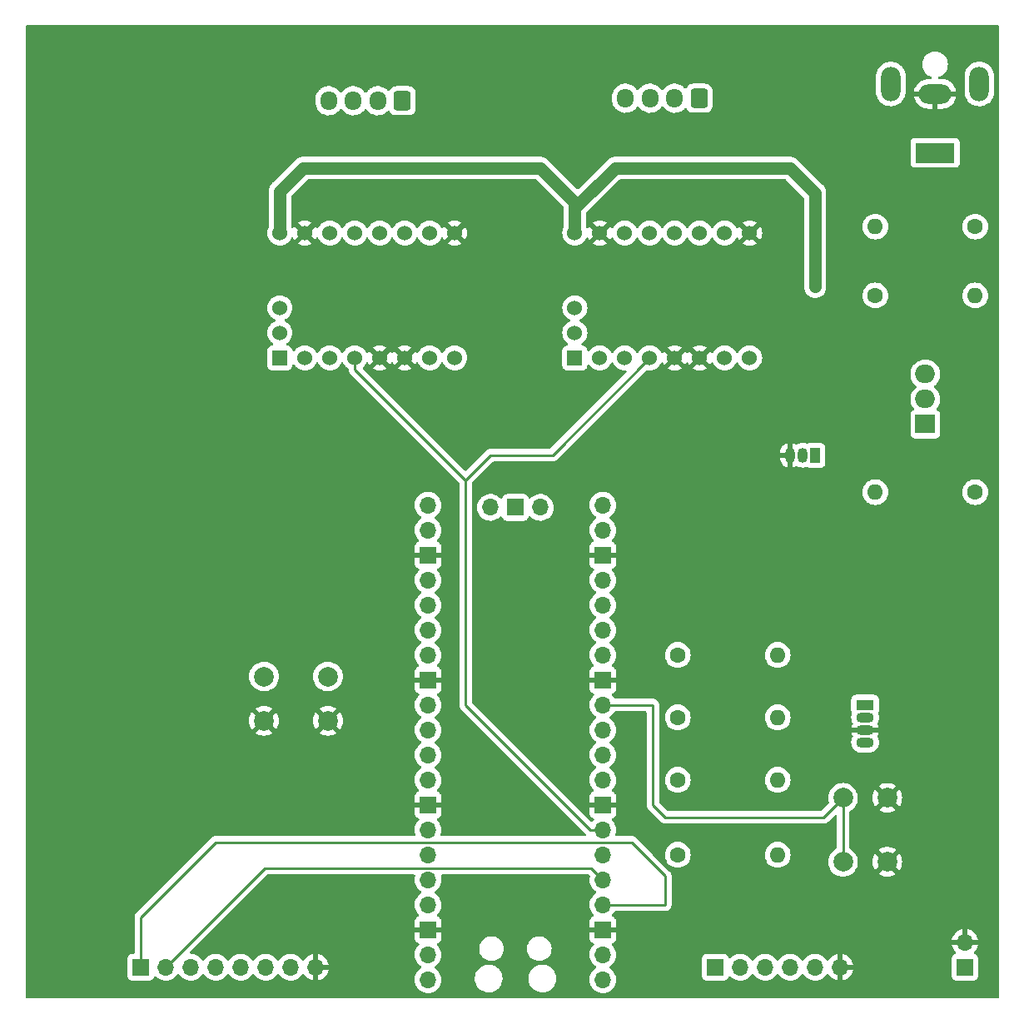
<source format=gbr>
%TF.GenerationSoftware,KiCad,Pcbnew,6.0.8-f2edbf62ab~116~ubuntu22.04.1*%
%TF.CreationDate,2022-10-12T11:28:17-04:00*%
%TF.ProjectId,can-crusher,63616e2d-6372-4757-9368-65722e6b6963,1*%
%TF.SameCoordinates,Original*%
%TF.FileFunction,Copper,L2,Bot*%
%TF.FilePolarity,Positive*%
%FSLAX46Y46*%
G04 Gerber Fmt 4.6, Leading zero omitted, Abs format (unit mm)*
G04 Created by KiCad (PCBNEW 6.0.8-f2edbf62ab~116~ubuntu22.04.1) date 2022-10-12 11:28:17*
%MOMM*%
%LPD*%
G01*
G04 APERTURE LIST*
G04 Aperture macros list*
%AMRoundRect*
0 Rectangle with rounded corners*
0 $1 Rounding radius*
0 $2 $3 $4 $5 $6 $7 $8 $9 X,Y pos of 4 corners*
0 Add a 4 corners polygon primitive as box body*
4,1,4,$2,$3,$4,$5,$6,$7,$8,$9,$2,$3,0*
0 Add four circle primitives for the rounded corners*
1,1,$1+$1,$2,$3*
1,1,$1+$1,$4,$5*
1,1,$1+$1,$6,$7*
1,1,$1+$1,$8,$9*
0 Add four rect primitives between the rounded corners*
20,1,$1+$1,$2,$3,$4,$5,0*
20,1,$1+$1,$4,$5,$6,$7,0*
20,1,$1+$1,$6,$7,$8,$9,0*
20,1,$1+$1,$8,$9,$2,$3,0*%
G04 Aperture macros list end*
%TA.AperFunction,ComponentPad*%
%ADD10R,1.800000X1.070000*%
%TD*%
%TA.AperFunction,ComponentPad*%
%ADD11O,1.800000X1.070000*%
%TD*%
%TA.AperFunction,ComponentPad*%
%ADD12R,2.000000X1.905000*%
%TD*%
%TA.AperFunction,ComponentPad*%
%ADD13O,2.000000X1.905000*%
%TD*%
%TA.AperFunction,ComponentPad*%
%ADD14C,1.600000*%
%TD*%
%TA.AperFunction,ComponentPad*%
%ADD15O,1.600000X1.600000*%
%TD*%
%TA.AperFunction,ComponentPad*%
%ADD16RoundRect,0.250000X0.600000X0.725000X-0.600000X0.725000X-0.600000X-0.725000X0.600000X-0.725000X0*%
%TD*%
%TA.AperFunction,ComponentPad*%
%ADD17O,1.700000X1.950000*%
%TD*%
%TA.AperFunction,ComponentPad*%
%ADD18R,1.524000X1.524000*%
%TD*%
%TA.AperFunction,ComponentPad*%
%ADD19C,1.524000*%
%TD*%
%TA.AperFunction,ComponentPad*%
%ADD20R,1.050000X1.500000*%
%TD*%
%TA.AperFunction,ComponentPad*%
%ADD21O,1.050000X1.500000*%
%TD*%
%TA.AperFunction,ComponentPad*%
%ADD22R,1.700000X1.700000*%
%TD*%
%TA.AperFunction,ComponentPad*%
%ADD23O,1.700000X1.700000*%
%TD*%
%TA.AperFunction,ComponentPad*%
%ADD24C,2.000000*%
%TD*%
%TA.AperFunction,ComponentPad*%
%ADD25R,4.000000X2.000000*%
%TD*%
%TA.AperFunction,ComponentPad*%
%ADD26O,3.300000X2.000000*%
%TD*%
%TA.AperFunction,ComponentPad*%
%ADD27O,2.000000X3.500000*%
%TD*%
%TA.AperFunction,ViaPad*%
%ADD28C,0.800000*%
%TD*%
%TA.AperFunction,Conductor*%
%ADD29C,0.250000*%
%TD*%
%TA.AperFunction,Conductor*%
%ADD30C,1.250000*%
%TD*%
G04 APERTURE END LIST*
D10*
%TO.P,D1,1,BA*%
%TO.N,Net-(D1-Pad1)*%
X182880000Y-120650000D03*
D11*
%TO.P,D1,2,RA*%
%TO.N,Net-(D1-Pad2)*%
X182880000Y-121920000D03*
%TO.P,D1,3,K*%
%TO.N,GND*%
X182880000Y-123190000D03*
%TO.P,D1,4,GA*%
%TO.N,Net-(D1-Pad4)*%
X182880000Y-124460000D03*
%TD*%
D12*
%TO.P,Q1,1,G*%
%TO.N,Net-(Q1-Pad1)*%
X189000000Y-92080000D03*
D13*
%TO.P,Q1,2,D*%
%TO.N,/12V_ON*%
X189000000Y-89540000D03*
%TO.P,Q1,3,S*%
%TO.N,Net-(Q1-Pad3)*%
X189000000Y-87000000D03*
%TD*%
D14*
%TO.P,R1,1*%
%TO.N,Net-(R1-Pad1)*%
X163830000Y-135890000D03*
D15*
%TO.P,R1,2*%
%TO.N,/STEP_TXRX*%
X173990000Y-135890000D03*
%TD*%
D14*
%TO.P,R5,1*%
%TO.N,+12V*%
X194080000Y-72000000D03*
D15*
%TO.P,R5,2*%
%TO.N,/12V_ON*%
X183920000Y-72000000D03*
%TD*%
D16*
%TO.P,J1,1,Pin_1*%
%TO.N,Net-(J1-Pad1)*%
X166000000Y-58945000D03*
D17*
%TO.P,J1,2,Pin_2*%
%TO.N,Net-(J1-Pad2)*%
X163500000Y-58945000D03*
%TO.P,J1,3,Pin_3*%
%TO.N,Net-(J1-Pad3)*%
X161000000Y-58945000D03*
%TO.P,J1,4,Pin_4*%
%TO.N,Net-(J1-Pad4)*%
X158500000Y-58945000D03*
%TD*%
D18*
%TO.P,U1,1,EN*%
%TO.N,Net-(U1-Pad1)*%
X153362500Y-85350000D03*
D19*
%TO.P,U1,2,MS1*%
%TO.N,Net-(U1-Pad2)*%
X155902500Y-85350000D03*
%TO.P,U1,3,MS2*%
%TO.N,Net-(U1-Pad3)*%
X158442500Y-85350000D03*
%TO.P,U1,4,PDN*%
%TO.N,/STEP_TXRX*%
X160982500Y-85350000D03*
%TO.P,U1,5,PDN*%
%TO.N,GND*%
X163522500Y-85350000D03*
%TO.P,U1,6,CLK*%
X166062500Y-85350000D03*
%TO.P,U1,7,STEP*%
%TO.N,Net-(U1-Pad7)*%
X168602500Y-85350000D03*
%TO.P,U1,8,DIR*%
%TO.N,Net-(U1-Pad8)*%
X171142500Y-85350000D03*
%TO.P,U1,9,GND*%
%TO.N,GND*%
X171142500Y-72650000D03*
%TO.P,U1,10,VDD*%
%TO.N,+3.3V*%
X168602500Y-72650000D03*
%TO.P,U1,11,B2*%
%TO.N,Net-(J1-Pad1)*%
X166062500Y-72650000D03*
%TO.P,U1,12,B1*%
%TO.N,Net-(J1-Pad2)*%
X163522500Y-72650000D03*
%TO.P,U1,13,A2*%
%TO.N,Net-(J1-Pad3)*%
X160982500Y-72650000D03*
%TO.P,U1,14,A1*%
%TO.N,Net-(J1-Pad4)*%
X158442500Y-72650000D03*
%TO.P,U1,15,GND*%
%TO.N,GND*%
X155902500Y-72650000D03*
%TO.P,U1,16,VM*%
%TO.N,/12V_ON*%
X153362500Y-72650000D03*
%TO.P,U1,17,DIAG*%
%TO.N,Net-(U1-Pad17)*%
X153362500Y-80270000D03*
%TO.P,U1,18,VREF*%
%TO.N,unconnected-(U1-Pad18)*%
X153362500Y-82810000D03*
%TD*%
D14*
%TO.P,R4,1*%
%TO.N,Net-(R4-Pad1)*%
X163830000Y-115570000D03*
D15*
%TO.P,R4,2*%
%TO.N,Net-(D1-Pad1)*%
X173990000Y-115570000D03*
%TD*%
D20*
%TO.P,Q2,1,D*%
%TO.N,Net-(Q1-Pad1)*%
X177800000Y-95250000D03*
D21*
%TO.P,Q2,2,G*%
%TO.N,Net-(Q2-Pad2)*%
X176530000Y-95250000D03*
%TO.P,Q2,3,S*%
%TO.N,GND*%
X175260000Y-95250000D03*
%TD*%
D14*
%TO.P,R3,1*%
%TO.N,Net-(R3-Pad1)*%
X163830000Y-121920000D03*
D15*
%TO.P,R3,2*%
%TO.N,Net-(D1-Pad2)*%
X173990000Y-121920000D03*
%TD*%
D14*
%TO.P,R7,1*%
%TO.N,Net-(Q1-Pad3)*%
X183920000Y-79000000D03*
D15*
%TO.P,R7,2*%
%TO.N,+12V*%
X194080000Y-79000000D03*
%TD*%
D22*
%TO.P,J2,1,Pin_1*%
%TO.N,unconnected-(J2-Pad1)*%
X167640000Y-147320000D03*
D23*
%TO.P,J2,2,Pin_2*%
%TO.N,Net-(J2-Pad2)*%
X170180000Y-147320000D03*
%TO.P,J2,3,Pin_3*%
%TO.N,Net-(J2-Pad3)*%
X172720000Y-147320000D03*
%TO.P,J2,4,Pin_4*%
%TO.N,unconnected-(J2-Pad4)*%
X175260000Y-147320000D03*
%TO.P,J2,5,Pin_5*%
%TO.N,unconnected-(J2-Pad5)*%
X177800000Y-147320000D03*
%TO.P,J2,6,Pin_6*%
%TO.N,GND*%
X180340000Y-147320000D03*
%TD*%
D24*
%TO.P,SW2,1,1*%
%TO.N,GND*%
X185130000Y-136600000D03*
X185130000Y-130100000D03*
%TO.P,SW2,2,2*%
%TO.N,Net-(SW2-Pad2)*%
X180630000Y-136600000D03*
X180630000Y-130100000D03*
%TD*%
D14*
%TO.P,R2,1*%
%TO.N,Net-(R2-Pad1)*%
X163830000Y-128270000D03*
D15*
%TO.P,R2,2*%
%TO.N,Net-(D1-Pad4)*%
X173990000Y-128270000D03*
%TD*%
D22*
%TO.P,J6,1,Pin_1*%
%TO.N,Net-(J6-Pad1)*%
X109220000Y-147320000D03*
D23*
%TO.P,J6,2,Pin_2*%
%TO.N,Net-(J6-Pad2)*%
X111760000Y-147320000D03*
%TO.P,J6,3,Pin_3*%
%TO.N,Net-(J6-Pad3)*%
X114300000Y-147320000D03*
%TO.P,J6,4,Pin_4*%
%TO.N,Net-(J6-Pad4)*%
X116840000Y-147320000D03*
%TO.P,J6,5,Pin_5*%
%TO.N,Net-(J6-Pad5)*%
X119380000Y-147320000D03*
%TO.P,J6,6,Pin_6*%
%TO.N,Net-(J6-Pad6)*%
X121920000Y-147320000D03*
%TO.P,J6,7,Pin_7*%
%TO.N,+3.3V*%
X124460000Y-147320000D03*
%TO.P,J6,8,Pin_8*%
%TO.N,GND*%
X127000000Y-147320000D03*
%TD*%
%TO.P,U2,1,GPIO0*%
%TO.N,Net-(J2-Pad2)*%
X156210000Y-148590000D03*
%TO.P,U2,2,GPIO1*%
%TO.N,Net-(J2-Pad3)*%
X156210000Y-146050000D03*
D22*
%TO.P,U2,3,GND*%
%TO.N,GND*%
X156210000Y-143510000D03*
D23*
%TO.P,U2,4,GPIO2*%
%TO.N,Net-(J6-Pad1)*%
X156210000Y-140970000D03*
%TO.P,U2,5,GPIO3*%
%TO.N,Net-(J6-Pad2)*%
X156210000Y-138430000D03*
%TO.P,U2,6,GPIO4*%
%TO.N,Net-(R1-Pad1)*%
X156210000Y-135890000D03*
%TO.P,U2,7,GPIO5*%
%TO.N,/STEP_TXRX*%
X156210000Y-133350000D03*
D22*
%TO.P,U2,8,GND*%
%TO.N,GND*%
X156210000Y-130810000D03*
D23*
%TO.P,U2,9,GPIO6*%
%TO.N,Net-(R2-Pad1)*%
X156210000Y-128270000D03*
%TO.P,U2,10,GPIO7*%
%TO.N,Net-(R3-Pad1)*%
X156210000Y-125730000D03*
%TO.P,U2,11,GPIO8*%
%TO.N,Net-(R4-Pad1)*%
X156210000Y-123190000D03*
%TO.P,U2,12,GPIO9*%
%TO.N,Net-(SW2-Pad2)*%
X156210000Y-120650000D03*
D22*
%TO.P,U2,13,GND*%
%TO.N,GND*%
X156210000Y-118110000D03*
D23*
%TO.P,U2,14,GPIO10*%
%TO.N,Net-(U1-Pad8)*%
X156210000Y-115570000D03*
%TO.P,U2,15,GPIO11*%
%TO.N,Net-(U1-Pad7)*%
X156210000Y-113030000D03*
%TO.P,U2,16,GPIO12*%
%TO.N,Net-(U1-Pad3)*%
X156210000Y-110490000D03*
%TO.P,U2,17,GPIO13*%
%TO.N,Net-(U1-Pad2)*%
X156210000Y-107950000D03*
D22*
%TO.P,U2,18,GND*%
%TO.N,GND*%
X156210000Y-105410000D03*
D23*
%TO.P,U2,19,GPIO14*%
%TO.N,Net-(U1-Pad1)*%
X156210000Y-102870000D03*
%TO.P,U2,20,GPIO15*%
%TO.N,Net-(U1-Pad17)*%
X156210000Y-100330000D03*
%TO.P,U2,21,GPIO16*%
%TO.N,Net-(U2-Pad21)*%
X138430000Y-100330000D03*
%TO.P,U2,22,GPIO17*%
%TO.N,Net-(U2-Pad22)*%
X138430000Y-102870000D03*
D22*
%TO.P,U2,23,GND*%
%TO.N,GND*%
X138430000Y-105410000D03*
D23*
%TO.P,U2,24,GPIO18*%
%TO.N,Net-(U2-Pad24)*%
X138430000Y-107950000D03*
%TO.P,U2,25,GPIO19*%
%TO.N,Net-(U2-Pad25)*%
X138430000Y-110490000D03*
%TO.P,U2,26,GPIO20*%
%TO.N,Net-(U2-Pad26)*%
X138430000Y-113030000D03*
%TO.P,U2,27,GPIO21*%
%TO.N,Net-(U2-Pad27)*%
X138430000Y-115570000D03*
D22*
%TO.P,U2,28,GND*%
%TO.N,GND*%
X138430000Y-118110000D03*
D23*
%TO.P,U2,29,GPIO22*%
%TO.N,Net-(Q2-Pad2)*%
X138430000Y-120650000D03*
%TO.P,U2,30,RUN*%
%TO.N,Net-(SW1-Pad1)*%
X138430000Y-123190000D03*
%TO.P,U2,31,GPIO26_ADC0*%
%TO.N,Net-(J6-Pad3)*%
X138430000Y-125730000D03*
%TO.P,U2,32,GPIO27_ADC1*%
%TO.N,Net-(J6-Pad4)*%
X138430000Y-128270000D03*
D22*
%TO.P,U2,33,AGND*%
%TO.N,GND*%
X138430000Y-130810000D03*
D23*
%TO.P,U2,34,GPIO28_ADC2*%
%TO.N,Net-(J6-Pad5)*%
X138430000Y-133350000D03*
%TO.P,U2,35,ADC_VREF*%
%TO.N,Net-(J6-Pad6)*%
X138430000Y-135890000D03*
%TO.P,U2,36,3V3*%
%TO.N,+3.3V*%
X138430000Y-138430000D03*
%TO.P,U2,37,3V3_EN*%
%TO.N,unconnected-(U2-Pad37)*%
X138430000Y-140970000D03*
D22*
%TO.P,U2,38,GND*%
%TO.N,GND*%
X138430000Y-143510000D03*
D23*
%TO.P,U2,39,VSYS*%
%TO.N,VCC*%
X138430000Y-146050000D03*
%TO.P,U2,40,VBUS*%
%TO.N,unconnected-(U2-Pad40)*%
X138430000Y-148590000D03*
%TO.P,U2,41,SWCLK*%
%TO.N,unconnected-(U2-Pad41)*%
X149860000Y-100560000D03*
D22*
%TO.P,U2,42,GND*%
%TO.N,unconnected-(U2-Pad42)*%
X147320000Y-100560000D03*
D23*
%TO.P,U2,43,SWDIO*%
%TO.N,unconnected-(U2-Pad43)*%
X144780000Y-100560000D03*
%TD*%
D25*
%TO.P,J5,1*%
%TO.N,+12V*%
X190000000Y-64500000D03*
D26*
%TO.P,J5,2*%
%TO.N,GND*%
X190000000Y-58500000D03*
D27*
%TO.P,J5,MP*%
%TO.N,N/C*%
X194500000Y-57500000D03*
X185500000Y-57500000D03*
%TD*%
D14*
%TO.P,R6,1*%
%TO.N,+12V*%
X194080000Y-99000000D03*
D15*
%TO.P,R6,2*%
%TO.N,Net-(Q1-Pad1)*%
X183920000Y-99000000D03*
%TD*%
D16*
%TO.P,J4,1,Pin_1*%
%TO.N,Net-(J4-Pad1)*%
X135830000Y-59199000D03*
D17*
%TO.P,J4,2,Pin_2*%
%TO.N,Net-(J4-Pad2)*%
X133330000Y-59199000D03*
%TO.P,J4,3,Pin_3*%
%TO.N,Net-(J4-Pad3)*%
X130830000Y-59199000D03*
%TO.P,J4,4,Pin_4*%
%TO.N,Net-(J4-Pad4)*%
X128330000Y-59199000D03*
%TD*%
D18*
%TO.P,U3,1,EN*%
%TO.N,Net-(U2-Pad26)*%
X123362500Y-85350000D03*
D19*
%TO.P,U3,2,MS1*%
%TO.N,Net-(U2-Pad25)*%
X125902500Y-85350000D03*
%TO.P,U3,3,MS2*%
%TO.N,Net-(U2-Pad24)*%
X128442500Y-85350000D03*
%TO.P,U3,4,PDN*%
%TO.N,/STEP_TXRX*%
X130982500Y-85350000D03*
%TO.P,U3,5,PDN*%
%TO.N,GND*%
X133522500Y-85350000D03*
%TO.P,U3,6,CLK*%
X136062500Y-85350000D03*
%TO.P,U3,7,STEP*%
%TO.N,Net-(U2-Pad22)*%
X138602500Y-85350000D03*
%TO.P,U3,8,DIR*%
%TO.N,Net-(U2-Pad21)*%
X141142500Y-85350000D03*
%TO.P,U3,9,GND*%
%TO.N,GND*%
X141142500Y-72650000D03*
%TO.P,U3,10,VDD*%
%TO.N,+3.3V*%
X138602500Y-72650000D03*
%TO.P,U3,11,B2*%
%TO.N,Net-(J4-Pad1)*%
X136062500Y-72650000D03*
%TO.P,U3,12,B1*%
%TO.N,Net-(J4-Pad2)*%
X133522500Y-72650000D03*
%TO.P,U3,13,A2*%
%TO.N,Net-(J4-Pad3)*%
X130982500Y-72650000D03*
%TO.P,U3,14,A1*%
%TO.N,Net-(J4-Pad4)*%
X128442500Y-72650000D03*
%TO.P,U3,15,GND*%
%TO.N,GND*%
X125902500Y-72650000D03*
%TO.P,U3,16,VM*%
%TO.N,/12V_ON*%
X123362500Y-72650000D03*
%TO.P,U3,17,DIAG*%
%TO.N,Net-(U2-Pad27)*%
X123362500Y-80270000D03*
%TO.P,U3,18,VREF*%
%TO.N,unconnected-(U3-Pad18)*%
X123362500Y-82810000D03*
%TD*%
D24*
%TO.P,SW1,1,1*%
%TO.N,Net-(SW1-Pad1)*%
X121750000Y-117750000D03*
X128250000Y-117750000D03*
%TO.P,SW1,2,2*%
%TO.N,GND*%
X121750000Y-122250000D03*
X128250000Y-122250000D03*
%TD*%
D22*
%TO.P,J3,1,Pin_1*%
%TO.N,VCC*%
X193040000Y-147320000D03*
D23*
%TO.P,J3,2,Pin_2*%
%TO.N,GND*%
X193040000Y-144780000D03*
%TD*%
D28*
%TO.N,GND*%
X144780000Y-128270000D03*
X149860000Y-120650000D03*
X148590000Y-114300000D03*
X173990000Y-138430000D03*
X129540000Y-140970000D03*
X181610000Y-102870000D03*
X190500000Y-118110000D03*
X101600000Y-121920000D03*
X102870000Y-81280000D03*
X116840000Y-59690000D03*
X113030000Y-69850000D03*
X147320000Y-81280000D03*
X121920000Y-111760000D03*
X104140000Y-92710000D03*
X109220000Y-119380000D03*
X100330000Y-144780000D03*
X193040000Y-135890000D03*
X177800000Y-107950000D03*
X190500000Y-107950000D03*
X177800000Y-59690000D03*
X147320000Y-59690000D03*
X105410000Y-59690000D03*
%TO.N,/12V_ON*%
X177800000Y-78120000D03*
%TD*%
D29*
%TO.N,Net-(J6-Pad1)*%
X162560000Y-138038299D02*
X159141701Y-134620000D01*
X116840000Y-134620000D02*
X109220000Y-142240000D01*
X109220000Y-142240000D02*
X109220000Y-147320000D01*
X162560000Y-140970000D02*
X162560000Y-138038299D01*
X159141701Y-134620000D02*
X116840000Y-134620000D01*
X156210000Y-140970000D02*
X162560000Y-140970000D01*
%TO.N,Net-(J6-Pad2)*%
X121825000Y-137255000D02*
X111760000Y-147320000D01*
X156210000Y-138430000D02*
X155035000Y-137255000D01*
X155035000Y-137255000D02*
X121825000Y-137255000D01*
D30*
%TO.N,/12V_ON*%
X123362500Y-72650000D02*
X123362500Y-68407500D01*
X153362500Y-69542500D02*
X153362500Y-72650000D01*
X123362500Y-68407500D02*
X125730000Y-66040000D01*
X177800000Y-68580000D02*
X175260000Y-66040000D01*
X175260000Y-66040000D02*
X157480000Y-66040000D01*
X153362500Y-70157500D02*
X153362500Y-72650000D01*
X157480000Y-66040000D02*
X153362500Y-70157500D01*
X149860000Y-66040000D02*
X153362500Y-69542500D01*
X177800000Y-68580000D02*
X177800000Y-78120000D01*
X125730000Y-66040000D02*
X149860000Y-66040000D01*
D29*
%TO.N,/STEP_TXRX*%
X142240000Y-97790000D02*
X142240000Y-120650000D01*
X160982500Y-85350000D02*
X151082500Y-95250000D01*
X142240000Y-120650000D02*
X154940000Y-133350000D01*
X130982500Y-86532500D02*
X142240000Y-97790000D01*
X130982500Y-85350000D02*
X130982500Y-86532500D01*
X151082500Y-95250000D02*
X144780000Y-95250000D01*
X154940000Y-133350000D02*
X156210000Y-133350000D01*
X144780000Y-95250000D02*
X142240000Y-97790000D01*
%TO.N,Net-(SW2-Pad2)*%
X161290000Y-120650000D02*
X161290000Y-130810000D01*
X162560000Y-132080000D02*
X178650000Y-132080000D01*
X178650000Y-132080000D02*
X180630000Y-130100000D01*
X161290000Y-130810000D02*
X162560000Y-132080000D01*
X156210000Y-120650000D02*
X161290000Y-120650000D01*
X180630000Y-130100000D02*
X180630000Y-136600000D01*
%TD*%
%TA.AperFunction,Conductor*%
%TO.N,GND*%
G36*
X196433621Y-51528502D02*
G01*
X196480114Y-51582158D01*
X196491500Y-51634500D01*
X196491500Y-150365500D01*
X196471498Y-150433621D01*
X196417842Y-150480114D01*
X196365500Y-150491500D01*
X97634500Y-150491500D01*
X97566379Y-150471498D01*
X97519886Y-150417842D01*
X97508500Y-150365500D01*
X97508500Y-148218134D01*
X107861500Y-148218134D01*
X107868255Y-148280316D01*
X107919385Y-148416705D01*
X108006739Y-148533261D01*
X108123295Y-148620615D01*
X108259684Y-148671745D01*
X108321866Y-148678500D01*
X110118134Y-148678500D01*
X110180316Y-148671745D01*
X110316705Y-148620615D01*
X110433261Y-148533261D01*
X110520615Y-148416705D01*
X110525346Y-148404086D01*
X110564598Y-148299382D01*
X110607240Y-148242618D01*
X110673802Y-148217918D01*
X110743150Y-148233126D01*
X110777817Y-148261114D01*
X110806250Y-148293938D01*
X110882376Y-148357139D01*
X110970891Y-148430625D01*
X110978126Y-148436632D01*
X111171000Y-148549338D01*
X111379692Y-148629030D01*
X111384760Y-148630061D01*
X111384763Y-148630062D01*
X111479862Y-148649410D01*
X111598597Y-148673567D01*
X111603772Y-148673757D01*
X111603774Y-148673757D01*
X111816673Y-148681564D01*
X111816677Y-148681564D01*
X111821837Y-148681753D01*
X111826957Y-148681097D01*
X111826959Y-148681097D01*
X112038288Y-148654025D01*
X112038289Y-148654025D01*
X112043416Y-148653368D01*
X112049546Y-148651529D01*
X112252429Y-148590661D01*
X112252434Y-148590659D01*
X112257384Y-148589174D01*
X112457994Y-148490896D01*
X112639860Y-148361173D01*
X112798096Y-148203489D01*
X112804075Y-148195169D01*
X112928453Y-148022077D01*
X112929776Y-148023028D01*
X112976645Y-147979857D01*
X113046580Y-147967625D01*
X113112026Y-147995144D01*
X113139875Y-148026994D01*
X113199987Y-148125088D01*
X113346250Y-148293938D01*
X113422376Y-148357139D01*
X113510891Y-148430625D01*
X113518126Y-148436632D01*
X113711000Y-148549338D01*
X113919692Y-148629030D01*
X113924760Y-148630061D01*
X113924763Y-148630062D01*
X114019862Y-148649410D01*
X114138597Y-148673567D01*
X114143772Y-148673757D01*
X114143774Y-148673757D01*
X114356673Y-148681564D01*
X114356677Y-148681564D01*
X114361837Y-148681753D01*
X114366957Y-148681097D01*
X114366959Y-148681097D01*
X114578288Y-148654025D01*
X114578289Y-148654025D01*
X114583416Y-148653368D01*
X114589546Y-148651529D01*
X114792429Y-148590661D01*
X114792434Y-148590659D01*
X114797384Y-148589174D01*
X114997994Y-148490896D01*
X115179860Y-148361173D01*
X115338096Y-148203489D01*
X115344075Y-148195169D01*
X115468453Y-148022077D01*
X115469776Y-148023028D01*
X115516645Y-147979857D01*
X115586580Y-147967625D01*
X115652026Y-147995144D01*
X115679875Y-148026994D01*
X115739987Y-148125088D01*
X115886250Y-148293938D01*
X115962376Y-148357139D01*
X116050891Y-148430625D01*
X116058126Y-148436632D01*
X116251000Y-148549338D01*
X116459692Y-148629030D01*
X116464760Y-148630061D01*
X116464763Y-148630062D01*
X116559862Y-148649410D01*
X116678597Y-148673567D01*
X116683772Y-148673757D01*
X116683774Y-148673757D01*
X116896673Y-148681564D01*
X116896677Y-148681564D01*
X116901837Y-148681753D01*
X116906957Y-148681097D01*
X116906959Y-148681097D01*
X117118288Y-148654025D01*
X117118289Y-148654025D01*
X117123416Y-148653368D01*
X117129546Y-148651529D01*
X117332429Y-148590661D01*
X117332434Y-148590659D01*
X117337384Y-148589174D01*
X117537994Y-148490896D01*
X117719860Y-148361173D01*
X117878096Y-148203489D01*
X117884075Y-148195169D01*
X118008453Y-148022077D01*
X118009776Y-148023028D01*
X118056645Y-147979857D01*
X118126580Y-147967625D01*
X118192026Y-147995144D01*
X118219875Y-148026994D01*
X118279987Y-148125088D01*
X118426250Y-148293938D01*
X118502376Y-148357139D01*
X118590891Y-148430625D01*
X118598126Y-148436632D01*
X118791000Y-148549338D01*
X118999692Y-148629030D01*
X119004760Y-148630061D01*
X119004763Y-148630062D01*
X119099862Y-148649410D01*
X119218597Y-148673567D01*
X119223772Y-148673757D01*
X119223774Y-148673757D01*
X119436673Y-148681564D01*
X119436677Y-148681564D01*
X119441837Y-148681753D01*
X119446957Y-148681097D01*
X119446959Y-148681097D01*
X119658288Y-148654025D01*
X119658289Y-148654025D01*
X119663416Y-148653368D01*
X119669546Y-148651529D01*
X119872429Y-148590661D01*
X119872434Y-148590659D01*
X119877384Y-148589174D01*
X120077994Y-148490896D01*
X120259860Y-148361173D01*
X120418096Y-148203489D01*
X120424075Y-148195169D01*
X120548453Y-148022077D01*
X120549776Y-148023028D01*
X120596645Y-147979857D01*
X120666580Y-147967625D01*
X120732026Y-147995144D01*
X120759875Y-148026994D01*
X120819987Y-148125088D01*
X120966250Y-148293938D01*
X121042376Y-148357139D01*
X121130891Y-148430625D01*
X121138126Y-148436632D01*
X121331000Y-148549338D01*
X121539692Y-148629030D01*
X121544760Y-148630061D01*
X121544763Y-148630062D01*
X121639862Y-148649410D01*
X121758597Y-148673567D01*
X121763772Y-148673757D01*
X121763774Y-148673757D01*
X121976673Y-148681564D01*
X121976677Y-148681564D01*
X121981837Y-148681753D01*
X121986957Y-148681097D01*
X121986959Y-148681097D01*
X122198288Y-148654025D01*
X122198289Y-148654025D01*
X122203416Y-148653368D01*
X122209546Y-148651529D01*
X122412429Y-148590661D01*
X122412434Y-148590659D01*
X122417384Y-148589174D01*
X122617994Y-148490896D01*
X122799860Y-148361173D01*
X122958096Y-148203489D01*
X122964075Y-148195169D01*
X123088453Y-148022077D01*
X123089776Y-148023028D01*
X123136645Y-147979857D01*
X123206580Y-147967625D01*
X123272026Y-147995144D01*
X123299875Y-148026994D01*
X123359987Y-148125088D01*
X123506250Y-148293938D01*
X123582376Y-148357139D01*
X123670891Y-148430625D01*
X123678126Y-148436632D01*
X123871000Y-148549338D01*
X124079692Y-148629030D01*
X124084760Y-148630061D01*
X124084763Y-148630062D01*
X124179862Y-148649410D01*
X124298597Y-148673567D01*
X124303772Y-148673757D01*
X124303774Y-148673757D01*
X124516673Y-148681564D01*
X124516677Y-148681564D01*
X124521837Y-148681753D01*
X124526957Y-148681097D01*
X124526959Y-148681097D01*
X124738288Y-148654025D01*
X124738289Y-148654025D01*
X124743416Y-148653368D01*
X124749546Y-148651529D01*
X124952429Y-148590661D01*
X124952434Y-148590659D01*
X124957384Y-148589174D01*
X125157994Y-148490896D01*
X125339860Y-148361173D01*
X125498096Y-148203489D01*
X125504075Y-148195169D01*
X125628453Y-148022077D01*
X125629640Y-148022930D01*
X125676960Y-147979362D01*
X125746897Y-147967145D01*
X125812338Y-147994678D01*
X125840166Y-148026511D01*
X125897694Y-148120388D01*
X125903777Y-148128699D01*
X126043213Y-148289667D01*
X126050580Y-148296883D01*
X126214434Y-148432916D01*
X126222881Y-148438831D01*
X126406756Y-148546279D01*
X126416042Y-148550729D01*
X126615001Y-148626703D01*
X126624899Y-148629579D01*
X126728250Y-148650606D01*
X126742299Y-148649410D01*
X126746000Y-148639065D01*
X126746000Y-148638517D01*
X127254000Y-148638517D01*
X127258064Y-148652359D01*
X127271478Y-148654393D01*
X127278184Y-148653534D01*
X127288262Y-148651392D01*
X127492255Y-148590191D01*
X127501842Y-148586433D01*
X127562545Y-148556695D01*
X137067251Y-148556695D01*
X137067548Y-148561848D01*
X137067548Y-148561851D01*
X137074253Y-148678131D01*
X137080110Y-148779715D01*
X137081247Y-148784761D01*
X137081248Y-148784767D01*
X137101119Y-148872939D01*
X137129222Y-148997639D01*
X137169346Y-149096453D01*
X137204602Y-149183278D01*
X137213266Y-149204616D01*
X137329987Y-149395088D01*
X137476250Y-149563938D01*
X137648126Y-149706632D01*
X137841000Y-149819338D01*
X138049692Y-149899030D01*
X138054760Y-149900061D01*
X138054763Y-149900062D01*
X138162017Y-149921883D01*
X138268597Y-149943567D01*
X138273772Y-149943757D01*
X138273774Y-149943757D01*
X138486673Y-149951564D01*
X138486677Y-149951564D01*
X138491837Y-149951753D01*
X138496957Y-149951097D01*
X138496959Y-149951097D01*
X138708288Y-149924025D01*
X138708289Y-149924025D01*
X138713416Y-149923368D01*
X138718366Y-149921883D01*
X138922429Y-149860661D01*
X138922434Y-149860659D01*
X138927384Y-149859174D01*
X139127994Y-149760896D01*
X139309860Y-149631173D01*
X139468096Y-149473489D01*
X139527594Y-149390689D01*
X139595435Y-149296277D01*
X139598453Y-149292077D01*
X139647857Y-149192116D01*
X139695136Y-149096453D01*
X139695137Y-149096451D01*
X139697430Y-149091811D01*
X139762370Y-148878069D01*
X139791529Y-148656590D01*
X139791611Y-148653240D01*
X139793074Y-148593365D01*
X139793074Y-148593361D01*
X139793156Y-148590000D01*
X139779629Y-148425469D01*
X143182095Y-148425469D01*
X143182392Y-148430622D01*
X143182392Y-148430625D01*
X143191775Y-148593365D01*
X143195427Y-148656697D01*
X143196564Y-148661743D01*
X143196565Y-148661749D01*
X143221986Y-148774547D01*
X143246346Y-148882642D01*
X143248288Y-148887424D01*
X143248289Y-148887428D01*
X143293041Y-148997639D01*
X143333484Y-149097237D01*
X143454501Y-149294719D01*
X143606147Y-149469784D01*
X143784349Y-149617730D01*
X143984322Y-149734584D01*
X144200694Y-149817209D01*
X144205760Y-149818240D01*
X144205761Y-149818240D01*
X144211158Y-149819338D01*
X144427656Y-149863385D01*
X144558324Y-149868176D01*
X144653949Y-149871683D01*
X144653953Y-149871683D01*
X144659113Y-149871872D01*
X144664233Y-149871216D01*
X144664235Y-149871216D01*
X144776025Y-149856895D01*
X144888847Y-149842442D01*
X144893795Y-149840957D01*
X144893802Y-149840956D01*
X145105747Y-149777369D01*
X145110690Y-149775886D01*
X145136641Y-149763173D01*
X145314049Y-149676262D01*
X145314052Y-149676260D01*
X145318684Y-149673991D01*
X145507243Y-149539494D01*
X145671303Y-149376005D01*
X145806458Y-149187917D01*
X145853641Y-149092450D01*
X145906784Y-148984922D01*
X145906785Y-148984920D01*
X145909078Y-148980280D01*
X145976408Y-148758671D01*
X146006640Y-148529041D01*
X146006722Y-148525691D01*
X146008245Y-148463365D01*
X146008245Y-148463361D01*
X146008327Y-148460000D01*
X146005488Y-148425469D01*
X148632095Y-148425469D01*
X148632392Y-148430622D01*
X148632392Y-148430625D01*
X148641775Y-148593365D01*
X148645427Y-148656697D01*
X148646564Y-148661743D01*
X148646565Y-148661749D01*
X148671986Y-148774547D01*
X148696346Y-148882642D01*
X148698288Y-148887424D01*
X148698289Y-148887428D01*
X148743041Y-148997639D01*
X148783484Y-149097237D01*
X148904501Y-149294719D01*
X149056147Y-149469784D01*
X149234349Y-149617730D01*
X149434322Y-149734584D01*
X149650694Y-149817209D01*
X149655760Y-149818240D01*
X149655761Y-149818240D01*
X149661158Y-149819338D01*
X149877656Y-149863385D01*
X150008324Y-149868176D01*
X150103949Y-149871683D01*
X150103953Y-149871683D01*
X150109113Y-149871872D01*
X150114233Y-149871216D01*
X150114235Y-149871216D01*
X150226025Y-149856895D01*
X150338847Y-149842442D01*
X150343795Y-149840957D01*
X150343802Y-149840956D01*
X150555747Y-149777369D01*
X150560690Y-149775886D01*
X150586641Y-149763173D01*
X150764049Y-149676262D01*
X150764052Y-149676260D01*
X150768684Y-149673991D01*
X150957243Y-149539494D01*
X151121303Y-149376005D01*
X151256458Y-149187917D01*
X151303641Y-149092450D01*
X151356784Y-148984922D01*
X151356785Y-148984920D01*
X151359078Y-148980280D01*
X151426408Y-148758671D01*
X151452999Y-148556695D01*
X154847251Y-148556695D01*
X154847548Y-148561848D01*
X154847548Y-148561851D01*
X154854253Y-148678131D01*
X154860110Y-148779715D01*
X154861247Y-148784761D01*
X154861248Y-148784767D01*
X154881119Y-148872939D01*
X154909222Y-148997639D01*
X154949346Y-149096453D01*
X154984602Y-149183278D01*
X154993266Y-149204616D01*
X155109987Y-149395088D01*
X155256250Y-149563938D01*
X155428126Y-149706632D01*
X155621000Y-149819338D01*
X155829692Y-149899030D01*
X155834760Y-149900061D01*
X155834763Y-149900062D01*
X155942017Y-149921883D01*
X156048597Y-149943567D01*
X156053772Y-149943757D01*
X156053774Y-149943757D01*
X156266673Y-149951564D01*
X156266677Y-149951564D01*
X156271837Y-149951753D01*
X156276957Y-149951097D01*
X156276959Y-149951097D01*
X156488288Y-149924025D01*
X156488289Y-149924025D01*
X156493416Y-149923368D01*
X156498366Y-149921883D01*
X156702429Y-149860661D01*
X156702434Y-149860659D01*
X156707384Y-149859174D01*
X156907994Y-149760896D01*
X157089860Y-149631173D01*
X157248096Y-149473489D01*
X157307594Y-149390689D01*
X157375435Y-149296277D01*
X157378453Y-149292077D01*
X157427857Y-149192116D01*
X157475136Y-149096453D01*
X157475137Y-149096451D01*
X157477430Y-149091811D01*
X157542370Y-148878069D01*
X157571529Y-148656590D01*
X157571611Y-148653240D01*
X157573074Y-148593365D01*
X157573074Y-148593361D01*
X157573156Y-148590000D01*
X157554852Y-148367361D01*
X157517369Y-148218134D01*
X166281500Y-148218134D01*
X166288255Y-148280316D01*
X166339385Y-148416705D01*
X166426739Y-148533261D01*
X166543295Y-148620615D01*
X166679684Y-148671745D01*
X166741866Y-148678500D01*
X168538134Y-148678500D01*
X168600316Y-148671745D01*
X168736705Y-148620615D01*
X168853261Y-148533261D01*
X168940615Y-148416705D01*
X168945346Y-148404086D01*
X168984598Y-148299382D01*
X169027240Y-148242618D01*
X169093802Y-148217918D01*
X169163150Y-148233126D01*
X169197817Y-148261114D01*
X169226250Y-148293938D01*
X169302376Y-148357139D01*
X169390891Y-148430625D01*
X169398126Y-148436632D01*
X169591000Y-148549338D01*
X169799692Y-148629030D01*
X169804760Y-148630061D01*
X169804763Y-148630062D01*
X169899862Y-148649410D01*
X170018597Y-148673567D01*
X170023772Y-148673757D01*
X170023774Y-148673757D01*
X170236673Y-148681564D01*
X170236677Y-148681564D01*
X170241837Y-148681753D01*
X170246957Y-148681097D01*
X170246959Y-148681097D01*
X170458288Y-148654025D01*
X170458289Y-148654025D01*
X170463416Y-148653368D01*
X170469546Y-148651529D01*
X170672429Y-148590661D01*
X170672434Y-148590659D01*
X170677384Y-148589174D01*
X170877994Y-148490896D01*
X171059860Y-148361173D01*
X171218096Y-148203489D01*
X171224075Y-148195169D01*
X171348453Y-148022077D01*
X171349776Y-148023028D01*
X171396645Y-147979857D01*
X171466580Y-147967625D01*
X171532026Y-147995144D01*
X171559875Y-148026994D01*
X171619987Y-148125088D01*
X171766250Y-148293938D01*
X171842376Y-148357139D01*
X171930891Y-148430625D01*
X171938126Y-148436632D01*
X172131000Y-148549338D01*
X172339692Y-148629030D01*
X172344760Y-148630061D01*
X172344763Y-148630062D01*
X172439862Y-148649410D01*
X172558597Y-148673567D01*
X172563772Y-148673757D01*
X172563774Y-148673757D01*
X172776673Y-148681564D01*
X172776677Y-148681564D01*
X172781837Y-148681753D01*
X172786957Y-148681097D01*
X172786959Y-148681097D01*
X172998288Y-148654025D01*
X172998289Y-148654025D01*
X173003416Y-148653368D01*
X173009546Y-148651529D01*
X173212429Y-148590661D01*
X173212434Y-148590659D01*
X173217384Y-148589174D01*
X173417994Y-148490896D01*
X173599860Y-148361173D01*
X173758096Y-148203489D01*
X173764075Y-148195169D01*
X173888453Y-148022077D01*
X173889776Y-148023028D01*
X173936645Y-147979857D01*
X174006580Y-147967625D01*
X174072026Y-147995144D01*
X174099875Y-148026994D01*
X174159987Y-148125088D01*
X174306250Y-148293938D01*
X174382376Y-148357139D01*
X174470891Y-148430625D01*
X174478126Y-148436632D01*
X174671000Y-148549338D01*
X174879692Y-148629030D01*
X174884760Y-148630061D01*
X174884763Y-148630062D01*
X174979862Y-148649410D01*
X175098597Y-148673567D01*
X175103772Y-148673757D01*
X175103774Y-148673757D01*
X175316673Y-148681564D01*
X175316677Y-148681564D01*
X175321837Y-148681753D01*
X175326957Y-148681097D01*
X175326959Y-148681097D01*
X175538288Y-148654025D01*
X175538289Y-148654025D01*
X175543416Y-148653368D01*
X175549546Y-148651529D01*
X175752429Y-148590661D01*
X175752434Y-148590659D01*
X175757384Y-148589174D01*
X175957994Y-148490896D01*
X176139860Y-148361173D01*
X176298096Y-148203489D01*
X176304075Y-148195169D01*
X176428453Y-148022077D01*
X176429776Y-148023028D01*
X176476645Y-147979857D01*
X176546580Y-147967625D01*
X176612026Y-147995144D01*
X176639875Y-148026994D01*
X176699987Y-148125088D01*
X176846250Y-148293938D01*
X176922376Y-148357139D01*
X177010891Y-148430625D01*
X177018126Y-148436632D01*
X177211000Y-148549338D01*
X177419692Y-148629030D01*
X177424760Y-148630061D01*
X177424763Y-148630062D01*
X177519862Y-148649410D01*
X177638597Y-148673567D01*
X177643772Y-148673757D01*
X177643774Y-148673757D01*
X177856673Y-148681564D01*
X177856677Y-148681564D01*
X177861837Y-148681753D01*
X177866957Y-148681097D01*
X177866959Y-148681097D01*
X178078288Y-148654025D01*
X178078289Y-148654025D01*
X178083416Y-148653368D01*
X178089546Y-148651529D01*
X178292429Y-148590661D01*
X178292434Y-148590659D01*
X178297384Y-148589174D01*
X178497994Y-148490896D01*
X178679860Y-148361173D01*
X178838096Y-148203489D01*
X178844075Y-148195169D01*
X178968453Y-148022077D01*
X178969640Y-148022930D01*
X179016960Y-147979362D01*
X179086897Y-147967145D01*
X179152338Y-147994678D01*
X179180166Y-148026511D01*
X179237694Y-148120388D01*
X179243777Y-148128699D01*
X179383213Y-148289667D01*
X179390580Y-148296883D01*
X179554434Y-148432916D01*
X179562881Y-148438831D01*
X179746756Y-148546279D01*
X179756042Y-148550729D01*
X179955001Y-148626703D01*
X179964899Y-148629579D01*
X180068250Y-148650606D01*
X180082299Y-148649410D01*
X180086000Y-148639065D01*
X180086000Y-148638517D01*
X180594000Y-148638517D01*
X180598064Y-148652359D01*
X180611478Y-148654393D01*
X180618184Y-148653534D01*
X180628262Y-148651392D01*
X180832255Y-148590191D01*
X180841842Y-148586433D01*
X181033095Y-148492739D01*
X181041945Y-148487464D01*
X181215328Y-148363792D01*
X181223200Y-148357139D01*
X181362690Y-148218134D01*
X191681500Y-148218134D01*
X191688255Y-148280316D01*
X191739385Y-148416705D01*
X191826739Y-148533261D01*
X191943295Y-148620615D01*
X192079684Y-148671745D01*
X192141866Y-148678500D01*
X193938134Y-148678500D01*
X194000316Y-148671745D01*
X194136705Y-148620615D01*
X194253261Y-148533261D01*
X194340615Y-148416705D01*
X194391745Y-148280316D01*
X194398500Y-148218134D01*
X194398500Y-146421866D01*
X194391745Y-146359684D01*
X194340615Y-146223295D01*
X194253261Y-146106739D01*
X194136705Y-146019385D01*
X194098304Y-146004989D01*
X194017687Y-145974767D01*
X193960923Y-145932125D01*
X193936223Y-145865564D01*
X193951430Y-145796215D01*
X193972977Y-145767535D01*
X194074052Y-145666812D01*
X194080730Y-145658965D01*
X194205003Y-145486020D01*
X194210313Y-145477183D01*
X194304670Y-145286267D01*
X194308469Y-145276672D01*
X194370377Y-145072910D01*
X194372555Y-145062837D01*
X194373986Y-145051962D01*
X194371775Y-145037778D01*
X194358617Y-145034000D01*
X191723225Y-145034000D01*
X191709694Y-145037973D01*
X191708257Y-145047966D01*
X191738565Y-145182446D01*
X191741645Y-145192275D01*
X191821770Y-145389603D01*
X191826413Y-145398794D01*
X191937694Y-145580388D01*
X191943777Y-145588699D01*
X192083213Y-145749667D01*
X192090577Y-145756879D01*
X192095522Y-145760985D01*
X192135156Y-145819889D01*
X192136653Y-145890870D01*
X192099537Y-145951392D01*
X192059264Y-145975910D01*
X191951705Y-146016232D01*
X191951704Y-146016233D01*
X191943295Y-146019385D01*
X191826739Y-146106739D01*
X191739385Y-146223295D01*
X191688255Y-146359684D01*
X191681500Y-146421866D01*
X191681500Y-148218134D01*
X181362690Y-148218134D01*
X181374052Y-148206812D01*
X181380730Y-148198965D01*
X181505003Y-148026020D01*
X181510313Y-148017183D01*
X181604670Y-147826267D01*
X181608469Y-147816672D01*
X181670377Y-147612910D01*
X181672555Y-147602837D01*
X181673986Y-147591962D01*
X181671775Y-147577778D01*
X181658617Y-147574000D01*
X180612115Y-147574000D01*
X180596876Y-147578475D01*
X180595671Y-147579865D01*
X180594000Y-147587548D01*
X180594000Y-148638517D01*
X180086000Y-148638517D01*
X180086000Y-147047885D01*
X180594000Y-147047885D01*
X180598475Y-147063124D01*
X180599865Y-147064329D01*
X180607548Y-147066000D01*
X181658344Y-147066000D01*
X181671875Y-147062027D01*
X181673180Y-147052947D01*
X181631214Y-146885875D01*
X181627894Y-146876124D01*
X181542972Y-146680814D01*
X181538104Y-146671736D01*
X181422426Y-146492926D01*
X181416136Y-146484757D01*
X181272806Y-146327240D01*
X181265273Y-146320215D01*
X181098139Y-146188222D01*
X181089552Y-146182517D01*
X180903117Y-146079599D01*
X180893705Y-146075369D01*
X180692959Y-146004280D01*
X180682988Y-146001646D01*
X180611837Y-145988972D01*
X180598540Y-145990432D01*
X180594000Y-146004989D01*
X180594000Y-147047885D01*
X180086000Y-147047885D01*
X180086000Y-146003102D01*
X180082082Y-145989758D01*
X180067806Y-145987771D01*
X180029324Y-145993660D01*
X180019288Y-145996051D01*
X179816868Y-146062212D01*
X179807359Y-146066209D01*
X179618463Y-146164542D01*
X179609738Y-146170036D01*
X179439433Y-146297905D01*
X179431726Y-146304748D01*
X179284590Y-146458717D01*
X179278109Y-146466722D01*
X179173498Y-146620074D01*
X179118587Y-146665076D01*
X179048062Y-146673247D01*
X178984315Y-146641993D01*
X178963618Y-146617509D01*
X178882822Y-146492617D01*
X178882820Y-146492614D01*
X178880014Y-146488277D01*
X178729670Y-146323051D01*
X178725619Y-146319852D01*
X178725615Y-146319848D01*
X178558414Y-146187800D01*
X178558410Y-146187798D01*
X178554359Y-146184598D01*
X178518028Y-146164542D01*
X178502136Y-146155769D01*
X178358789Y-146076638D01*
X178353920Y-146074914D01*
X178353916Y-146074912D01*
X178153087Y-146003795D01*
X178153083Y-146003794D01*
X178148212Y-146002069D01*
X178143119Y-146001162D01*
X178143116Y-146001161D01*
X177933373Y-145963800D01*
X177933367Y-145963799D01*
X177928284Y-145962894D01*
X177854452Y-145961992D01*
X177710081Y-145960228D01*
X177710079Y-145960228D01*
X177704911Y-145960165D01*
X177484091Y-145993955D01*
X177271756Y-146063357D01*
X177198757Y-146101358D01*
X177169497Y-146116590D01*
X177073607Y-146166507D01*
X177069474Y-146169610D01*
X177069471Y-146169612D01*
X176899100Y-146297530D01*
X176894965Y-146300635D01*
X176891393Y-146304373D01*
X176749748Y-146452596D01*
X176740629Y-146462138D01*
X176633201Y-146619621D01*
X176578293Y-146664621D01*
X176507768Y-146672792D01*
X176444021Y-146641538D01*
X176423324Y-146617054D01*
X176342822Y-146492617D01*
X176342820Y-146492614D01*
X176340014Y-146488277D01*
X176189670Y-146323051D01*
X176185619Y-146319852D01*
X176185615Y-146319848D01*
X176018414Y-146187800D01*
X176018410Y-146187798D01*
X176014359Y-146184598D01*
X175978028Y-146164542D01*
X175962136Y-146155769D01*
X175818789Y-146076638D01*
X175813920Y-146074914D01*
X175813916Y-146074912D01*
X175613087Y-146003795D01*
X175613083Y-146003794D01*
X175608212Y-146002069D01*
X175603119Y-146001162D01*
X175603116Y-146001161D01*
X175393373Y-145963800D01*
X175393367Y-145963799D01*
X175388284Y-145962894D01*
X175314452Y-145961992D01*
X175170081Y-145960228D01*
X175170079Y-145960228D01*
X175164911Y-145960165D01*
X174944091Y-145993955D01*
X174731756Y-146063357D01*
X174658757Y-146101358D01*
X174629497Y-146116590D01*
X174533607Y-146166507D01*
X174529474Y-146169610D01*
X174529471Y-146169612D01*
X174359100Y-146297530D01*
X174354965Y-146300635D01*
X174351393Y-146304373D01*
X174209748Y-146452596D01*
X174200629Y-146462138D01*
X174093201Y-146619621D01*
X174038293Y-146664621D01*
X173967768Y-146672792D01*
X173904021Y-146641538D01*
X173883324Y-146617054D01*
X173802822Y-146492617D01*
X173802820Y-146492614D01*
X173800014Y-146488277D01*
X173649670Y-146323051D01*
X173645619Y-146319852D01*
X173645615Y-146319848D01*
X173478414Y-146187800D01*
X173478410Y-146187798D01*
X173474359Y-146184598D01*
X173438028Y-146164542D01*
X173422136Y-146155769D01*
X173278789Y-146076638D01*
X173273920Y-146074914D01*
X173273916Y-146074912D01*
X173073087Y-146003795D01*
X173073083Y-146003794D01*
X173068212Y-146002069D01*
X173063119Y-146001162D01*
X173063116Y-146001161D01*
X172853373Y-145963800D01*
X172853367Y-145963799D01*
X172848284Y-145962894D01*
X172774452Y-145961992D01*
X172630081Y-145960228D01*
X172630079Y-145960228D01*
X172624911Y-145960165D01*
X172404091Y-145993955D01*
X172191756Y-146063357D01*
X172118757Y-146101358D01*
X172089497Y-146116590D01*
X171993607Y-146166507D01*
X171989474Y-146169610D01*
X171989471Y-146169612D01*
X171819100Y-146297530D01*
X171814965Y-146300635D01*
X171811393Y-146304373D01*
X171669748Y-146452596D01*
X171660629Y-146462138D01*
X171553201Y-146619621D01*
X171498293Y-146664621D01*
X171427768Y-146672792D01*
X171364021Y-146641538D01*
X171343324Y-146617054D01*
X171262822Y-146492617D01*
X171262820Y-146492614D01*
X171260014Y-146488277D01*
X171109670Y-146323051D01*
X171105619Y-146319852D01*
X171105615Y-146319848D01*
X170938414Y-146187800D01*
X170938410Y-146187798D01*
X170934359Y-146184598D01*
X170898028Y-146164542D01*
X170882136Y-146155769D01*
X170738789Y-146076638D01*
X170733920Y-146074914D01*
X170733916Y-146074912D01*
X170533087Y-146003795D01*
X170533083Y-146003794D01*
X170528212Y-146002069D01*
X170523119Y-146001162D01*
X170523116Y-146001161D01*
X170313373Y-145963800D01*
X170313367Y-145963799D01*
X170308284Y-145962894D01*
X170234452Y-145961992D01*
X170090081Y-145960228D01*
X170090079Y-145960228D01*
X170084911Y-145960165D01*
X169864091Y-145993955D01*
X169651756Y-146063357D01*
X169578757Y-146101358D01*
X169549497Y-146116590D01*
X169453607Y-146166507D01*
X169449474Y-146169610D01*
X169449471Y-146169612D01*
X169279100Y-146297530D01*
X169274965Y-146300635D01*
X169218537Y-146359684D01*
X169194283Y-146385064D01*
X169132759Y-146420494D01*
X169061846Y-146417037D01*
X169004060Y-146375791D01*
X168985207Y-146342243D01*
X168943767Y-146231703D01*
X168940615Y-146223295D01*
X168853261Y-146106739D01*
X168736705Y-146019385D01*
X168600316Y-145968255D01*
X168538134Y-145961500D01*
X166741866Y-145961500D01*
X166679684Y-145968255D01*
X166543295Y-146019385D01*
X166426739Y-146106739D01*
X166339385Y-146223295D01*
X166288255Y-146359684D01*
X166281500Y-146421866D01*
X166281500Y-148218134D01*
X157517369Y-148218134D01*
X157500431Y-148150702D01*
X157411354Y-147945840D01*
X157331116Y-147821811D01*
X157292822Y-147762617D01*
X157292820Y-147762614D01*
X157290014Y-147758277D01*
X157139670Y-147593051D01*
X157135619Y-147589852D01*
X157135615Y-147589848D01*
X156968414Y-147457800D01*
X156968410Y-147457798D01*
X156964359Y-147454598D01*
X156923053Y-147431796D01*
X156873084Y-147381364D01*
X156858312Y-147311921D01*
X156883428Y-147245516D01*
X156910780Y-147218909D01*
X156978120Y-147170876D01*
X157089860Y-147091173D01*
X157094292Y-147086757D01*
X157244435Y-146937137D01*
X157248096Y-146933489D01*
X157307594Y-146850689D01*
X157375435Y-146756277D01*
X157378453Y-146752077D01*
X157407736Y-146692828D01*
X157475136Y-146556453D01*
X157475137Y-146556451D01*
X157477430Y-146551811D01*
X157542370Y-146338069D01*
X157571529Y-146116590D01*
X157572536Y-146075369D01*
X157573074Y-146053365D01*
X157573074Y-146053361D01*
X157573156Y-146050000D01*
X157554852Y-145827361D01*
X157500431Y-145610702D01*
X157411354Y-145405840D01*
X157333999Y-145286267D01*
X157292822Y-145222617D01*
X157292820Y-145222614D01*
X157290014Y-145218277D01*
X157286540Y-145214459D01*
X157286533Y-145214450D01*
X157142435Y-145056088D01*
X157111383Y-144992242D01*
X157119779Y-144921744D01*
X157164956Y-144866976D01*
X157191400Y-144853307D01*
X157298052Y-144813325D01*
X157313649Y-144804786D01*
X157415724Y-144728285D01*
X157428285Y-144715724D01*
X157504786Y-144613649D01*
X157513324Y-144598054D01*
X157544766Y-144514183D01*
X191704389Y-144514183D01*
X191705912Y-144522607D01*
X191718292Y-144526000D01*
X192767885Y-144526000D01*
X192783124Y-144521525D01*
X192784329Y-144520135D01*
X192786000Y-144512452D01*
X192786000Y-144507885D01*
X193294000Y-144507885D01*
X193298475Y-144523124D01*
X193299865Y-144524329D01*
X193307548Y-144526000D01*
X194358344Y-144526000D01*
X194371875Y-144522027D01*
X194373180Y-144512947D01*
X194331214Y-144345875D01*
X194327894Y-144336124D01*
X194242972Y-144140814D01*
X194238105Y-144131739D01*
X194122426Y-143952926D01*
X194116136Y-143944757D01*
X193972806Y-143787240D01*
X193965273Y-143780215D01*
X193798139Y-143648222D01*
X193789552Y-143642517D01*
X193603117Y-143539599D01*
X193593705Y-143535369D01*
X193392959Y-143464280D01*
X193382988Y-143461646D01*
X193311837Y-143448972D01*
X193298540Y-143450432D01*
X193294000Y-143464989D01*
X193294000Y-144507885D01*
X192786000Y-144507885D01*
X192786000Y-143463102D01*
X192782082Y-143449758D01*
X192767806Y-143447771D01*
X192729324Y-143453660D01*
X192719288Y-143456051D01*
X192516868Y-143522212D01*
X192507359Y-143526209D01*
X192318463Y-143624542D01*
X192309738Y-143630036D01*
X192139433Y-143757905D01*
X192131726Y-143764748D01*
X191984590Y-143918717D01*
X191978104Y-143926727D01*
X191858098Y-144102649D01*
X191853000Y-144111623D01*
X191763338Y-144304783D01*
X191759775Y-144314470D01*
X191704389Y-144514183D01*
X157544766Y-144514183D01*
X157558478Y-144477606D01*
X157562105Y-144462351D01*
X157567631Y-144411486D01*
X157568000Y-144404672D01*
X157568000Y-143782115D01*
X157563525Y-143766876D01*
X157562135Y-143765671D01*
X157554452Y-143764000D01*
X154870116Y-143764000D01*
X154854877Y-143768475D01*
X154853672Y-143769865D01*
X154852001Y-143777548D01*
X154852001Y-144404669D01*
X154852371Y-144411490D01*
X154857895Y-144462352D01*
X154861521Y-144477604D01*
X154906676Y-144598054D01*
X154915214Y-144613649D01*
X154991715Y-144715724D01*
X155004276Y-144728285D01*
X155106351Y-144804786D01*
X155121946Y-144813324D01*
X155230827Y-144854142D01*
X155287591Y-144896784D01*
X155312291Y-144963345D01*
X155297083Y-145032694D01*
X155277691Y-145059175D01*
X155274192Y-145062837D01*
X155150629Y-145192138D01*
X155147715Y-145196410D01*
X155147714Y-145196411D01*
X155138015Y-145210629D01*
X155024743Y-145376680D01*
X154930688Y-145579305D01*
X154870989Y-145794570D01*
X154847251Y-146016695D01*
X154847548Y-146021848D01*
X154847548Y-146021851D01*
X154852857Y-146113919D01*
X154860110Y-146239715D01*
X154861247Y-146244761D01*
X154861248Y-146244767D01*
X154879835Y-146327240D01*
X154909222Y-146457639D01*
X154947461Y-146551811D01*
X154975180Y-146620074D01*
X154993266Y-146664616D01*
X154995965Y-146669020D01*
X155095475Y-146831406D01*
X155109987Y-146855088D01*
X155256250Y-147023938D01*
X155428126Y-147166632D01*
X155435389Y-147170876D01*
X155501445Y-147209476D01*
X155550169Y-147261114D01*
X155563240Y-147330897D01*
X155536509Y-147396669D01*
X155496055Y-147430027D01*
X155483607Y-147436507D01*
X155479474Y-147439610D01*
X155479471Y-147439612D01*
X155309100Y-147567530D01*
X155304965Y-147570635D01*
X155150629Y-147732138D01*
X155147715Y-147736410D01*
X155147714Y-147736411D01*
X155106473Y-147796868D01*
X155024743Y-147916680D01*
X154930688Y-148119305D01*
X154870989Y-148334570D01*
X154847251Y-148556695D01*
X151452999Y-148556695D01*
X151456640Y-148529041D01*
X151456722Y-148525691D01*
X151458245Y-148463365D01*
X151458245Y-148463361D01*
X151458327Y-148460000D01*
X151444946Y-148297240D01*
X151439773Y-148234318D01*
X151439772Y-148234312D01*
X151439349Y-148229167D01*
X151388567Y-148026994D01*
X151384184Y-148009544D01*
X151384183Y-148009540D01*
X151382925Y-148004533D01*
X151372196Y-147979857D01*
X151292630Y-147796868D01*
X151292628Y-147796865D01*
X151290570Y-147792131D01*
X151164764Y-147597665D01*
X151155559Y-147587548D01*
X151115134Y-147543122D01*
X151008887Y-147426358D01*
X151004836Y-147423159D01*
X151004832Y-147423155D01*
X150831177Y-147286011D01*
X150831172Y-147286008D01*
X150827123Y-147282810D01*
X150822607Y-147280317D01*
X150822604Y-147280315D01*
X150628879Y-147173373D01*
X150628875Y-147173371D01*
X150624355Y-147170876D01*
X150619486Y-147169152D01*
X150619482Y-147169150D01*
X150410903Y-147095288D01*
X150410899Y-147095287D01*
X150406028Y-147093562D01*
X150400935Y-147092655D01*
X150400932Y-147092654D01*
X150183095Y-147053851D01*
X150183089Y-147053850D01*
X150178006Y-147052945D01*
X150105096Y-147052054D01*
X149951581Y-147050179D01*
X149951579Y-147050179D01*
X149946411Y-147050116D01*
X149717464Y-147085150D01*
X149497314Y-147157106D01*
X149492726Y-147159494D01*
X149492722Y-147159496D01*
X149378591Y-147218909D01*
X149291872Y-147264052D01*
X149287739Y-147267155D01*
X149287736Y-147267157D01*
X149110790Y-147400012D01*
X149106655Y-147403117D01*
X148946639Y-147570564D01*
X148943725Y-147574836D01*
X148943724Y-147574837D01*
X148928694Y-147596870D01*
X148816119Y-147761899D01*
X148718602Y-147971981D01*
X148656707Y-148195169D01*
X148632095Y-148425469D01*
X146005488Y-148425469D01*
X145994946Y-148297240D01*
X145989773Y-148234318D01*
X145989772Y-148234312D01*
X145989349Y-148229167D01*
X145938567Y-148026994D01*
X145934184Y-148009544D01*
X145934183Y-148009540D01*
X145932925Y-148004533D01*
X145922196Y-147979857D01*
X145842630Y-147796868D01*
X145842628Y-147796865D01*
X145840570Y-147792131D01*
X145714764Y-147597665D01*
X145705559Y-147587548D01*
X145665134Y-147543122D01*
X145558887Y-147426358D01*
X145554836Y-147423159D01*
X145554832Y-147423155D01*
X145381177Y-147286011D01*
X145381172Y-147286008D01*
X145377123Y-147282810D01*
X145372607Y-147280317D01*
X145372604Y-147280315D01*
X145178879Y-147173373D01*
X145178875Y-147173371D01*
X145174355Y-147170876D01*
X145169486Y-147169152D01*
X145169482Y-147169150D01*
X144960903Y-147095288D01*
X144960899Y-147095287D01*
X144956028Y-147093562D01*
X144950935Y-147092655D01*
X144950932Y-147092654D01*
X144733095Y-147053851D01*
X144733089Y-147053850D01*
X144728006Y-147052945D01*
X144655096Y-147052054D01*
X144501581Y-147050179D01*
X144501579Y-147050179D01*
X144496411Y-147050116D01*
X144267464Y-147085150D01*
X144047314Y-147157106D01*
X144042726Y-147159494D01*
X144042722Y-147159496D01*
X143928591Y-147218909D01*
X143841872Y-147264052D01*
X143837739Y-147267155D01*
X143837736Y-147267157D01*
X143660790Y-147400012D01*
X143656655Y-147403117D01*
X143496639Y-147570564D01*
X143493725Y-147574836D01*
X143493724Y-147574837D01*
X143478694Y-147596870D01*
X143366119Y-147761899D01*
X143268602Y-147971981D01*
X143206707Y-148195169D01*
X143182095Y-148425469D01*
X139779629Y-148425469D01*
X139774852Y-148367361D01*
X139720431Y-148150702D01*
X139631354Y-147945840D01*
X139551116Y-147821811D01*
X139512822Y-147762617D01*
X139512820Y-147762614D01*
X139510014Y-147758277D01*
X139359670Y-147593051D01*
X139355619Y-147589852D01*
X139355615Y-147589848D01*
X139188414Y-147457800D01*
X139188410Y-147457798D01*
X139184359Y-147454598D01*
X139143053Y-147431796D01*
X139093084Y-147381364D01*
X139078312Y-147311921D01*
X139103428Y-147245516D01*
X139130780Y-147218909D01*
X139198120Y-147170876D01*
X139309860Y-147091173D01*
X139314292Y-147086757D01*
X139464435Y-146937137D01*
X139468096Y-146933489D01*
X139527594Y-146850689D01*
X139595435Y-146756277D01*
X139598453Y-146752077D01*
X139627736Y-146692828D01*
X139695136Y-146556453D01*
X139695137Y-146556451D01*
X139697430Y-146551811D01*
X139762370Y-146338069D01*
X139791529Y-146116590D01*
X139792536Y-146075369D01*
X139793074Y-146053365D01*
X139793074Y-146053361D01*
X139793156Y-146050000D01*
X139774852Y-145827361D01*
X139720431Y-145610702D01*
X139641859Y-145430000D01*
X143631693Y-145430000D01*
X143650885Y-145649371D01*
X143707880Y-145862076D01*
X143710205Y-145867061D01*
X143798618Y-146056666D01*
X143798621Y-146056671D01*
X143800944Y-146061653D01*
X143804100Y-146066160D01*
X143804101Y-146066162D01*
X143922006Y-146234547D01*
X143927251Y-146242038D01*
X144082962Y-146397749D01*
X144263346Y-146524056D01*
X144462924Y-146617120D01*
X144675629Y-146674115D01*
X144895000Y-146693307D01*
X145114371Y-146674115D01*
X145327076Y-146617120D01*
X145526654Y-146524056D01*
X145707038Y-146397749D01*
X145862749Y-146242038D01*
X145867995Y-146234547D01*
X145985899Y-146066162D01*
X145985900Y-146066160D01*
X145989056Y-146061653D01*
X145991379Y-146056671D01*
X145991382Y-146056666D01*
X146079795Y-145867061D01*
X146082120Y-145862076D01*
X146139115Y-145649371D01*
X146158307Y-145430000D01*
X148481693Y-145430000D01*
X148500885Y-145649371D01*
X148557880Y-145862076D01*
X148560205Y-145867061D01*
X148648618Y-146056666D01*
X148648621Y-146056671D01*
X148650944Y-146061653D01*
X148654100Y-146066160D01*
X148654101Y-146066162D01*
X148772006Y-146234547D01*
X148777251Y-146242038D01*
X148932962Y-146397749D01*
X149113346Y-146524056D01*
X149312924Y-146617120D01*
X149525629Y-146674115D01*
X149745000Y-146693307D01*
X149964371Y-146674115D01*
X150177076Y-146617120D01*
X150376654Y-146524056D01*
X150557038Y-146397749D01*
X150712749Y-146242038D01*
X150717995Y-146234547D01*
X150835899Y-146066162D01*
X150835900Y-146066160D01*
X150839056Y-146061653D01*
X150841379Y-146056671D01*
X150841382Y-146056666D01*
X150929795Y-145867061D01*
X150932120Y-145862076D01*
X150989115Y-145649371D01*
X151008307Y-145430000D01*
X150989115Y-145210629D01*
X150932120Y-144997924D01*
X150864684Y-144853307D01*
X150841382Y-144803334D01*
X150841379Y-144803329D01*
X150839056Y-144798347D01*
X150712749Y-144617962D01*
X150557038Y-144462251D01*
X150376654Y-144335944D01*
X150177076Y-144242880D01*
X149964371Y-144185885D01*
X149745000Y-144166693D01*
X149525629Y-144185885D01*
X149312924Y-144242880D01*
X149219562Y-144286415D01*
X149118334Y-144333618D01*
X149118329Y-144333621D01*
X149113347Y-144335944D01*
X149108840Y-144339100D01*
X149108838Y-144339101D01*
X148937473Y-144459092D01*
X148937470Y-144459094D01*
X148932962Y-144462251D01*
X148777251Y-144617962D01*
X148650944Y-144798347D01*
X148648621Y-144803329D01*
X148648618Y-144803334D01*
X148625316Y-144853307D01*
X148557880Y-144997924D01*
X148500885Y-145210629D01*
X148481693Y-145430000D01*
X146158307Y-145430000D01*
X146139115Y-145210629D01*
X146082120Y-144997924D01*
X146014684Y-144853307D01*
X145991382Y-144803334D01*
X145991379Y-144803329D01*
X145989056Y-144798347D01*
X145862749Y-144617962D01*
X145707038Y-144462251D01*
X145526654Y-144335944D01*
X145327076Y-144242880D01*
X145114371Y-144185885D01*
X144895000Y-144166693D01*
X144675629Y-144185885D01*
X144462924Y-144242880D01*
X144369562Y-144286415D01*
X144268334Y-144333618D01*
X144268329Y-144333621D01*
X144263347Y-144335944D01*
X144258840Y-144339100D01*
X144258838Y-144339101D01*
X144087473Y-144459092D01*
X144087470Y-144459094D01*
X144082962Y-144462251D01*
X143927251Y-144617962D01*
X143800944Y-144798347D01*
X143798621Y-144803329D01*
X143798618Y-144803334D01*
X143775316Y-144853307D01*
X143707880Y-144997924D01*
X143650885Y-145210629D01*
X143631693Y-145430000D01*
X139641859Y-145430000D01*
X139631354Y-145405840D01*
X139553999Y-145286267D01*
X139512822Y-145222617D01*
X139512820Y-145222614D01*
X139510014Y-145218277D01*
X139506540Y-145214459D01*
X139506533Y-145214450D01*
X139362435Y-145056088D01*
X139331383Y-144992242D01*
X139339779Y-144921744D01*
X139384956Y-144866976D01*
X139411400Y-144853307D01*
X139518052Y-144813325D01*
X139533649Y-144804786D01*
X139635724Y-144728285D01*
X139648285Y-144715724D01*
X139724786Y-144613649D01*
X139733324Y-144598054D01*
X139778478Y-144477606D01*
X139782105Y-144462351D01*
X139787631Y-144411486D01*
X139788000Y-144404672D01*
X139788000Y-143782115D01*
X139783525Y-143766876D01*
X139782135Y-143765671D01*
X139774452Y-143764000D01*
X137090116Y-143764000D01*
X137074877Y-143768475D01*
X137073672Y-143769865D01*
X137072001Y-143777548D01*
X137072001Y-144404669D01*
X137072371Y-144411490D01*
X137077895Y-144462352D01*
X137081521Y-144477604D01*
X137126676Y-144598054D01*
X137135214Y-144613649D01*
X137211715Y-144715724D01*
X137224276Y-144728285D01*
X137326351Y-144804786D01*
X137341946Y-144813324D01*
X137450827Y-144854142D01*
X137507591Y-144896784D01*
X137532291Y-144963345D01*
X137517083Y-145032694D01*
X137497691Y-145059175D01*
X137494192Y-145062837D01*
X137370629Y-145192138D01*
X137367715Y-145196410D01*
X137367714Y-145196411D01*
X137358015Y-145210629D01*
X137244743Y-145376680D01*
X137150688Y-145579305D01*
X137090989Y-145794570D01*
X137067251Y-146016695D01*
X137067548Y-146021848D01*
X137067548Y-146021851D01*
X137072857Y-146113919D01*
X137080110Y-146239715D01*
X137081247Y-146244761D01*
X137081248Y-146244767D01*
X137099835Y-146327240D01*
X137129222Y-146457639D01*
X137167461Y-146551811D01*
X137195180Y-146620074D01*
X137213266Y-146664616D01*
X137215965Y-146669020D01*
X137315475Y-146831406D01*
X137329987Y-146855088D01*
X137476250Y-147023938D01*
X137648126Y-147166632D01*
X137655389Y-147170876D01*
X137721445Y-147209476D01*
X137770169Y-147261114D01*
X137783240Y-147330897D01*
X137756509Y-147396669D01*
X137716055Y-147430027D01*
X137703607Y-147436507D01*
X137699474Y-147439610D01*
X137699471Y-147439612D01*
X137529100Y-147567530D01*
X137524965Y-147570635D01*
X137370629Y-147732138D01*
X137367715Y-147736410D01*
X137367714Y-147736411D01*
X137326473Y-147796868D01*
X137244743Y-147916680D01*
X137150688Y-148119305D01*
X137090989Y-148334570D01*
X137067251Y-148556695D01*
X127562545Y-148556695D01*
X127693095Y-148492739D01*
X127701945Y-148487464D01*
X127875328Y-148363792D01*
X127883200Y-148357139D01*
X128034052Y-148206812D01*
X128040730Y-148198965D01*
X128165003Y-148026020D01*
X128170313Y-148017183D01*
X128264670Y-147826267D01*
X128268469Y-147816672D01*
X128330377Y-147612910D01*
X128332555Y-147602837D01*
X128333986Y-147591962D01*
X128331775Y-147577778D01*
X128318617Y-147574000D01*
X127272115Y-147574000D01*
X127256876Y-147578475D01*
X127255671Y-147579865D01*
X127254000Y-147587548D01*
X127254000Y-148638517D01*
X126746000Y-148638517D01*
X126746000Y-147047885D01*
X127254000Y-147047885D01*
X127258475Y-147063124D01*
X127259865Y-147064329D01*
X127267548Y-147066000D01*
X128318344Y-147066000D01*
X128331875Y-147062027D01*
X128333180Y-147052947D01*
X128291214Y-146885875D01*
X128287894Y-146876124D01*
X128202972Y-146680814D01*
X128198104Y-146671736D01*
X128082426Y-146492926D01*
X128076136Y-146484757D01*
X127932806Y-146327240D01*
X127925273Y-146320215D01*
X127758139Y-146188222D01*
X127749552Y-146182517D01*
X127563117Y-146079599D01*
X127553705Y-146075369D01*
X127352959Y-146004280D01*
X127342988Y-146001646D01*
X127271837Y-145988972D01*
X127258540Y-145990432D01*
X127254000Y-146004989D01*
X127254000Y-147047885D01*
X126746000Y-147047885D01*
X126746000Y-146003102D01*
X126742082Y-145989758D01*
X126727806Y-145987771D01*
X126689324Y-145993660D01*
X126679288Y-145996051D01*
X126476868Y-146062212D01*
X126467359Y-146066209D01*
X126278463Y-146164542D01*
X126269738Y-146170036D01*
X126099433Y-146297905D01*
X126091726Y-146304748D01*
X125944590Y-146458717D01*
X125938109Y-146466722D01*
X125833498Y-146620074D01*
X125778587Y-146665076D01*
X125708062Y-146673247D01*
X125644315Y-146641993D01*
X125623618Y-146617509D01*
X125542822Y-146492617D01*
X125542820Y-146492614D01*
X125540014Y-146488277D01*
X125389670Y-146323051D01*
X125385619Y-146319852D01*
X125385615Y-146319848D01*
X125218414Y-146187800D01*
X125218410Y-146187798D01*
X125214359Y-146184598D01*
X125178028Y-146164542D01*
X125162136Y-146155769D01*
X125018789Y-146076638D01*
X125013920Y-146074914D01*
X125013916Y-146074912D01*
X124813087Y-146003795D01*
X124813083Y-146003794D01*
X124808212Y-146002069D01*
X124803119Y-146001162D01*
X124803116Y-146001161D01*
X124593373Y-145963800D01*
X124593367Y-145963799D01*
X124588284Y-145962894D01*
X124514452Y-145961992D01*
X124370081Y-145960228D01*
X124370079Y-145960228D01*
X124364911Y-145960165D01*
X124144091Y-145993955D01*
X123931756Y-146063357D01*
X123858757Y-146101358D01*
X123829497Y-146116590D01*
X123733607Y-146166507D01*
X123729474Y-146169610D01*
X123729471Y-146169612D01*
X123559100Y-146297530D01*
X123554965Y-146300635D01*
X123551393Y-146304373D01*
X123409748Y-146452596D01*
X123400629Y-146462138D01*
X123293201Y-146619621D01*
X123238293Y-146664621D01*
X123167768Y-146672792D01*
X123104021Y-146641538D01*
X123083324Y-146617054D01*
X123002822Y-146492617D01*
X123002820Y-146492614D01*
X123000014Y-146488277D01*
X122849670Y-146323051D01*
X122845619Y-146319852D01*
X122845615Y-146319848D01*
X122678414Y-146187800D01*
X122678410Y-146187798D01*
X122674359Y-146184598D01*
X122638028Y-146164542D01*
X122622136Y-146155769D01*
X122478789Y-146076638D01*
X122473920Y-146074914D01*
X122473916Y-146074912D01*
X122273087Y-146003795D01*
X122273083Y-146003794D01*
X122268212Y-146002069D01*
X122263119Y-146001162D01*
X122263116Y-146001161D01*
X122053373Y-145963800D01*
X122053367Y-145963799D01*
X122048284Y-145962894D01*
X121974452Y-145961992D01*
X121830081Y-145960228D01*
X121830079Y-145960228D01*
X121824911Y-145960165D01*
X121604091Y-145993955D01*
X121391756Y-146063357D01*
X121318757Y-146101358D01*
X121289497Y-146116590D01*
X121193607Y-146166507D01*
X121189474Y-146169610D01*
X121189471Y-146169612D01*
X121019100Y-146297530D01*
X121014965Y-146300635D01*
X121011393Y-146304373D01*
X120869748Y-146452596D01*
X120860629Y-146462138D01*
X120753201Y-146619621D01*
X120698293Y-146664621D01*
X120627768Y-146672792D01*
X120564021Y-146641538D01*
X120543324Y-146617054D01*
X120462822Y-146492617D01*
X120462820Y-146492614D01*
X120460014Y-146488277D01*
X120309670Y-146323051D01*
X120305619Y-146319852D01*
X120305615Y-146319848D01*
X120138414Y-146187800D01*
X120138410Y-146187798D01*
X120134359Y-146184598D01*
X120098028Y-146164542D01*
X120082136Y-146155769D01*
X119938789Y-146076638D01*
X119933920Y-146074914D01*
X119933916Y-146074912D01*
X119733087Y-146003795D01*
X119733083Y-146003794D01*
X119728212Y-146002069D01*
X119723119Y-146001162D01*
X119723116Y-146001161D01*
X119513373Y-145963800D01*
X119513367Y-145963799D01*
X119508284Y-145962894D01*
X119434452Y-145961992D01*
X119290081Y-145960228D01*
X119290079Y-145960228D01*
X119284911Y-145960165D01*
X119064091Y-145993955D01*
X118851756Y-146063357D01*
X118778757Y-146101358D01*
X118749497Y-146116590D01*
X118653607Y-146166507D01*
X118649474Y-146169610D01*
X118649471Y-146169612D01*
X118479100Y-146297530D01*
X118474965Y-146300635D01*
X118471393Y-146304373D01*
X118329748Y-146452596D01*
X118320629Y-146462138D01*
X118213201Y-146619621D01*
X118158293Y-146664621D01*
X118087768Y-146672792D01*
X118024021Y-146641538D01*
X118003324Y-146617054D01*
X117922822Y-146492617D01*
X117922820Y-146492614D01*
X117920014Y-146488277D01*
X117769670Y-146323051D01*
X117765619Y-146319852D01*
X117765615Y-146319848D01*
X117598414Y-146187800D01*
X117598410Y-146187798D01*
X117594359Y-146184598D01*
X117558028Y-146164542D01*
X117542136Y-146155769D01*
X117398789Y-146076638D01*
X117393920Y-146074914D01*
X117393916Y-146074912D01*
X117193087Y-146003795D01*
X117193083Y-146003794D01*
X117188212Y-146002069D01*
X117183119Y-146001162D01*
X117183116Y-146001161D01*
X116973373Y-145963800D01*
X116973367Y-145963799D01*
X116968284Y-145962894D01*
X116894452Y-145961992D01*
X116750081Y-145960228D01*
X116750079Y-145960228D01*
X116744911Y-145960165D01*
X116524091Y-145993955D01*
X116311756Y-146063357D01*
X116238757Y-146101358D01*
X116209497Y-146116590D01*
X116113607Y-146166507D01*
X116109474Y-146169610D01*
X116109471Y-146169612D01*
X115939100Y-146297530D01*
X115934965Y-146300635D01*
X115931393Y-146304373D01*
X115789748Y-146452596D01*
X115780629Y-146462138D01*
X115673201Y-146619621D01*
X115618293Y-146664621D01*
X115547768Y-146672792D01*
X115484021Y-146641538D01*
X115463324Y-146617054D01*
X115382822Y-146492617D01*
X115382820Y-146492614D01*
X115380014Y-146488277D01*
X115229670Y-146323051D01*
X115225619Y-146319852D01*
X115225615Y-146319848D01*
X115058414Y-146187800D01*
X115058410Y-146187798D01*
X115054359Y-146184598D01*
X115018028Y-146164542D01*
X115002136Y-146155769D01*
X114858789Y-146076638D01*
X114853920Y-146074914D01*
X114853916Y-146074912D01*
X114653087Y-146003795D01*
X114653083Y-146003794D01*
X114648212Y-146002069D01*
X114643119Y-146001162D01*
X114643116Y-146001161D01*
X114433373Y-145963800D01*
X114433367Y-145963799D01*
X114428284Y-145962894D01*
X114317009Y-145961535D01*
X114249140Y-145940702D01*
X114203306Y-145886483D01*
X114194061Y-145816091D01*
X114224340Y-145751875D01*
X114229455Y-145746449D01*
X122050499Y-137925405D01*
X122112811Y-137891379D01*
X122139594Y-137888500D01*
X137004626Y-137888500D01*
X137072747Y-137908502D01*
X137119240Y-137962158D01*
X137129344Y-138032432D01*
X137126045Y-138048164D01*
X137090989Y-138174570D01*
X137067251Y-138396695D01*
X137067548Y-138401848D01*
X137067548Y-138401851D01*
X137073011Y-138496590D01*
X137080110Y-138619715D01*
X137081247Y-138624761D01*
X137081248Y-138624767D01*
X137101119Y-138712939D01*
X137129222Y-138837639D01*
X137213266Y-139044616D01*
X137329987Y-139235088D01*
X137476250Y-139403938D01*
X137648126Y-139546632D01*
X137718595Y-139587811D01*
X137721445Y-139589476D01*
X137770169Y-139641114D01*
X137783240Y-139710897D01*
X137756509Y-139776669D01*
X137716055Y-139810027D01*
X137703607Y-139816507D01*
X137699474Y-139819610D01*
X137699471Y-139819612D01*
X137675247Y-139837800D01*
X137524965Y-139950635D01*
X137370629Y-140112138D01*
X137244743Y-140296680D01*
X137150688Y-140499305D01*
X137090989Y-140714570D01*
X137067251Y-140936695D01*
X137067548Y-140941848D01*
X137067548Y-140941851D01*
X137073011Y-141036590D01*
X137080110Y-141159715D01*
X137081247Y-141164761D01*
X137081248Y-141164767D01*
X137101119Y-141252939D01*
X137129222Y-141377639D01*
X137213266Y-141584616D01*
X137232816Y-141616518D01*
X137316928Y-141753777D01*
X137329987Y-141775088D01*
X137476250Y-141943938D01*
X137480225Y-141947238D01*
X137480231Y-141947244D01*
X137485425Y-141951556D01*
X137525059Y-142010460D01*
X137526555Y-142081441D01*
X137489439Y-142141962D01*
X137449168Y-142166480D01*
X137341946Y-142206676D01*
X137326351Y-142215214D01*
X137224276Y-142291715D01*
X137211715Y-142304276D01*
X137135214Y-142406351D01*
X137126676Y-142421946D01*
X137081522Y-142542394D01*
X137077895Y-142557649D01*
X137072369Y-142608514D01*
X137072000Y-142615328D01*
X137072000Y-143237885D01*
X137076475Y-143253124D01*
X137077865Y-143254329D01*
X137085548Y-143256000D01*
X139769884Y-143256000D01*
X139785123Y-143251525D01*
X139786328Y-143250135D01*
X139787999Y-143242452D01*
X139787999Y-142615331D01*
X139787629Y-142608510D01*
X139782105Y-142557648D01*
X139778479Y-142542396D01*
X139733324Y-142421946D01*
X139724786Y-142406351D01*
X139648285Y-142304276D01*
X139635724Y-142291715D01*
X139533649Y-142215214D01*
X139518054Y-142206676D01*
X139407813Y-142165348D01*
X139351049Y-142122706D01*
X139326349Y-142056145D01*
X139341557Y-141986796D01*
X139363104Y-141958115D01*
X139464430Y-141857144D01*
X139464440Y-141857132D01*
X139468096Y-141853489D01*
X139486326Y-141828120D01*
X139595435Y-141676277D01*
X139598453Y-141672077D01*
X139602145Y-141664608D01*
X139695136Y-141476453D01*
X139695137Y-141476451D01*
X139697430Y-141471811D01*
X139745941Y-141312144D01*
X139760865Y-141263023D01*
X139760865Y-141263021D01*
X139762370Y-141258069D01*
X139791529Y-141036590D01*
X139791986Y-141017881D01*
X139793074Y-140973365D01*
X139793074Y-140973361D01*
X139793156Y-140970000D01*
X139774852Y-140747361D01*
X139720431Y-140530702D01*
X139631354Y-140325840D01*
X139510014Y-140138277D01*
X139359670Y-139973051D01*
X139355619Y-139969852D01*
X139355615Y-139969848D01*
X139188414Y-139837800D01*
X139188410Y-139837798D01*
X139184359Y-139834598D01*
X139143053Y-139811796D01*
X139093084Y-139761364D01*
X139078312Y-139691921D01*
X139103428Y-139625516D01*
X139130780Y-139598909D01*
X139174603Y-139567650D01*
X139309860Y-139471173D01*
X139468096Y-139313489D01*
X139527594Y-139230689D01*
X139595435Y-139136277D01*
X139598453Y-139132077D01*
X139697430Y-138931811D01*
X139762370Y-138718069D01*
X139791529Y-138496590D01*
X139793156Y-138430000D01*
X139774852Y-138207361D01*
X139766616Y-138174570D01*
X139734119Y-138045195D01*
X139736923Y-137974254D01*
X139777636Y-137916091D01*
X139843331Y-137889172D01*
X139856323Y-137888500D01*
X154720406Y-137888500D01*
X154788527Y-137908502D01*
X154809501Y-137925405D01*
X154859778Y-137975682D01*
X154893804Y-138037994D01*
X154892100Y-138098448D01*
X154870989Y-138174570D01*
X154870441Y-138179700D01*
X154870440Y-138179704D01*
X154866933Y-138212522D01*
X154847251Y-138396695D01*
X154847548Y-138401848D01*
X154847548Y-138401851D01*
X154853011Y-138496590D01*
X154860110Y-138619715D01*
X154861247Y-138624761D01*
X154861248Y-138624767D01*
X154881119Y-138712939D01*
X154909222Y-138837639D01*
X154993266Y-139044616D01*
X155109987Y-139235088D01*
X155256250Y-139403938D01*
X155428126Y-139546632D01*
X155498595Y-139587811D01*
X155501445Y-139589476D01*
X155550169Y-139641114D01*
X155563240Y-139710897D01*
X155536509Y-139776669D01*
X155496055Y-139810027D01*
X155483607Y-139816507D01*
X155479474Y-139819610D01*
X155479471Y-139819612D01*
X155455247Y-139837800D01*
X155304965Y-139950635D01*
X155150629Y-140112138D01*
X155024743Y-140296680D01*
X154930688Y-140499305D01*
X154870989Y-140714570D01*
X154847251Y-140936695D01*
X154847548Y-140941848D01*
X154847548Y-140941851D01*
X154853011Y-141036590D01*
X154860110Y-141159715D01*
X154861247Y-141164761D01*
X154861248Y-141164767D01*
X154881119Y-141252939D01*
X154909222Y-141377639D01*
X154993266Y-141584616D01*
X155012816Y-141616518D01*
X155096928Y-141753777D01*
X155109987Y-141775088D01*
X155256250Y-141943938D01*
X155260225Y-141947238D01*
X155260231Y-141947244D01*
X155265425Y-141951556D01*
X155305059Y-142010460D01*
X155306555Y-142081441D01*
X155269439Y-142141962D01*
X155229168Y-142166480D01*
X155121946Y-142206676D01*
X155106351Y-142215214D01*
X155004276Y-142291715D01*
X154991715Y-142304276D01*
X154915214Y-142406351D01*
X154906676Y-142421946D01*
X154861522Y-142542394D01*
X154857895Y-142557649D01*
X154852369Y-142608514D01*
X154852000Y-142615328D01*
X154852000Y-143237885D01*
X154856475Y-143253124D01*
X154857865Y-143254329D01*
X154865548Y-143256000D01*
X157549884Y-143256000D01*
X157565123Y-143251525D01*
X157566328Y-143250135D01*
X157567999Y-143242452D01*
X157567999Y-142615331D01*
X157567629Y-142608510D01*
X157562105Y-142557648D01*
X157558479Y-142542396D01*
X157513324Y-142421946D01*
X157504786Y-142406351D01*
X157428285Y-142304276D01*
X157415724Y-142291715D01*
X157313649Y-142215214D01*
X157298054Y-142206676D01*
X157187813Y-142165348D01*
X157131049Y-142122706D01*
X157106349Y-142056145D01*
X157121557Y-141986796D01*
X157143104Y-141958115D01*
X157244430Y-141857144D01*
X157244440Y-141857132D01*
X157248096Y-141853489D01*
X157266326Y-141828120D01*
X157375435Y-141676277D01*
X157378453Y-141672077D01*
X157380746Y-141667437D01*
X157382446Y-141664608D01*
X157434674Y-141616518D01*
X157490451Y-141603500D01*
X162488207Y-141603500D01*
X162511816Y-141605732D01*
X162512119Y-141605790D01*
X162512123Y-141605790D01*
X162519906Y-141607275D01*
X162575951Y-141603749D01*
X162583862Y-141603500D01*
X162599856Y-141603500D01*
X162615730Y-141601494D01*
X162623590Y-141600752D01*
X162651049Y-141599024D01*
X162671737Y-141597723D01*
X162671738Y-141597723D01*
X162679650Y-141597225D01*
X162687191Y-141594775D01*
X162687487Y-141594679D01*
X162710631Y-141589506D01*
X162710935Y-141589468D01*
X162710940Y-141589467D01*
X162718797Y-141588474D01*
X162726162Y-141585558D01*
X162726166Y-141585557D01*
X162771011Y-141567801D01*
X162778430Y-141565129D01*
X162831875Y-141547764D01*
X162838572Y-141543514D01*
X162838831Y-141543350D01*
X162859958Y-141532585D01*
X162860246Y-141532471D01*
X162860251Y-141532468D01*
X162867617Y-141529552D01*
X162874025Y-141524896D01*
X162874031Y-141524893D01*
X162913052Y-141496542D01*
X162919589Y-141492099D01*
X162967018Y-141462000D01*
X162972659Y-141455993D01*
X162990446Y-141440312D01*
X162990691Y-141440134D01*
X162990693Y-141440132D01*
X162997107Y-141435472D01*
X163002162Y-141429362D01*
X163032903Y-141392204D01*
X163038134Y-141386270D01*
X163071158Y-141351102D01*
X163071160Y-141351099D01*
X163076586Y-141345321D01*
X163080558Y-141338097D01*
X163093881Y-141318494D01*
X163094080Y-141318254D01*
X163094084Y-141318247D01*
X163099133Y-141312144D01*
X163123047Y-141261324D01*
X163126629Y-141254292D01*
X163153695Y-141205060D01*
X163155665Y-141197385D01*
X163155668Y-141197379D01*
X163155744Y-141197081D01*
X163163776Y-141174772D01*
X163163906Y-141174497D01*
X163163909Y-141174489D01*
X163167283Y-141167318D01*
X163177806Y-141112151D01*
X163179532Y-141104429D01*
X163191529Y-141057707D01*
X163191529Y-141057706D01*
X163193500Y-141050030D01*
X163193500Y-141041793D01*
X163195732Y-141018184D01*
X163195790Y-141017881D01*
X163195790Y-141017877D01*
X163197275Y-141010094D01*
X163193749Y-140954049D01*
X163193500Y-140946138D01*
X163193500Y-138117066D01*
X163194027Y-138105883D01*
X163195702Y-138098390D01*
X163193562Y-138030299D01*
X163193500Y-138026342D01*
X163193500Y-137998443D01*
X163192996Y-137994452D01*
X163192063Y-137982610D01*
X163191846Y-137975682D01*
X163190674Y-137938410D01*
X163188462Y-137930796D01*
X163188461Y-137930791D01*
X163185023Y-137918958D01*
X163181012Y-137899594D01*
X163179467Y-137887363D01*
X163178474Y-137879502D01*
X163175557Y-137872135D01*
X163175556Y-137872130D01*
X163162198Y-137838391D01*
X163158354Y-137827164D01*
X163148230Y-137792321D01*
X163146018Y-137784706D01*
X163135707Y-137767271D01*
X163127012Y-137749523D01*
X163119552Y-137730682D01*
X163093564Y-137694912D01*
X163087048Y-137684992D01*
X163068580Y-137653764D01*
X163068578Y-137653761D01*
X163064542Y-137646937D01*
X163050221Y-137632616D01*
X163037380Y-137617582D01*
X163030131Y-137607605D01*
X163025472Y-137601192D01*
X162991395Y-137573001D01*
X162982616Y-137565011D01*
X161307606Y-135890000D01*
X162516502Y-135890000D01*
X162536457Y-136118087D01*
X162537881Y-136123400D01*
X162537881Y-136123402D01*
X162585851Y-136302425D01*
X162595716Y-136339243D01*
X162598039Y-136344224D01*
X162598039Y-136344225D01*
X162690151Y-136541762D01*
X162690154Y-136541767D01*
X162692477Y-136546749D01*
X162752692Y-136632745D01*
X162819358Y-136727953D01*
X162823802Y-136734300D01*
X162985700Y-136896198D01*
X162990208Y-136899355D01*
X162990211Y-136899357D01*
X163030445Y-136927529D01*
X163173251Y-137027523D01*
X163178233Y-137029846D01*
X163178238Y-137029849D01*
X163297618Y-137085516D01*
X163380757Y-137124284D01*
X163386065Y-137125706D01*
X163386067Y-137125707D01*
X163596598Y-137182119D01*
X163596600Y-137182119D01*
X163601913Y-137183543D01*
X163830000Y-137203498D01*
X164058087Y-137183543D01*
X164063400Y-137182119D01*
X164063402Y-137182119D01*
X164273933Y-137125707D01*
X164273935Y-137125706D01*
X164279243Y-137124284D01*
X164362382Y-137085516D01*
X164481762Y-137029849D01*
X164481767Y-137029846D01*
X164486749Y-137027523D01*
X164629555Y-136927529D01*
X164669789Y-136899357D01*
X164669792Y-136899355D01*
X164674300Y-136896198D01*
X164836198Y-136734300D01*
X164840643Y-136727953D01*
X164907308Y-136632745D01*
X164967523Y-136546749D01*
X164969846Y-136541767D01*
X164969849Y-136541762D01*
X165061961Y-136344225D01*
X165061961Y-136344224D01*
X165064284Y-136339243D01*
X165074150Y-136302425D01*
X165122119Y-136123402D01*
X165122119Y-136123400D01*
X165123543Y-136118087D01*
X165143498Y-135890000D01*
X172676502Y-135890000D01*
X172696457Y-136118087D01*
X172697881Y-136123400D01*
X172697881Y-136123402D01*
X172745851Y-136302425D01*
X172755716Y-136339243D01*
X172758039Y-136344224D01*
X172758039Y-136344225D01*
X172850151Y-136541762D01*
X172850154Y-136541767D01*
X172852477Y-136546749D01*
X172912692Y-136632745D01*
X172979358Y-136727953D01*
X172983802Y-136734300D01*
X173145700Y-136896198D01*
X173150208Y-136899355D01*
X173150211Y-136899357D01*
X173190445Y-136927529D01*
X173333251Y-137027523D01*
X173338233Y-137029846D01*
X173338238Y-137029849D01*
X173457618Y-137085516D01*
X173540757Y-137124284D01*
X173546065Y-137125706D01*
X173546067Y-137125707D01*
X173756598Y-137182119D01*
X173756600Y-137182119D01*
X173761913Y-137183543D01*
X173990000Y-137203498D01*
X174218087Y-137183543D01*
X174223400Y-137182119D01*
X174223402Y-137182119D01*
X174433933Y-137125707D01*
X174433935Y-137125706D01*
X174439243Y-137124284D01*
X174522382Y-137085516D01*
X174641762Y-137029849D01*
X174641767Y-137029846D01*
X174646749Y-137027523D01*
X174789555Y-136927529D01*
X174829789Y-136899357D01*
X174829792Y-136899355D01*
X174834300Y-136896198D01*
X174996198Y-136734300D01*
X175000643Y-136727953D01*
X175067308Y-136632745D01*
X175127523Y-136546749D01*
X175129846Y-136541767D01*
X175129849Y-136541762D01*
X175221961Y-136344225D01*
X175221961Y-136344224D01*
X175224284Y-136339243D01*
X175234150Y-136302425D01*
X175282119Y-136123402D01*
X175282119Y-136123400D01*
X175283543Y-136118087D01*
X175303498Y-135890000D01*
X175283543Y-135661913D01*
X175277593Y-135639707D01*
X175225707Y-135446067D01*
X175225706Y-135446065D01*
X175224284Y-135440757D01*
X175216603Y-135424285D01*
X175129849Y-135238238D01*
X175129846Y-135238233D01*
X175127523Y-135233251D01*
X174996198Y-135045700D01*
X174834300Y-134883802D01*
X174829792Y-134880645D01*
X174829789Y-134880643D01*
X174751611Y-134825902D01*
X174646749Y-134752477D01*
X174641767Y-134750154D01*
X174641762Y-134750151D01*
X174444225Y-134658039D01*
X174444224Y-134658039D01*
X174439243Y-134655716D01*
X174433935Y-134654294D01*
X174433933Y-134654293D01*
X174223402Y-134597881D01*
X174223400Y-134597881D01*
X174218087Y-134596457D01*
X173990000Y-134576502D01*
X173761913Y-134596457D01*
X173756600Y-134597881D01*
X173756598Y-134597881D01*
X173546067Y-134654293D01*
X173546065Y-134654294D01*
X173540757Y-134655716D01*
X173535776Y-134658039D01*
X173535775Y-134658039D01*
X173338238Y-134750151D01*
X173338233Y-134750154D01*
X173333251Y-134752477D01*
X173228389Y-134825902D01*
X173150211Y-134880643D01*
X173150208Y-134880645D01*
X173145700Y-134883802D01*
X172983802Y-135045700D01*
X172852477Y-135233251D01*
X172850154Y-135238233D01*
X172850151Y-135238238D01*
X172763397Y-135424285D01*
X172755716Y-135440757D01*
X172754294Y-135446065D01*
X172754293Y-135446067D01*
X172702407Y-135639707D01*
X172696457Y-135661913D01*
X172676502Y-135890000D01*
X165143498Y-135890000D01*
X165123543Y-135661913D01*
X165117593Y-135639707D01*
X165065707Y-135446067D01*
X165065706Y-135446065D01*
X165064284Y-135440757D01*
X165056603Y-135424285D01*
X164969849Y-135238238D01*
X164969846Y-135238233D01*
X164967523Y-135233251D01*
X164836198Y-135045700D01*
X164674300Y-134883802D01*
X164669792Y-134880645D01*
X164669789Y-134880643D01*
X164591611Y-134825902D01*
X164486749Y-134752477D01*
X164481767Y-134750154D01*
X164481762Y-134750151D01*
X164284225Y-134658039D01*
X164284224Y-134658039D01*
X164279243Y-134655716D01*
X164273935Y-134654294D01*
X164273933Y-134654293D01*
X164063402Y-134597881D01*
X164063400Y-134597881D01*
X164058087Y-134596457D01*
X163830000Y-134576502D01*
X163601913Y-134596457D01*
X163596600Y-134597881D01*
X163596598Y-134597881D01*
X163386067Y-134654293D01*
X163386065Y-134654294D01*
X163380757Y-134655716D01*
X163375776Y-134658039D01*
X163375775Y-134658039D01*
X163178238Y-134750151D01*
X163178233Y-134750154D01*
X163173251Y-134752477D01*
X163068389Y-134825902D01*
X162990211Y-134880643D01*
X162990208Y-134880645D01*
X162985700Y-134883802D01*
X162823802Y-135045700D01*
X162692477Y-135233251D01*
X162690154Y-135238233D01*
X162690151Y-135238238D01*
X162603397Y-135424285D01*
X162595716Y-135440757D01*
X162594294Y-135446065D01*
X162594293Y-135446067D01*
X162542407Y-135639707D01*
X162536457Y-135661913D01*
X162516502Y-135890000D01*
X161307606Y-135890000D01*
X159645353Y-134227747D01*
X159637813Y-134219461D01*
X159633701Y-134212982D01*
X159584049Y-134166356D01*
X159581208Y-134163602D01*
X159561471Y-134143865D01*
X159558274Y-134141385D01*
X159549252Y-134133680D01*
X159535817Y-134121064D01*
X159517022Y-134103414D01*
X159510076Y-134099595D01*
X159510073Y-134099593D01*
X159499267Y-134093652D01*
X159482748Y-134082801D01*
X159482284Y-134082441D01*
X159466742Y-134070386D01*
X159459473Y-134067241D01*
X159459469Y-134067238D01*
X159426164Y-134052826D01*
X159415514Y-134047609D01*
X159376761Y-134026305D01*
X159357138Y-134021267D01*
X159338435Y-134014863D01*
X159327121Y-134009967D01*
X159327120Y-134009967D01*
X159319846Y-134006819D01*
X159312023Y-134005580D01*
X159312013Y-134005577D01*
X159276177Y-133999901D01*
X159264557Y-133997495D01*
X159229412Y-133988472D01*
X159229411Y-133988472D01*
X159221731Y-133986500D01*
X159201477Y-133986500D01*
X159181766Y-133984949D01*
X159179235Y-133984548D01*
X159161758Y-133981780D01*
X159153866Y-133982526D01*
X159117740Y-133985941D01*
X159105882Y-133986500D01*
X157606477Y-133986500D01*
X157538356Y-133966498D01*
X157491863Y-133912842D01*
X157481759Y-133842568D01*
X157485917Y-133823879D01*
X157542370Y-133638069D01*
X157571529Y-133416590D01*
X157573156Y-133350000D01*
X157554852Y-133127361D01*
X157500431Y-132910702D01*
X157411354Y-132705840D01*
X157347443Y-132607048D01*
X157292822Y-132522617D01*
X157292820Y-132522614D01*
X157290014Y-132518277D01*
X157286540Y-132514459D01*
X157286533Y-132514450D01*
X157142435Y-132356088D01*
X157111383Y-132292242D01*
X157119779Y-132221744D01*
X157164956Y-132166976D01*
X157191400Y-132153307D01*
X157298052Y-132113325D01*
X157313649Y-132104786D01*
X157415724Y-132028285D01*
X157428285Y-132015724D01*
X157504786Y-131913649D01*
X157513324Y-131898054D01*
X157558478Y-131777606D01*
X157562105Y-131762351D01*
X157567631Y-131711486D01*
X157568000Y-131704672D01*
X157568000Y-131082115D01*
X157563525Y-131066876D01*
X157562135Y-131065671D01*
X157554452Y-131064000D01*
X154870116Y-131064000D01*
X154854877Y-131068475D01*
X154853672Y-131069865D01*
X154852001Y-131077548D01*
X154852001Y-131704669D01*
X154852371Y-131711490D01*
X154857895Y-131762352D01*
X154861521Y-131777604D01*
X154906676Y-131898054D01*
X154915214Y-131913649D01*
X154991715Y-132015724D01*
X155004276Y-132028285D01*
X155106351Y-132104786D01*
X155121946Y-132113324D01*
X155230827Y-132154142D01*
X155287591Y-132196784D01*
X155312291Y-132263345D01*
X155297083Y-132332694D01*
X155277691Y-132359175D01*
X155155343Y-132487205D01*
X155093819Y-132522635D01*
X155022906Y-132519178D01*
X154975154Y-132489249D01*
X150722600Y-128236695D01*
X154847251Y-128236695D01*
X154847548Y-128241848D01*
X154847548Y-128241851D01*
X154853011Y-128336590D01*
X154860110Y-128459715D01*
X154861247Y-128464761D01*
X154861248Y-128464767D01*
X154869955Y-128503402D01*
X154909222Y-128677639D01*
X154947461Y-128771811D01*
X154983141Y-128859680D01*
X154993266Y-128884616D01*
X155109987Y-129075088D01*
X155256250Y-129243938D01*
X155260225Y-129247238D01*
X155260231Y-129247244D01*
X155265425Y-129251556D01*
X155305059Y-129310460D01*
X155306555Y-129381441D01*
X155269439Y-129441962D01*
X155229168Y-129466480D01*
X155121946Y-129506676D01*
X155106351Y-129515214D01*
X155004276Y-129591715D01*
X154991715Y-129604276D01*
X154915214Y-129706351D01*
X154906676Y-129721946D01*
X154861522Y-129842394D01*
X154857895Y-129857649D01*
X154852369Y-129908514D01*
X154852000Y-129915328D01*
X154852000Y-130537885D01*
X154856475Y-130553124D01*
X154857865Y-130554329D01*
X154865548Y-130556000D01*
X157549884Y-130556000D01*
X157565123Y-130551525D01*
X157566328Y-130550135D01*
X157567999Y-130542452D01*
X157567999Y-129915331D01*
X157567629Y-129908510D01*
X157562105Y-129857648D01*
X157558479Y-129842396D01*
X157513324Y-129721946D01*
X157504786Y-129706351D01*
X157428285Y-129604276D01*
X157415724Y-129591715D01*
X157313649Y-129515214D01*
X157298054Y-129506676D01*
X157187813Y-129465348D01*
X157131049Y-129422706D01*
X157106349Y-129356145D01*
X157121557Y-129286796D01*
X157143104Y-129258115D01*
X157244430Y-129157144D01*
X157244440Y-129157132D01*
X157248096Y-129153489D01*
X157279498Y-129109789D01*
X157375435Y-128976277D01*
X157378453Y-128972077D01*
X157398628Y-128931257D01*
X157475136Y-128776453D01*
X157475137Y-128776451D01*
X157477430Y-128771811D01*
X157527619Y-128606620D01*
X157540865Y-128563023D01*
X157540865Y-128563021D01*
X157542370Y-128558069D01*
X157571529Y-128336590D01*
X157573156Y-128270000D01*
X157554852Y-128047361D01*
X157500431Y-127830702D01*
X157411354Y-127625840D01*
X157290014Y-127438277D01*
X157139670Y-127273051D01*
X157135619Y-127269852D01*
X157135615Y-127269848D01*
X156968414Y-127137800D01*
X156968410Y-127137798D01*
X156964359Y-127134598D01*
X156923053Y-127111796D01*
X156873084Y-127061364D01*
X156858312Y-126991921D01*
X156883428Y-126925516D01*
X156910780Y-126898909D01*
X156954603Y-126867650D01*
X157089860Y-126771173D01*
X157248096Y-126613489D01*
X157307594Y-126530689D01*
X157375435Y-126436277D01*
X157378453Y-126432077D01*
X157477430Y-126231811D01*
X157542370Y-126018069D01*
X157571529Y-125796590D01*
X157573156Y-125730000D01*
X157554852Y-125507361D01*
X157500431Y-125290702D01*
X157411354Y-125085840D01*
X157290014Y-124898277D01*
X157139670Y-124733051D01*
X157135619Y-124729852D01*
X157135615Y-124729848D01*
X156968414Y-124597800D01*
X156968410Y-124597798D01*
X156964359Y-124594598D01*
X156923053Y-124571796D01*
X156873084Y-124521364D01*
X156858312Y-124451921D01*
X156883428Y-124385516D01*
X156910780Y-124358909D01*
X156954603Y-124327650D01*
X157089860Y-124231173D01*
X157248096Y-124073489D01*
X157258107Y-124059558D01*
X157375435Y-123896277D01*
X157378453Y-123892077D01*
X157381892Y-123885120D01*
X157475136Y-123696453D01*
X157475137Y-123696451D01*
X157477430Y-123691811D01*
X157542370Y-123478069D01*
X157571529Y-123256590D01*
X157573156Y-123190000D01*
X157554852Y-122967361D01*
X157500431Y-122750702D01*
X157411354Y-122545840D01*
X157369859Y-122481699D01*
X157292822Y-122362617D01*
X157292820Y-122362614D01*
X157290014Y-122358277D01*
X157139670Y-122193051D01*
X157135619Y-122189852D01*
X157135615Y-122189848D01*
X156968414Y-122057800D01*
X156968410Y-122057798D01*
X156964359Y-122054598D01*
X156923053Y-122031796D01*
X156873084Y-121981364D01*
X156858312Y-121911921D01*
X156883428Y-121845516D01*
X156910780Y-121818909D01*
X156968149Y-121777988D01*
X157089860Y-121691173D01*
X157248096Y-121533489D01*
X157307594Y-121450689D01*
X157375435Y-121356277D01*
X157378453Y-121352077D01*
X157380746Y-121347437D01*
X157382446Y-121344608D01*
X157434674Y-121296518D01*
X157490451Y-121283500D01*
X160530500Y-121283500D01*
X160598621Y-121303502D01*
X160645114Y-121357158D01*
X160656500Y-121409500D01*
X160656500Y-130731233D01*
X160655973Y-130742416D01*
X160654298Y-130749909D01*
X160654547Y-130757835D01*
X160654547Y-130757836D01*
X160656438Y-130817986D01*
X160656500Y-130821945D01*
X160656500Y-130849856D01*
X160656997Y-130853790D01*
X160656997Y-130853791D01*
X160657005Y-130853856D01*
X160657938Y-130865693D01*
X160659327Y-130909889D01*
X160664978Y-130929339D01*
X160668987Y-130948700D01*
X160671526Y-130968797D01*
X160674445Y-130976168D01*
X160674445Y-130976170D01*
X160687804Y-131009912D01*
X160691649Y-131021142D01*
X160703982Y-131063593D01*
X160708015Y-131070412D01*
X160708017Y-131070417D01*
X160714293Y-131081028D01*
X160722988Y-131098776D01*
X160730448Y-131117617D01*
X160735110Y-131124033D01*
X160735110Y-131124034D01*
X160756436Y-131153387D01*
X160762952Y-131163307D01*
X160785458Y-131201362D01*
X160799779Y-131215683D01*
X160812619Y-131230716D01*
X160824528Y-131247107D01*
X160830634Y-131252158D01*
X160858605Y-131275298D01*
X160867384Y-131283288D01*
X162056343Y-132472247D01*
X162063887Y-132480537D01*
X162068000Y-132487018D01*
X162073777Y-132492443D01*
X162117667Y-132533658D01*
X162120509Y-132536413D01*
X162140230Y-132556134D01*
X162143425Y-132558612D01*
X162152447Y-132566318D01*
X162184679Y-132596586D01*
X162191628Y-132600406D01*
X162202432Y-132606346D01*
X162218956Y-132617199D01*
X162234959Y-132629613D01*
X162275543Y-132647176D01*
X162286173Y-132652383D01*
X162324940Y-132673695D01*
X162332617Y-132675666D01*
X162332622Y-132675668D01*
X162344558Y-132678732D01*
X162363266Y-132685137D01*
X162381855Y-132693181D01*
X162389683Y-132694421D01*
X162389690Y-132694423D01*
X162425524Y-132700099D01*
X162437144Y-132702505D01*
X162468959Y-132710673D01*
X162479970Y-132713500D01*
X162500224Y-132713500D01*
X162519934Y-132715051D01*
X162539943Y-132718220D01*
X162547835Y-132717474D01*
X162566580Y-132715702D01*
X162583962Y-132714059D01*
X162595819Y-132713500D01*
X178571233Y-132713500D01*
X178582416Y-132714027D01*
X178589909Y-132715702D01*
X178597835Y-132715453D01*
X178597836Y-132715453D01*
X178657986Y-132713562D01*
X178661945Y-132713500D01*
X178689856Y-132713500D01*
X178693791Y-132713003D01*
X178693856Y-132712995D01*
X178705693Y-132712062D01*
X178737951Y-132711048D01*
X178741970Y-132710922D01*
X178749889Y-132710673D01*
X178769343Y-132705021D01*
X178788700Y-132701013D01*
X178800930Y-132699468D01*
X178800931Y-132699468D01*
X178808797Y-132698474D01*
X178816168Y-132695555D01*
X178816170Y-132695555D01*
X178849912Y-132682196D01*
X178861142Y-132678351D01*
X178895983Y-132668229D01*
X178895984Y-132668229D01*
X178903593Y-132666018D01*
X178910412Y-132661985D01*
X178910417Y-132661983D01*
X178921028Y-132655707D01*
X178938776Y-132647012D01*
X178957617Y-132639552D01*
X178977987Y-132624753D01*
X178993387Y-132613564D01*
X179003307Y-132607048D01*
X179034535Y-132588580D01*
X179034538Y-132588578D01*
X179041362Y-132584542D01*
X179055683Y-132570221D01*
X179070717Y-132557380D01*
X179072432Y-132556134D01*
X179087107Y-132545472D01*
X179115298Y-132511395D01*
X179123288Y-132502616D01*
X179781405Y-131844499D01*
X179843717Y-131810473D01*
X179914532Y-131815538D01*
X179971368Y-131858085D01*
X179996179Y-131924605D01*
X179996500Y-131933594D01*
X179996500Y-135148434D01*
X179976498Y-135216555D01*
X179936335Y-135255867D01*
X179744798Y-135373241D01*
X179744792Y-135373245D01*
X179740584Y-135375824D01*
X179560031Y-135530031D01*
X179405824Y-135710584D01*
X179403245Y-135714792D01*
X179403241Y-135714798D01*
X179295877Y-135890000D01*
X179281760Y-135913037D01*
X179279867Y-135917607D01*
X179279865Y-135917611D01*
X179192789Y-136127833D01*
X179190895Y-136132406D01*
X179189740Y-136137218D01*
X179140042Y-136344225D01*
X179135465Y-136363289D01*
X179116835Y-136600000D01*
X179135465Y-136836711D01*
X179136619Y-136841518D01*
X179136620Y-136841524D01*
X179150505Y-136899357D01*
X179190895Y-137067594D01*
X179192788Y-137072165D01*
X179192789Y-137072167D01*
X179279772Y-137282163D01*
X179281760Y-137286963D01*
X179284346Y-137291183D01*
X179403241Y-137485202D01*
X179403245Y-137485208D01*
X179405824Y-137489416D01*
X179560031Y-137669969D01*
X179740584Y-137824176D01*
X179744792Y-137826755D01*
X179744798Y-137826759D01*
X179879710Y-137909433D01*
X179943037Y-137948240D01*
X179947607Y-137950133D01*
X179947611Y-137950135D01*
X180157833Y-138037211D01*
X180162406Y-138039105D01*
X180242609Y-138058360D01*
X180388476Y-138093380D01*
X180388482Y-138093381D01*
X180393289Y-138094535D01*
X180630000Y-138113165D01*
X180866711Y-138094535D01*
X180871518Y-138093381D01*
X180871524Y-138093380D01*
X181017391Y-138058360D01*
X181097594Y-138039105D01*
X181102167Y-138037211D01*
X181312389Y-137950135D01*
X181312393Y-137950133D01*
X181316963Y-137948240D01*
X181380290Y-137909433D01*
X181505556Y-137832670D01*
X184262160Y-137832670D01*
X184267887Y-137840320D01*
X184439042Y-137945205D01*
X184447837Y-137949687D01*
X184657988Y-138036734D01*
X184667373Y-138039783D01*
X184888554Y-138092885D01*
X184898301Y-138094428D01*
X185125070Y-138112275D01*
X185134930Y-138112275D01*
X185361699Y-138094428D01*
X185371446Y-138092885D01*
X185592627Y-138039783D01*
X185602012Y-138036734D01*
X185812163Y-137949687D01*
X185820958Y-137945205D01*
X185988445Y-137842568D01*
X185997907Y-137832110D01*
X185994124Y-137823334D01*
X185142812Y-136972022D01*
X185128868Y-136964408D01*
X185127035Y-136964539D01*
X185120420Y-136968790D01*
X184268920Y-137820290D01*
X184262160Y-137832670D01*
X181505556Y-137832670D01*
X181515202Y-137826759D01*
X181515208Y-137826755D01*
X181519416Y-137824176D01*
X181699969Y-137669969D01*
X181854176Y-137489416D01*
X181856755Y-137485208D01*
X181856759Y-137485202D01*
X181975654Y-137291183D01*
X181978240Y-137286963D01*
X181980229Y-137282163D01*
X182067211Y-137072167D01*
X182067212Y-137072165D01*
X182069105Y-137067594D01*
X182109495Y-136899357D01*
X182123380Y-136841524D01*
X182123381Y-136841518D01*
X182124535Y-136836711D01*
X182142777Y-136604930D01*
X183617725Y-136604930D01*
X183635572Y-136831699D01*
X183637115Y-136841446D01*
X183690217Y-137062627D01*
X183693266Y-137072012D01*
X183780313Y-137282163D01*
X183784795Y-137290958D01*
X183887432Y-137458445D01*
X183897890Y-137467907D01*
X183906666Y-137464124D01*
X184757978Y-136612812D01*
X184764356Y-136601132D01*
X185494408Y-136601132D01*
X185494539Y-136602965D01*
X185498790Y-136609580D01*
X186350290Y-137461080D01*
X186362670Y-137467840D01*
X186370320Y-137462113D01*
X186475205Y-137290958D01*
X186479687Y-137282163D01*
X186566734Y-137072012D01*
X186569783Y-137062627D01*
X186622885Y-136841446D01*
X186624428Y-136831699D01*
X186642275Y-136604930D01*
X186642275Y-136595070D01*
X186624428Y-136368301D01*
X186622885Y-136358554D01*
X186569783Y-136137373D01*
X186566734Y-136127988D01*
X186479687Y-135917837D01*
X186475205Y-135909042D01*
X186372568Y-135741555D01*
X186362110Y-135732093D01*
X186353334Y-135735876D01*
X185502022Y-136587188D01*
X185494408Y-136601132D01*
X184764356Y-136601132D01*
X184765592Y-136598868D01*
X184765461Y-136597035D01*
X184761210Y-136590420D01*
X183909710Y-135738920D01*
X183897330Y-135732160D01*
X183889680Y-135737887D01*
X183784795Y-135909042D01*
X183780313Y-135917837D01*
X183693266Y-136127988D01*
X183690217Y-136137373D01*
X183637115Y-136358554D01*
X183635572Y-136368301D01*
X183617725Y-136595070D01*
X183617725Y-136604930D01*
X182142777Y-136604930D01*
X182143165Y-136600000D01*
X182124535Y-136363289D01*
X182119959Y-136344225D01*
X182070260Y-136137218D01*
X182069105Y-136132406D01*
X182067211Y-136127833D01*
X181980135Y-135917611D01*
X181980133Y-135917607D01*
X181978240Y-135913037D01*
X181964123Y-135890000D01*
X181856759Y-135714798D01*
X181856755Y-135714792D01*
X181854176Y-135710584D01*
X181699969Y-135530031D01*
X181519416Y-135375824D01*
X181515208Y-135373245D01*
X181515202Y-135373241D01*
X181506470Y-135367890D01*
X184262093Y-135367890D01*
X184265876Y-135376666D01*
X185117188Y-136227978D01*
X185131132Y-136235592D01*
X185132965Y-136235461D01*
X185139580Y-136231210D01*
X185991080Y-135379710D01*
X185997840Y-135367330D01*
X185992113Y-135359680D01*
X185820958Y-135254795D01*
X185812163Y-135250313D01*
X185602012Y-135163266D01*
X185592627Y-135160217D01*
X185371446Y-135107115D01*
X185361699Y-135105572D01*
X185134930Y-135087725D01*
X185125070Y-135087725D01*
X184898301Y-135105572D01*
X184888554Y-135107115D01*
X184667373Y-135160217D01*
X184657988Y-135163266D01*
X184447837Y-135250313D01*
X184439042Y-135254795D01*
X184271555Y-135357432D01*
X184262093Y-135367890D01*
X181506470Y-135367890D01*
X181323665Y-135255867D01*
X181276034Y-135203219D01*
X181263500Y-135148434D01*
X181263500Y-131551566D01*
X181283502Y-131483445D01*
X181323665Y-131444133D01*
X181505556Y-131332670D01*
X184262160Y-131332670D01*
X184267887Y-131340320D01*
X184439042Y-131445205D01*
X184447837Y-131449687D01*
X184657988Y-131536734D01*
X184667373Y-131539783D01*
X184888554Y-131592885D01*
X184898301Y-131594428D01*
X185125070Y-131612275D01*
X185134930Y-131612275D01*
X185361699Y-131594428D01*
X185371446Y-131592885D01*
X185592627Y-131539783D01*
X185602012Y-131536734D01*
X185812163Y-131449687D01*
X185820958Y-131445205D01*
X185988445Y-131342568D01*
X185997907Y-131332110D01*
X185994124Y-131323334D01*
X185142812Y-130472022D01*
X185128868Y-130464408D01*
X185127035Y-130464539D01*
X185120420Y-130468790D01*
X184268920Y-131320290D01*
X184262160Y-131332670D01*
X181505556Y-131332670D01*
X181515202Y-131326759D01*
X181515208Y-131326755D01*
X181519416Y-131324176D01*
X181699969Y-131169969D01*
X181854176Y-130989416D01*
X181856755Y-130985208D01*
X181856759Y-130985202D01*
X181975654Y-130791183D01*
X181978240Y-130786963D01*
X181980229Y-130782163D01*
X182067211Y-130572167D01*
X182067212Y-130572165D01*
X182069105Y-130567594D01*
X182124535Y-130336711D01*
X182142777Y-130104930D01*
X183617725Y-130104930D01*
X183635572Y-130331699D01*
X183637115Y-130341446D01*
X183690217Y-130562627D01*
X183693266Y-130572012D01*
X183780313Y-130782163D01*
X183784795Y-130790958D01*
X183887432Y-130958445D01*
X183897890Y-130967907D01*
X183906666Y-130964124D01*
X184757978Y-130112812D01*
X184764356Y-130101132D01*
X185494408Y-130101132D01*
X185494539Y-130102965D01*
X185498790Y-130109580D01*
X186350290Y-130961080D01*
X186362670Y-130967840D01*
X186370320Y-130962113D01*
X186475205Y-130790958D01*
X186479687Y-130782163D01*
X186566734Y-130572012D01*
X186569783Y-130562627D01*
X186622885Y-130341446D01*
X186624428Y-130331699D01*
X186642275Y-130104930D01*
X186642275Y-130095070D01*
X186624428Y-129868301D01*
X186622885Y-129858554D01*
X186569783Y-129637373D01*
X186566734Y-129627988D01*
X186479687Y-129417837D01*
X186475205Y-129409042D01*
X186372568Y-129241555D01*
X186362110Y-129232093D01*
X186353334Y-129235876D01*
X185502022Y-130087188D01*
X185494408Y-130101132D01*
X184764356Y-130101132D01*
X184765592Y-130098868D01*
X184765461Y-130097035D01*
X184761210Y-130090420D01*
X183909710Y-129238920D01*
X183897330Y-129232160D01*
X183889680Y-129237887D01*
X183784795Y-129409042D01*
X183780313Y-129417837D01*
X183693266Y-129627988D01*
X183690217Y-129637373D01*
X183637115Y-129858554D01*
X183635572Y-129868301D01*
X183617725Y-130095070D01*
X183617725Y-130104930D01*
X182142777Y-130104930D01*
X182143165Y-130100000D01*
X182124535Y-129863289D01*
X182069105Y-129632406D01*
X182057077Y-129603368D01*
X181980135Y-129417611D01*
X181980133Y-129417607D01*
X181978240Y-129413037D01*
X181958878Y-129381441D01*
X181856759Y-129214798D01*
X181856755Y-129214792D01*
X181854176Y-129210584D01*
X181699969Y-129030031D01*
X181519416Y-128875824D01*
X181515208Y-128873245D01*
X181515202Y-128873241D01*
X181506470Y-128867890D01*
X184262093Y-128867890D01*
X184265876Y-128876666D01*
X185117188Y-129727978D01*
X185131132Y-129735592D01*
X185132965Y-129735461D01*
X185139580Y-129731210D01*
X185991080Y-128879710D01*
X185997840Y-128867330D01*
X185992113Y-128859680D01*
X185820958Y-128754795D01*
X185812163Y-128750313D01*
X185602012Y-128663266D01*
X185592627Y-128660217D01*
X185371446Y-128607115D01*
X185361699Y-128605572D01*
X185134930Y-128587725D01*
X185125070Y-128587725D01*
X184898301Y-128605572D01*
X184888554Y-128607115D01*
X184667373Y-128660217D01*
X184657988Y-128663266D01*
X184447837Y-128750313D01*
X184439042Y-128754795D01*
X184271555Y-128857432D01*
X184262093Y-128867890D01*
X181506470Y-128867890D01*
X181321183Y-128754346D01*
X181316963Y-128751760D01*
X181312393Y-128749867D01*
X181312389Y-128749865D01*
X181102167Y-128662789D01*
X181102165Y-128662788D01*
X181097594Y-128660895D01*
X181017391Y-128641640D01*
X180871524Y-128606620D01*
X180871518Y-128606619D01*
X180866711Y-128605465D01*
X180630000Y-128586835D01*
X180393289Y-128605465D01*
X180388482Y-128606619D01*
X180388476Y-128606620D01*
X180242609Y-128641640D01*
X180162406Y-128660895D01*
X180157835Y-128662788D01*
X180157833Y-128662789D01*
X179947611Y-128749865D01*
X179947607Y-128749867D01*
X179943037Y-128751760D01*
X179938817Y-128754346D01*
X179744798Y-128873241D01*
X179744792Y-128873245D01*
X179740584Y-128875824D01*
X179560031Y-129030031D01*
X179405824Y-129210584D01*
X179403245Y-129214792D01*
X179403241Y-129214798D01*
X179301122Y-129381441D01*
X179281760Y-129413037D01*
X179279867Y-129417607D01*
X179279865Y-129417611D01*
X179202923Y-129603368D01*
X179190895Y-129632406D01*
X179135465Y-129863289D01*
X179116835Y-130100000D01*
X179135465Y-130336711D01*
X179187711Y-130554329D01*
X179189060Y-130559950D01*
X179185513Y-130630858D01*
X179155636Y-130678460D01*
X178424499Y-131409596D01*
X178362187Y-131443621D01*
X178335404Y-131446500D01*
X162874595Y-131446500D01*
X162806474Y-131426498D01*
X162785500Y-131409595D01*
X161960405Y-130584500D01*
X161926379Y-130522188D01*
X161923500Y-130495405D01*
X161923500Y-128270000D01*
X162516502Y-128270000D01*
X162536457Y-128498087D01*
X162537881Y-128503400D01*
X162537881Y-128503402D01*
X162585851Y-128682425D01*
X162595716Y-128719243D01*
X162598039Y-128724224D01*
X162598039Y-128724225D01*
X162690151Y-128921762D01*
X162690154Y-128921767D01*
X162692477Y-128926749D01*
X162695634Y-128931257D01*
X162799078Y-129078990D01*
X162823802Y-129114300D01*
X162985700Y-129276198D01*
X162990208Y-129279355D01*
X162990211Y-129279357D01*
X163000835Y-129286796D01*
X163173251Y-129407523D01*
X163178233Y-129409846D01*
X163178238Y-129409849D01*
X163370150Y-129499338D01*
X163380757Y-129504284D01*
X163386065Y-129505706D01*
X163386067Y-129505707D01*
X163596598Y-129562119D01*
X163596600Y-129562119D01*
X163601913Y-129563543D01*
X163830000Y-129583498D01*
X164058087Y-129563543D01*
X164063400Y-129562119D01*
X164063402Y-129562119D01*
X164273933Y-129505707D01*
X164273935Y-129505706D01*
X164279243Y-129504284D01*
X164289850Y-129499338D01*
X164481762Y-129409849D01*
X164481767Y-129409846D01*
X164486749Y-129407523D01*
X164659165Y-129286796D01*
X164669789Y-129279357D01*
X164669792Y-129279355D01*
X164674300Y-129276198D01*
X164836198Y-129114300D01*
X164860923Y-129078990D01*
X164964366Y-128931257D01*
X164967523Y-128926749D01*
X164969846Y-128921767D01*
X164969849Y-128921762D01*
X165061961Y-128724225D01*
X165061961Y-128724224D01*
X165064284Y-128719243D01*
X165074150Y-128682425D01*
X165122119Y-128503402D01*
X165122119Y-128503400D01*
X165123543Y-128498087D01*
X165143498Y-128270000D01*
X172676502Y-128270000D01*
X172696457Y-128498087D01*
X172697881Y-128503400D01*
X172697881Y-128503402D01*
X172745851Y-128682425D01*
X172755716Y-128719243D01*
X172758039Y-128724224D01*
X172758039Y-128724225D01*
X172850151Y-128921762D01*
X172850154Y-128921767D01*
X172852477Y-128926749D01*
X172855634Y-128931257D01*
X172959078Y-129078990D01*
X172983802Y-129114300D01*
X173145700Y-129276198D01*
X173150208Y-129279355D01*
X173150211Y-129279357D01*
X173160835Y-129286796D01*
X173333251Y-129407523D01*
X173338233Y-129409846D01*
X173338238Y-129409849D01*
X173530150Y-129499338D01*
X173540757Y-129504284D01*
X173546065Y-129505706D01*
X173546067Y-129505707D01*
X173756598Y-129562119D01*
X173756600Y-129562119D01*
X173761913Y-129563543D01*
X173990000Y-129583498D01*
X174218087Y-129563543D01*
X174223400Y-129562119D01*
X174223402Y-129562119D01*
X174433933Y-129505707D01*
X174433935Y-129505706D01*
X174439243Y-129504284D01*
X174449850Y-129499338D01*
X174641762Y-129409849D01*
X174641767Y-129409846D01*
X174646749Y-129407523D01*
X174819165Y-129286796D01*
X174829789Y-129279357D01*
X174829792Y-129279355D01*
X174834300Y-129276198D01*
X174996198Y-129114300D01*
X175020923Y-129078990D01*
X175124366Y-128931257D01*
X175127523Y-128926749D01*
X175129846Y-128921767D01*
X175129849Y-128921762D01*
X175221961Y-128724225D01*
X175221961Y-128724224D01*
X175224284Y-128719243D01*
X175234150Y-128682425D01*
X175282119Y-128503402D01*
X175282119Y-128503400D01*
X175283543Y-128498087D01*
X175303498Y-128270000D01*
X175283543Y-128041913D01*
X175277593Y-128019707D01*
X175225707Y-127826067D01*
X175225706Y-127826065D01*
X175224284Y-127820757D01*
X175212092Y-127794610D01*
X175129849Y-127618238D01*
X175129846Y-127618233D01*
X175127523Y-127613251D01*
X175054098Y-127508389D01*
X174999357Y-127430211D01*
X174999355Y-127430208D01*
X174996198Y-127425700D01*
X174834300Y-127263802D01*
X174829792Y-127260645D01*
X174829789Y-127260643D01*
X174751611Y-127205902D01*
X174646749Y-127132477D01*
X174641767Y-127130154D01*
X174641762Y-127130151D01*
X174444225Y-127038039D01*
X174444224Y-127038039D01*
X174439243Y-127035716D01*
X174433935Y-127034294D01*
X174433933Y-127034293D01*
X174223402Y-126977881D01*
X174223400Y-126977881D01*
X174218087Y-126976457D01*
X173990000Y-126956502D01*
X173761913Y-126976457D01*
X173756600Y-126977881D01*
X173756598Y-126977881D01*
X173546067Y-127034293D01*
X173546065Y-127034294D01*
X173540757Y-127035716D01*
X173535776Y-127038039D01*
X173535775Y-127038039D01*
X173338238Y-127130151D01*
X173338233Y-127130154D01*
X173333251Y-127132477D01*
X173228389Y-127205902D01*
X173150211Y-127260643D01*
X173150208Y-127260645D01*
X173145700Y-127263802D01*
X172983802Y-127425700D01*
X172980645Y-127430208D01*
X172980643Y-127430211D01*
X172925902Y-127508389D01*
X172852477Y-127613251D01*
X172850154Y-127618233D01*
X172850151Y-127618238D01*
X172767908Y-127794610D01*
X172755716Y-127820757D01*
X172754294Y-127826065D01*
X172754293Y-127826067D01*
X172702407Y-128019707D01*
X172696457Y-128041913D01*
X172676502Y-128270000D01*
X165143498Y-128270000D01*
X165123543Y-128041913D01*
X165117593Y-128019707D01*
X165065707Y-127826067D01*
X165065706Y-127826065D01*
X165064284Y-127820757D01*
X165052092Y-127794610D01*
X164969849Y-127618238D01*
X164969846Y-127618233D01*
X164967523Y-127613251D01*
X164894098Y-127508389D01*
X164839357Y-127430211D01*
X164839355Y-127430208D01*
X164836198Y-127425700D01*
X164674300Y-127263802D01*
X164669792Y-127260645D01*
X164669789Y-127260643D01*
X164591611Y-127205902D01*
X164486749Y-127132477D01*
X164481767Y-127130154D01*
X164481762Y-127130151D01*
X164284225Y-127038039D01*
X164284224Y-127038039D01*
X164279243Y-127035716D01*
X164273935Y-127034294D01*
X164273933Y-127034293D01*
X164063402Y-126977881D01*
X164063400Y-126977881D01*
X164058087Y-126976457D01*
X163830000Y-126956502D01*
X163601913Y-126976457D01*
X163596600Y-126977881D01*
X163596598Y-126977881D01*
X163386067Y-127034293D01*
X163386065Y-127034294D01*
X163380757Y-127035716D01*
X163375776Y-127038039D01*
X163375775Y-127038039D01*
X163178238Y-127130151D01*
X163178233Y-127130154D01*
X163173251Y-127132477D01*
X163068389Y-127205902D01*
X162990211Y-127260643D01*
X162990208Y-127260645D01*
X162985700Y-127263802D01*
X162823802Y-127425700D01*
X162820645Y-127430208D01*
X162820643Y-127430211D01*
X162765902Y-127508389D01*
X162692477Y-127613251D01*
X162690154Y-127618233D01*
X162690151Y-127618238D01*
X162607908Y-127794610D01*
X162595716Y-127820757D01*
X162594294Y-127826065D01*
X162594293Y-127826067D01*
X162542407Y-128019707D01*
X162536457Y-128041913D01*
X162516502Y-128270000D01*
X161923500Y-128270000D01*
X161923500Y-124452680D01*
X181466477Y-124452680D01*
X181472728Y-124521364D01*
X181479393Y-124594598D01*
X181485024Y-124656478D01*
X181542802Y-124852793D01*
X181545655Y-124858251D01*
X181545657Y-124858255D01*
X181568849Y-124902617D01*
X181637612Y-125034147D01*
X181641470Y-125038945D01*
X181641471Y-125038947D01*
X181655729Y-125056680D01*
X181765840Y-125193631D01*
X181922604Y-125325172D01*
X182101933Y-125423758D01*
X182107800Y-125425619D01*
X182107802Y-125425620D01*
X182199464Y-125454697D01*
X182296994Y-125485636D01*
X182456256Y-125503500D01*
X183296495Y-125503500D01*
X183448664Y-125488580D01*
X183644571Y-125429432D01*
X183734914Y-125381396D01*
X183819816Y-125336253D01*
X183819819Y-125336251D01*
X183825258Y-125333359D01*
X183830028Y-125329469D01*
X183830032Y-125329466D01*
X183979068Y-125207915D01*
X183979071Y-125207912D01*
X183983843Y-125204020D01*
X183996415Y-125188824D01*
X184105734Y-125056680D01*
X184114287Y-125046341D01*
X184211619Y-124866329D01*
X184272133Y-124670840D01*
X184273022Y-124662388D01*
X184292879Y-124473449D01*
X184292879Y-124473447D01*
X184293523Y-124467320D01*
X184279137Y-124309242D01*
X184275535Y-124269661D01*
X184275534Y-124269658D01*
X184274976Y-124263522D01*
X184265456Y-124231173D01*
X184241266Y-124148985D01*
X184217198Y-124067207D01*
X184213200Y-124059558D01*
X184122388Y-123885853D01*
X184123789Y-123885120D01*
X184105457Y-123824558D01*
X184120618Y-123763580D01*
X184208223Y-123601560D01*
X184212979Y-123590245D01*
X184252892Y-123461308D01*
X184253098Y-123447205D01*
X184246343Y-123444000D01*
X183512888Y-123444000D01*
X183474787Y-123438101D01*
X183468878Y-123436226D01*
X183468871Y-123436225D01*
X183463006Y-123434364D01*
X183303744Y-123416500D01*
X182463505Y-123416500D01*
X182311336Y-123431420D01*
X182305433Y-123433202D01*
X182305434Y-123433202D01*
X182287482Y-123438622D01*
X182251064Y-123444000D01*
X181520589Y-123444000D01*
X181507058Y-123447973D01*
X181505938Y-123455768D01*
X181541526Y-123576686D01*
X181546125Y-123588070D01*
X181638032Y-123763872D01*
X181636417Y-123764716D01*
X181654503Y-123824460D01*
X181639343Y-123885439D01*
X181548381Y-124053671D01*
X181487867Y-124249160D01*
X181487224Y-124255282D01*
X181487223Y-124255285D01*
X181469981Y-124419338D01*
X181466477Y-124452680D01*
X161923500Y-124452680D01*
X161923500Y-121920000D01*
X162516502Y-121920000D01*
X162536457Y-122148087D01*
X162537881Y-122153400D01*
X162537881Y-122153402D01*
X162593941Y-122362617D01*
X162595716Y-122369243D01*
X162598039Y-122374224D01*
X162598039Y-122374225D01*
X162690151Y-122571762D01*
X162690154Y-122571767D01*
X162692477Y-122576749D01*
X162695634Y-122581257D01*
X162814281Y-122750702D01*
X162823802Y-122764300D01*
X162985700Y-122926198D01*
X162990208Y-122929355D01*
X162990211Y-122929357D01*
X163044487Y-122967361D01*
X163173251Y-123057523D01*
X163178233Y-123059846D01*
X163178238Y-123059849D01*
X163375775Y-123151961D01*
X163380757Y-123154284D01*
X163386065Y-123155706D01*
X163386067Y-123155707D01*
X163596598Y-123212119D01*
X163596600Y-123212119D01*
X163601913Y-123213543D01*
X163830000Y-123233498D01*
X164058087Y-123213543D01*
X164063400Y-123212119D01*
X164063402Y-123212119D01*
X164273933Y-123155707D01*
X164273935Y-123155706D01*
X164279243Y-123154284D01*
X164284225Y-123151961D01*
X164481762Y-123059849D01*
X164481767Y-123059846D01*
X164486749Y-123057523D01*
X164615513Y-122967361D01*
X164669789Y-122929357D01*
X164669792Y-122929355D01*
X164674300Y-122926198D01*
X164836198Y-122764300D01*
X164845720Y-122750702D01*
X164964366Y-122581257D01*
X164967523Y-122576749D01*
X164969846Y-122571767D01*
X164969849Y-122571762D01*
X165061961Y-122374225D01*
X165061961Y-122374224D01*
X165064284Y-122369243D01*
X165066060Y-122362617D01*
X165122119Y-122153402D01*
X165122119Y-122153400D01*
X165123543Y-122148087D01*
X165143498Y-121920000D01*
X172676502Y-121920000D01*
X172696457Y-122148087D01*
X172697881Y-122153400D01*
X172697881Y-122153402D01*
X172753941Y-122362617D01*
X172755716Y-122369243D01*
X172758039Y-122374224D01*
X172758039Y-122374225D01*
X172850151Y-122571762D01*
X172850154Y-122571767D01*
X172852477Y-122576749D01*
X172855634Y-122581257D01*
X172974281Y-122750702D01*
X172983802Y-122764300D01*
X173145700Y-122926198D01*
X173150208Y-122929355D01*
X173150211Y-122929357D01*
X173204487Y-122967361D01*
X173333251Y-123057523D01*
X173338233Y-123059846D01*
X173338238Y-123059849D01*
X173535775Y-123151961D01*
X173540757Y-123154284D01*
X173546065Y-123155706D01*
X173546067Y-123155707D01*
X173756598Y-123212119D01*
X173756600Y-123212119D01*
X173761913Y-123213543D01*
X173990000Y-123233498D01*
X174218087Y-123213543D01*
X174223400Y-123212119D01*
X174223402Y-123212119D01*
X174433933Y-123155707D01*
X174433935Y-123155706D01*
X174439243Y-123154284D01*
X174444225Y-123151961D01*
X174641762Y-123059849D01*
X174641767Y-123059846D01*
X174646749Y-123057523D01*
X174775513Y-122967361D01*
X174829789Y-122929357D01*
X174829792Y-122929355D01*
X174834300Y-122926198D01*
X174996198Y-122764300D01*
X175005720Y-122750702D01*
X175124366Y-122581257D01*
X175127523Y-122576749D01*
X175129846Y-122571767D01*
X175129849Y-122571762D01*
X175221961Y-122374225D01*
X175221961Y-122374224D01*
X175224284Y-122369243D01*
X175226060Y-122362617D01*
X175282119Y-122153402D01*
X175282119Y-122153400D01*
X175283543Y-122148087D01*
X175303498Y-121920000D01*
X175302858Y-121912680D01*
X181466477Y-121912680D01*
X181472728Y-121981364D01*
X181479393Y-122054598D01*
X181485024Y-122116478D01*
X181542802Y-122312793D01*
X181545655Y-122318251D01*
X181545657Y-122318255D01*
X181637612Y-122494147D01*
X181636211Y-122494880D01*
X181654543Y-122555442D01*
X181639382Y-122616420D01*
X181551777Y-122778440D01*
X181547021Y-122789755D01*
X181507108Y-122918692D01*
X181506902Y-122932795D01*
X181513657Y-122936000D01*
X182247112Y-122936000D01*
X182285213Y-122941899D01*
X182291122Y-122943774D01*
X182291129Y-122943775D01*
X182296994Y-122945636D01*
X182456256Y-122963500D01*
X183296495Y-122963500D01*
X183448664Y-122948580D01*
X183472518Y-122941378D01*
X183508936Y-122936000D01*
X184239411Y-122936000D01*
X184252942Y-122932027D01*
X184254062Y-122924232D01*
X184218474Y-122803314D01*
X184213875Y-122791930D01*
X184121968Y-122616128D01*
X184123583Y-122615284D01*
X184105497Y-122555540D01*
X184120657Y-122494559D01*
X184120880Y-122494147D01*
X184211619Y-122326329D01*
X184272133Y-122130840D01*
X184273022Y-122122388D01*
X184292879Y-121933449D01*
X184292879Y-121933447D01*
X184293523Y-121927320D01*
X184279137Y-121769242D01*
X184275535Y-121729661D01*
X184275534Y-121729658D01*
X184274976Y-121723522D01*
X184265456Y-121691173D01*
X184226567Y-121559042D01*
X184217873Y-121529500D01*
X184217828Y-121458504D01*
X184226860Y-121436716D01*
X184230615Y-121431705D01*
X184238940Y-121409500D01*
X184278971Y-121302715D01*
X184281745Y-121295316D01*
X184288500Y-121233134D01*
X184288500Y-120066866D01*
X184281745Y-120004684D01*
X184230615Y-119868295D01*
X184143261Y-119751739D01*
X184026705Y-119664385D01*
X183890316Y-119613255D01*
X183828134Y-119606500D01*
X181931866Y-119606500D01*
X181869684Y-119613255D01*
X181733295Y-119664385D01*
X181616739Y-119751739D01*
X181529385Y-119868295D01*
X181478255Y-120004684D01*
X181471500Y-120066866D01*
X181471500Y-121233134D01*
X181478255Y-121295316D01*
X181529385Y-121431705D01*
X181532954Y-121436467D01*
X181547799Y-121504338D01*
X181542475Y-121532750D01*
X181487867Y-121709160D01*
X181487224Y-121715282D01*
X181487223Y-121715285D01*
X181469338Y-121885461D01*
X181466477Y-121912680D01*
X175302858Y-121912680D01*
X175283543Y-121691913D01*
X175224284Y-121470757D01*
X175218797Y-121458990D01*
X175129849Y-121268238D01*
X175129846Y-121268233D01*
X175127523Y-121263251D01*
X175007722Y-121092158D01*
X174999357Y-121080211D01*
X174999355Y-121080208D01*
X174996198Y-121075700D01*
X174834300Y-120913802D01*
X174829792Y-120910645D01*
X174829789Y-120910643D01*
X174690720Y-120813266D01*
X174646749Y-120782477D01*
X174641767Y-120780154D01*
X174641762Y-120780151D01*
X174444225Y-120688039D01*
X174444224Y-120688039D01*
X174439243Y-120685716D01*
X174433935Y-120684294D01*
X174433933Y-120684293D01*
X174223402Y-120627881D01*
X174223400Y-120627881D01*
X174218087Y-120626457D01*
X173990000Y-120606502D01*
X173761913Y-120626457D01*
X173756600Y-120627881D01*
X173756598Y-120627881D01*
X173546067Y-120684293D01*
X173546065Y-120684294D01*
X173540757Y-120685716D01*
X173535776Y-120688039D01*
X173535775Y-120688039D01*
X173338238Y-120780151D01*
X173338233Y-120780154D01*
X173333251Y-120782477D01*
X173289280Y-120813266D01*
X173150211Y-120910643D01*
X173150208Y-120910645D01*
X173145700Y-120913802D01*
X172983802Y-121075700D01*
X172980645Y-121080208D01*
X172980643Y-121080211D01*
X172972278Y-121092158D01*
X172852477Y-121263251D01*
X172850154Y-121268233D01*
X172850151Y-121268238D01*
X172761203Y-121458990D01*
X172755716Y-121470757D01*
X172696457Y-121691913D01*
X172676502Y-121920000D01*
X165143498Y-121920000D01*
X165123543Y-121691913D01*
X165064284Y-121470757D01*
X165058797Y-121458990D01*
X164969849Y-121268238D01*
X164969846Y-121268233D01*
X164967523Y-121263251D01*
X164847722Y-121092158D01*
X164839357Y-121080211D01*
X164839355Y-121080208D01*
X164836198Y-121075700D01*
X164674300Y-120913802D01*
X164669792Y-120910645D01*
X164669789Y-120910643D01*
X164530720Y-120813266D01*
X164486749Y-120782477D01*
X164481767Y-120780154D01*
X164481762Y-120780151D01*
X164284225Y-120688039D01*
X164284224Y-120688039D01*
X164279243Y-120685716D01*
X164273935Y-120684294D01*
X164273933Y-120684293D01*
X164063402Y-120627881D01*
X164063400Y-120627881D01*
X164058087Y-120626457D01*
X163830000Y-120606502D01*
X163601913Y-120626457D01*
X163596600Y-120627881D01*
X163596598Y-120627881D01*
X163386067Y-120684293D01*
X163386065Y-120684294D01*
X163380757Y-120685716D01*
X163375776Y-120688039D01*
X163375775Y-120688039D01*
X163178238Y-120780151D01*
X163178233Y-120780154D01*
X163173251Y-120782477D01*
X163129280Y-120813266D01*
X162990211Y-120910643D01*
X162990208Y-120910645D01*
X162985700Y-120913802D01*
X162823802Y-121075700D01*
X162820645Y-121080208D01*
X162820643Y-121080211D01*
X162812278Y-121092158D01*
X162692477Y-121263251D01*
X162690154Y-121268233D01*
X162690151Y-121268238D01*
X162601203Y-121458990D01*
X162595716Y-121470757D01*
X162536457Y-121691913D01*
X162516502Y-121920000D01*
X161923500Y-121920000D01*
X161923500Y-120721793D01*
X161925732Y-120698184D01*
X161925790Y-120697881D01*
X161925790Y-120697877D01*
X161927275Y-120690094D01*
X161923749Y-120634049D01*
X161923500Y-120626138D01*
X161923500Y-120610144D01*
X161921494Y-120594270D01*
X161920751Y-120586402D01*
X161917723Y-120538263D01*
X161917723Y-120538262D01*
X161917225Y-120530350D01*
X161914679Y-120522513D01*
X161909506Y-120499369D01*
X161909468Y-120499065D01*
X161909467Y-120499060D01*
X161908474Y-120491203D01*
X161905558Y-120483838D01*
X161905557Y-120483834D01*
X161887801Y-120438989D01*
X161885129Y-120431570D01*
X161867764Y-120378125D01*
X161863514Y-120371428D01*
X161863350Y-120371169D01*
X161852585Y-120350042D01*
X161852471Y-120349754D01*
X161852468Y-120349749D01*
X161849552Y-120342383D01*
X161844896Y-120335975D01*
X161844893Y-120335969D01*
X161816542Y-120296948D01*
X161812092Y-120290401D01*
X161782000Y-120242982D01*
X161775993Y-120237341D01*
X161760312Y-120219554D01*
X161760134Y-120219309D01*
X161760132Y-120219307D01*
X161755472Y-120212893D01*
X161749362Y-120207838D01*
X161712204Y-120177097D01*
X161706270Y-120171866D01*
X161671102Y-120138842D01*
X161671099Y-120138840D01*
X161665321Y-120133414D01*
X161658097Y-120129442D01*
X161638494Y-120116119D01*
X161638254Y-120115920D01*
X161638247Y-120115916D01*
X161632144Y-120110867D01*
X161581324Y-120086953D01*
X161574292Y-120083371D01*
X161525060Y-120056305D01*
X161517385Y-120054335D01*
X161517379Y-120054332D01*
X161517081Y-120054256D01*
X161494772Y-120046224D01*
X161494497Y-120046094D01*
X161494489Y-120046091D01*
X161487318Y-120042717D01*
X161432151Y-120032194D01*
X161424442Y-120030471D01*
X161390449Y-120021743D01*
X161377707Y-120018471D01*
X161377706Y-120018471D01*
X161370030Y-120016500D01*
X161361793Y-120016500D01*
X161338184Y-120014268D01*
X161337881Y-120014210D01*
X161337877Y-120014210D01*
X161330094Y-120012725D01*
X161274049Y-120016251D01*
X161266138Y-120016500D01*
X157486805Y-120016500D01*
X157418684Y-119996498D01*
X157381013Y-119958940D01*
X157292822Y-119822617D01*
X157292820Y-119822614D01*
X157290014Y-119818277D01*
X157286540Y-119814459D01*
X157286533Y-119814450D01*
X157142435Y-119656088D01*
X157111383Y-119592242D01*
X157119779Y-119521744D01*
X157164956Y-119466976D01*
X157191400Y-119453307D01*
X157298052Y-119413325D01*
X157313649Y-119404786D01*
X157415724Y-119328285D01*
X157428285Y-119315724D01*
X157504786Y-119213649D01*
X157513324Y-119198054D01*
X157558478Y-119077606D01*
X157562105Y-119062351D01*
X157567631Y-119011486D01*
X157568000Y-119004672D01*
X157568000Y-118382115D01*
X157563525Y-118366876D01*
X157562135Y-118365671D01*
X157554452Y-118364000D01*
X154870116Y-118364000D01*
X154854877Y-118368475D01*
X154853672Y-118369865D01*
X154852001Y-118377548D01*
X154852001Y-119004669D01*
X154852371Y-119011490D01*
X154857895Y-119062352D01*
X154861521Y-119077604D01*
X154906676Y-119198054D01*
X154915214Y-119213649D01*
X154991715Y-119315724D01*
X155004276Y-119328285D01*
X155106351Y-119404786D01*
X155121946Y-119413324D01*
X155230827Y-119454142D01*
X155287591Y-119496784D01*
X155312291Y-119563345D01*
X155297083Y-119632694D01*
X155277691Y-119659175D01*
X155194377Y-119746358D01*
X155150629Y-119792138D01*
X155024743Y-119976680D01*
X154986010Y-120060123D01*
X154932885Y-120174573D01*
X154930688Y-120179305D01*
X154870989Y-120394570D01*
X154847251Y-120616695D01*
X154847548Y-120621848D01*
X154847548Y-120621851D01*
X154857874Y-120800930D01*
X154860110Y-120839715D01*
X154861247Y-120844761D01*
X154861248Y-120844767D01*
X154876806Y-120913802D01*
X154909222Y-121057639D01*
X154947461Y-121151811D01*
X154980483Y-121233134D01*
X154993266Y-121264616D01*
X155109987Y-121455088D01*
X155256250Y-121623938D01*
X155428126Y-121766632D01*
X155447560Y-121777988D01*
X155501445Y-121809476D01*
X155550169Y-121861114D01*
X155563240Y-121930897D01*
X155536509Y-121996669D01*
X155496055Y-122030027D01*
X155483607Y-122036507D01*
X155479474Y-122039610D01*
X155479471Y-122039612D01*
X155334996Y-122148087D01*
X155304965Y-122170635D01*
X155301393Y-122174373D01*
X155169116Y-122312793D01*
X155150629Y-122332138D01*
X155024743Y-122516680D01*
X154979379Y-122614408D01*
X154933788Y-122712627D01*
X154930688Y-122719305D01*
X154870989Y-122934570D01*
X154847251Y-123156695D01*
X154847548Y-123161848D01*
X154847548Y-123161851D01*
X154853011Y-123256590D01*
X154860110Y-123379715D01*
X154861247Y-123384761D01*
X154861248Y-123384767D01*
X154878498Y-123461308D01*
X154909222Y-123597639D01*
X154993266Y-123804616D01*
X155109987Y-123995088D01*
X155256250Y-124163938D01*
X155428126Y-124306632D01*
X155498595Y-124347811D01*
X155501445Y-124349476D01*
X155550169Y-124401114D01*
X155563240Y-124470897D01*
X155536509Y-124536669D01*
X155496055Y-124570027D01*
X155483607Y-124576507D01*
X155479474Y-124579610D01*
X155479471Y-124579612D01*
X155309100Y-124707530D01*
X155304965Y-124710635D01*
X155301393Y-124714373D01*
X155169116Y-124852793D01*
X155150629Y-124872138D01*
X155024743Y-125056680D01*
X154930688Y-125259305D01*
X154870989Y-125474570D01*
X154847251Y-125696695D01*
X154847548Y-125701848D01*
X154847548Y-125701851D01*
X154853011Y-125796590D01*
X154860110Y-125919715D01*
X154861247Y-125924761D01*
X154861248Y-125924767D01*
X154881119Y-126012939D01*
X154909222Y-126137639D01*
X154993266Y-126344616D01*
X155109987Y-126535088D01*
X155256250Y-126703938D01*
X155428126Y-126846632D01*
X155498595Y-126887811D01*
X155501445Y-126889476D01*
X155550169Y-126941114D01*
X155563240Y-127010897D01*
X155536509Y-127076669D01*
X155496055Y-127110027D01*
X155483607Y-127116507D01*
X155479474Y-127119610D01*
X155479471Y-127119612D01*
X155458132Y-127135634D01*
X155304965Y-127250635D01*
X155150629Y-127412138D01*
X155147715Y-127416410D01*
X155147714Y-127416411D01*
X155138300Y-127430211D01*
X155024743Y-127596680D01*
X154930688Y-127799305D01*
X154870989Y-128014570D01*
X154847251Y-128236695D01*
X150722600Y-128236695D01*
X142910405Y-120424500D01*
X142876379Y-120362188D01*
X142873500Y-120335405D01*
X142873500Y-115536695D01*
X154847251Y-115536695D01*
X154847548Y-115541848D01*
X154847548Y-115541851D01*
X154853011Y-115636590D01*
X154860110Y-115759715D01*
X154861247Y-115764761D01*
X154861248Y-115764767D01*
X154869955Y-115803402D01*
X154909222Y-115977639D01*
X154993266Y-116184616D01*
X154995965Y-116189020D01*
X155070650Y-116310895D01*
X155109987Y-116375088D01*
X155256250Y-116543938D01*
X155260225Y-116547238D01*
X155260231Y-116547244D01*
X155265425Y-116551556D01*
X155305059Y-116610460D01*
X155306555Y-116681441D01*
X155269439Y-116741962D01*
X155229168Y-116766480D01*
X155121946Y-116806676D01*
X155106351Y-116815214D01*
X155004276Y-116891715D01*
X154991715Y-116904276D01*
X154915214Y-117006351D01*
X154906676Y-117021946D01*
X154861522Y-117142394D01*
X154857895Y-117157649D01*
X154852369Y-117208514D01*
X154852000Y-117215328D01*
X154852000Y-117837885D01*
X154856475Y-117853124D01*
X154857865Y-117854329D01*
X154865548Y-117856000D01*
X157549884Y-117856000D01*
X157565123Y-117851525D01*
X157566328Y-117850135D01*
X157567999Y-117842452D01*
X157567999Y-117215331D01*
X157567629Y-117208510D01*
X157562105Y-117157648D01*
X157558479Y-117142396D01*
X157513324Y-117021946D01*
X157504786Y-117006351D01*
X157428285Y-116904276D01*
X157415724Y-116891715D01*
X157313649Y-116815214D01*
X157298054Y-116806676D01*
X157187813Y-116765348D01*
X157131049Y-116722706D01*
X157106349Y-116656145D01*
X157121557Y-116586796D01*
X157143104Y-116558115D01*
X157244430Y-116457144D01*
X157244440Y-116457132D01*
X157248096Y-116453489D01*
X157279498Y-116409789D01*
X157375435Y-116276277D01*
X157378453Y-116272077D01*
X157386093Y-116256620D01*
X157475136Y-116076453D01*
X157475137Y-116076451D01*
X157477430Y-116071811D01*
X157542370Y-115858069D01*
X157571529Y-115636590D01*
X157573156Y-115570000D01*
X162516502Y-115570000D01*
X162536457Y-115798087D01*
X162537881Y-115803400D01*
X162537881Y-115803402D01*
X162585851Y-115982425D01*
X162595716Y-116019243D01*
X162598039Y-116024224D01*
X162598039Y-116024225D01*
X162690151Y-116221762D01*
X162690154Y-116221767D01*
X162692477Y-116226749D01*
X162713393Y-116256620D01*
X162799078Y-116378990D01*
X162823802Y-116414300D01*
X162985700Y-116576198D01*
X162990208Y-116579355D01*
X162990211Y-116579357D01*
X163000835Y-116586796D01*
X163173251Y-116707523D01*
X163178233Y-116709846D01*
X163178238Y-116709849D01*
X163370150Y-116799338D01*
X163380757Y-116804284D01*
X163386065Y-116805706D01*
X163386067Y-116805707D01*
X163596598Y-116862119D01*
X163596600Y-116862119D01*
X163601913Y-116863543D01*
X163830000Y-116883498D01*
X164058087Y-116863543D01*
X164063400Y-116862119D01*
X164063402Y-116862119D01*
X164273933Y-116805707D01*
X164273935Y-116805706D01*
X164279243Y-116804284D01*
X164289850Y-116799338D01*
X164481762Y-116709849D01*
X164481767Y-116709846D01*
X164486749Y-116707523D01*
X164659165Y-116586796D01*
X164669789Y-116579357D01*
X164669792Y-116579355D01*
X164674300Y-116576198D01*
X164836198Y-116414300D01*
X164860923Y-116378990D01*
X164946607Y-116256620D01*
X164967523Y-116226749D01*
X164969846Y-116221767D01*
X164969849Y-116221762D01*
X165061961Y-116024225D01*
X165061961Y-116024224D01*
X165064284Y-116019243D01*
X165074150Y-115982425D01*
X165122119Y-115803402D01*
X165122119Y-115803400D01*
X165123543Y-115798087D01*
X165143498Y-115570000D01*
X172676502Y-115570000D01*
X172696457Y-115798087D01*
X172697881Y-115803400D01*
X172697881Y-115803402D01*
X172745851Y-115982425D01*
X172755716Y-116019243D01*
X172758039Y-116024224D01*
X172758039Y-116024225D01*
X172850151Y-116221762D01*
X172850154Y-116221767D01*
X172852477Y-116226749D01*
X172873393Y-116256620D01*
X172959078Y-116378990D01*
X172983802Y-116414300D01*
X173145700Y-116576198D01*
X173150208Y-116579355D01*
X173150211Y-116579357D01*
X173160835Y-116586796D01*
X173333251Y-116707523D01*
X173338233Y-116709846D01*
X173338238Y-116709849D01*
X173530150Y-116799338D01*
X173540757Y-116804284D01*
X173546065Y-116805706D01*
X173546067Y-116805707D01*
X173756598Y-116862119D01*
X173756600Y-116862119D01*
X173761913Y-116863543D01*
X173990000Y-116883498D01*
X174218087Y-116863543D01*
X174223400Y-116862119D01*
X174223402Y-116862119D01*
X174433933Y-116805707D01*
X174433935Y-116805706D01*
X174439243Y-116804284D01*
X174449850Y-116799338D01*
X174641762Y-116709849D01*
X174641767Y-116709846D01*
X174646749Y-116707523D01*
X174819165Y-116586796D01*
X174829789Y-116579357D01*
X174829792Y-116579355D01*
X174834300Y-116576198D01*
X174996198Y-116414300D01*
X175020923Y-116378990D01*
X175106607Y-116256620D01*
X175127523Y-116226749D01*
X175129846Y-116221767D01*
X175129849Y-116221762D01*
X175221961Y-116024225D01*
X175221961Y-116024224D01*
X175224284Y-116019243D01*
X175234150Y-115982425D01*
X175282119Y-115803402D01*
X175282119Y-115803400D01*
X175283543Y-115798087D01*
X175303498Y-115570000D01*
X175283543Y-115341913D01*
X175277593Y-115319707D01*
X175225707Y-115126067D01*
X175225706Y-115126065D01*
X175224284Y-115120757D01*
X175212092Y-115094610D01*
X175129849Y-114918238D01*
X175129846Y-114918233D01*
X175127523Y-114913251D01*
X175054098Y-114808389D01*
X174999357Y-114730211D01*
X174999355Y-114730208D01*
X174996198Y-114725700D01*
X174834300Y-114563802D01*
X174829792Y-114560645D01*
X174829789Y-114560643D01*
X174751611Y-114505902D01*
X174646749Y-114432477D01*
X174641767Y-114430154D01*
X174641762Y-114430151D01*
X174444225Y-114338039D01*
X174444224Y-114338039D01*
X174439243Y-114335716D01*
X174433935Y-114334294D01*
X174433933Y-114334293D01*
X174223402Y-114277881D01*
X174223400Y-114277881D01*
X174218087Y-114276457D01*
X173990000Y-114256502D01*
X173761913Y-114276457D01*
X173756600Y-114277881D01*
X173756598Y-114277881D01*
X173546067Y-114334293D01*
X173546065Y-114334294D01*
X173540757Y-114335716D01*
X173535776Y-114338039D01*
X173535775Y-114338039D01*
X173338238Y-114430151D01*
X173338233Y-114430154D01*
X173333251Y-114432477D01*
X173228389Y-114505902D01*
X173150211Y-114560643D01*
X173150208Y-114560645D01*
X173145700Y-114563802D01*
X172983802Y-114725700D01*
X172980645Y-114730208D01*
X172980643Y-114730211D01*
X172925902Y-114808389D01*
X172852477Y-114913251D01*
X172850154Y-114918233D01*
X172850151Y-114918238D01*
X172767908Y-115094610D01*
X172755716Y-115120757D01*
X172754294Y-115126065D01*
X172754293Y-115126067D01*
X172702407Y-115319707D01*
X172696457Y-115341913D01*
X172676502Y-115570000D01*
X165143498Y-115570000D01*
X165123543Y-115341913D01*
X165117593Y-115319707D01*
X165065707Y-115126067D01*
X165065706Y-115126065D01*
X165064284Y-115120757D01*
X165052092Y-115094610D01*
X164969849Y-114918238D01*
X164969846Y-114918233D01*
X164967523Y-114913251D01*
X164894098Y-114808389D01*
X164839357Y-114730211D01*
X164839355Y-114730208D01*
X164836198Y-114725700D01*
X164674300Y-114563802D01*
X164669792Y-114560645D01*
X164669789Y-114560643D01*
X164591611Y-114505902D01*
X164486749Y-114432477D01*
X164481767Y-114430154D01*
X164481762Y-114430151D01*
X164284225Y-114338039D01*
X164284224Y-114338039D01*
X164279243Y-114335716D01*
X164273935Y-114334294D01*
X164273933Y-114334293D01*
X164063402Y-114277881D01*
X164063400Y-114277881D01*
X164058087Y-114276457D01*
X163830000Y-114256502D01*
X163601913Y-114276457D01*
X163596600Y-114277881D01*
X163596598Y-114277881D01*
X163386067Y-114334293D01*
X163386065Y-114334294D01*
X163380757Y-114335716D01*
X163375776Y-114338039D01*
X163375775Y-114338039D01*
X163178238Y-114430151D01*
X163178233Y-114430154D01*
X163173251Y-114432477D01*
X163068389Y-114505902D01*
X162990211Y-114560643D01*
X162990208Y-114560645D01*
X162985700Y-114563802D01*
X162823802Y-114725700D01*
X162820645Y-114730208D01*
X162820643Y-114730211D01*
X162765902Y-114808389D01*
X162692477Y-114913251D01*
X162690154Y-114918233D01*
X162690151Y-114918238D01*
X162607908Y-115094610D01*
X162595716Y-115120757D01*
X162594294Y-115126065D01*
X162594293Y-115126067D01*
X162542407Y-115319707D01*
X162536457Y-115341913D01*
X162516502Y-115570000D01*
X157573156Y-115570000D01*
X157554852Y-115347361D01*
X157500431Y-115130702D01*
X157411354Y-114925840D01*
X157290014Y-114738277D01*
X157139670Y-114573051D01*
X157135619Y-114569852D01*
X157135615Y-114569848D01*
X156968414Y-114437800D01*
X156968410Y-114437798D01*
X156964359Y-114434598D01*
X156923053Y-114411796D01*
X156873084Y-114361364D01*
X156858312Y-114291921D01*
X156883428Y-114225516D01*
X156910780Y-114198909D01*
X156954603Y-114167650D01*
X157089860Y-114071173D01*
X157248096Y-113913489D01*
X157307594Y-113830689D01*
X157375435Y-113736277D01*
X157378453Y-113732077D01*
X157477430Y-113531811D01*
X157542370Y-113318069D01*
X157571529Y-113096590D01*
X157573156Y-113030000D01*
X157554852Y-112807361D01*
X157500431Y-112590702D01*
X157411354Y-112385840D01*
X157290014Y-112198277D01*
X157139670Y-112033051D01*
X157135619Y-112029852D01*
X157135615Y-112029848D01*
X156968414Y-111897800D01*
X156968410Y-111897798D01*
X156964359Y-111894598D01*
X156923053Y-111871796D01*
X156873084Y-111821364D01*
X156858312Y-111751921D01*
X156883428Y-111685516D01*
X156910780Y-111658909D01*
X156954603Y-111627650D01*
X157089860Y-111531173D01*
X157248096Y-111373489D01*
X157307594Y-111290689D01*
X157375435Y-111196277D01*
X157378453Y-111192077D01*
X157477430Y-110991811D01*
X157542370Y-110778069D01*
X157571529Y-110556590D01*
X157573156Y-110490000D01*
X157554852Y-110267361D01*
X157500431Y-110050702D01*
X157411354Y-109845840D01*
X157290014Y-109658277D01*
X157139670Y-109493051D01*
X157135619Y-109489852D01*
X157135615Y-109489848D01*
X156968414Y-109357800D01*
X156968410Y-109357798D01*
X156964359Y-109354598D01*
X156923053Y-109331796D01*
X156873084Y-109281364D01*
X156858312Y-109211921D01*
X156883428Y-109145516D01*
X156910780Y-109118909D01*
X156954603Y-109087650D01*
X157089860Y-108991173D01*
X157248096Y-108833489D01*
X157307594Y-108750689D01*
X157375435Y-108656277D01*
X157378453Y-108652077D01*
X157477430Y-108451811D01*
X157542370Y-108238069D01*
X157571529Y-108016590D01*
X157573156Y-107950000D01*
X157554852Y-107727361D01*
X157500431Y-107510702D01*
X157411354Y-107305840D01*
X157290014Y-107118277D01*
X157286540Y-107114459D01*
X157286533Y-107114450D01*
X157142435Y-106956088D01*
X157111383Y-106892242D01*
X157119779Y-106821744D01*
X157164956Y-106766976D01*
X157191400Y-106753307D01*
X157298052Y-106713325D01*
X157313649Y-106704786D01*
X157415724Y-106628285D01*
X157428285Y-106615724D01*
X157504786Y-106513649D01*
X157513324Y-106498054D01*
X157558478Y-106377606D01*
X157562105Y-106362351D01*
X157567631Y-106311486D01*
X157568000Y-106304672D01*
X157568000Y-105682115D01*
X157563525Y-105666876D01*
X157562135Y-105665671D01*
X157554452Y-105664000D01*
X154870116Y-105664000D01*
X154854877Y-105668475D01*
X154853672Y-105669865D01*
X154852001Y-105677548D01*
X154852001Y-106304669D01*
X154852371Y-106311490D01*
X154857895Y-106362352D01*
X154861521Y-106377604D01*
X154906676Y-106498054D01*
X154915214Y-106513649D01*
X154991715Y-106615724D01*
X155004276Y-106628285D01*
X155106351Y-106704786D01*
X155121946Y-106713324D01*
X155230827Y-106754142D01*
X155287591Y-106796784D01*
X155312291Y-106863345D01*
X155297083Y-106932694D01*
X155277691Y-106959175D01*
X155154200Y-107088401D01*
X155150629Y-107092138D01*
X155024743Y-107276680D01*
X154930688Y-107479305D01*
X154870989Y-107694570D01*
X154847251Y-107916695D01*
X154847548Y-107921848D01*
X154847548Y-107921851D01*
X154853011Y-108016590D01*
X154860110Y-108139715D01*
X154861247Y-108144761D01*
X154861248Y-108144767D01*
X154881119Y-108232939D01*
X154909222Y-108357639D01*
X154993266Y-108564616D01*
X155109987Y-108755088D01*
X155256250Y-108923938D01*
X155428126Y-109066632D01*
X155498595Y-109107811D01*
X155501445Y-109109476D01*
X155550169Y-109161114D01*
X155563240Y-109230897D01*
X155536509Y-109296669D01*
X155496055Y-109330027D01*
X155483607Y-109336507D01*
X155479474Y-109339610D01*
X155479471Y-109339612D01*
X155455247Y-109357800D01*
X155304965Y-109470635D01*
X155150629Y-109632138D01*
X155024743Y-109816680D01*
X154930688Y-110019305D01*
X154870989Y-110234570D01*
X154847251Y-110456695D01*
X154847548Y-110461848D01*
X154847548Y-110461851D01*
X154853011Y-110556590D01*
X154860110Y-110679715D01*
X154861247Y-110684761D01*
X154861248Y-110684767D01*
X154881119Y-110772939D01*
X154909222Y-110897639D01*
X154993266Y-111104616D01*
X155109987Y-111295088D01*
X155256250Y-111463938D01*
X155428126Y-111606632D01*
X155498595Y-111647811D01*
X155501445Y-111649476D01*
X155550169Y-111701114D01*
X155563240Y-111770897D01*
X155536509Y-111836669D01*
X155496055Y-111870027D01*
X155483607Y-111876507D01*
X155479474Y-111879610D01*
X155479471Y-111879612D01*
X155455247Y-111897800D01*
X155304965Y-112010635D01*
X155150629Y-112172138D01*
X155024743Y-112356680D01*
X154930688Y-112559305D01*
X154870989Y-112774570D01*
X154847251Y-112996695D01*
X154847548Y-113001848D01*
X154847548Y-113001851D01*
X154853011Y-113096590D01*
X154860110Y-113219715D01*
X154861247Y-113224761D01*
X154861248Y-113224767D01*
X154881119Y-113312939D01*
X154909222Y-113437639D01*
X154993266Y-113644616D01*
X155109987Y-113835088D01*
X155256250Y-114003938D01*
X155428126Y-114146632D01*
X155498595Y-114187811D01*
X155501445Y-114189476D01*
X155550169Y-114241114D01*
X155563240Y-114310897D01*
X155536509Y-114376669D01*
X155496055Y-114410027D01*
X155483607Y-114416507D01*
X155479474Y-114419610D01*
X155479471Y-114419612D01*
X155458132Y-114435634D01*
X155304965Y-114550635D01*
X155150629Y-114712138D01*
X155147715Y-114716410D01*
X155147714Y-114716411D01*
X155138300Y-114730211D01*
X155024743Y-114896680D01*
X154930688Y-115099305D01*
X154870989Y-115314570D01*
X154847251Y-115536695D01*
X142873500Y-115536695D01*
X142873500Y-102836695D01*
X154847251Y-102836695D01*
X154847548Y-102841848D01*
X154847548Y-102841851D01*
X154853011Y-102936590D01*
X154860110Y-103059715D01*
X154861247Y-103064761D01*
X154861248Y-103064767D01*
X154881119Y-103152939D01*
X154909222Y-103277639D01*
X154993266Y-103484616D01*
X155109987Y-103675088D01*
X155256250Y-103843938D01*
X155260225Y-103847238D01*
X155260231Y-103847244D01*
X155265425Y-103851556D01*
X155305059Y-103910460D01*
X155306555Y-103981441D01*
X155269439Y-104041962D01*
X155229168Y-104066480D01*
X155121946Y-104106676D01*
X155106351Y-104115214D01*
X155004276Y-104191715D01*
X154991715Y-104204276D01*
X154915214Y-104306351D01*
X154906676Y-104321946D01*
X154861522Y-104442394D01*
X154857895Y-104457649D01*
X154852369Y-104508514D01*
X154852000Y-104515328D01*
X154852000Y-105137885D01*
X154856475Y-105153124D01*
X154857865Y-105154329D01*
X154865548Y-105156000D01*
X157549884Y-105156000D01*
X157565123Y-105151525D01*
X157566328Y-105150135D01*
X157567999Y-105142452D01*
X157567999Y-104515331D01*
X157567629Y-104508510D01*
X157562105Y-104457648D01*
X157558479Y-104442396D01*
X157513324Y-104321946D01*
X157504786Y-104306351D01*
X157428285Y-104204276D01*
X157415724Y-104191715D01*
X157313649Y-104115214D01*
X157298054Y-104106676D01*
X157187813Y-104065348D01*
X157131049Y-104022706D01*
X157106349Y-103956145D01*
X157121557Y-103886796D01*
X157143104Y-103858115D01*
X157244430Y-103757144D01*
X157244440Y-103757132D01*
X157248096Y-103753489D01*
X157307594Y-103670689D01*
X157375435Y-103576277D01*
X157378453Y-103572077D01*
X157477430Y-103371811D01*
X157542370Y-103158069D01*
X157571529Y-102936590D01*
X157573156Y-102870000D01*
X157554852Y-102647361D01*
X157500431Y-102430702D01*
X157411354Y-102225840D01*
X157290014Y-102038277D01*
X157139670Y-101873051D01*
X157135619Y-101869852D01*
X157135615Y-101869848D01*
X156968414Y-101737800D01*
X156968410Y-101737798D01*
X156964359Y-101734598D01*
X156923053Y-101711796D01*
X156873084Y-101661364D01*
X156858312Y-101591921D01*
X156883428Y-101525516D01*
X156910780Y-101498909D01*
X156968247Y-101457918D01*
X157089860Y-101371173D01*
X157095967Y-101365088D01*
X157244435Y-101217137D01*
X157248096Y-101213489D01*
X157307594Y-101130689D01*
X157375435Y-101036277D01*
X157378453Y-101032077D01*
X157412793Y-100962596D01*
X157475136Y-100836453D01*
X157475137Y-100836451D01*
X157477430Y-100831811D01*
X157542370Y-100618069D01*
X157571529Y-100396590D01*
X157573156Y-100330000D01*
X157554852Y-100107361D01*
X157500431Y-99890702D01*
X157411354Y-99685840D01*
X157290014Y-99498277D01*
X157139670Y-99333051D01*
X157135619Y-99329852D01*
X157135615Y-99329848D01*
X156968414Y-99197800D01*
X156968410Y-99197798D01*
X156964359Y-99194598D01*
X156768789Y-99086638D01*
X156763920Y-99084914D01*
X156763916Y-99084912D01*
X156563087Y-99013795D01*
X156563083Y-99013794D01*
X156558212Y-99012069D01*
X156553119Y-99011162D01*
X156553116Y-99011161D01*
X156490459Y-99000000D01*
X182606502Y-99000000D01*
X182626457Y-99228087D01*
X182627881Y-99233400D01*
X182627881Y-99233402D01*
X182655606Y-99336870D01*
X182685716Y-99449243D01*
X182688039Y-99454224D01*
X182688039Y-99454225D01*
X182780151Y-99651762D01*
X182780154Y-99651767D01*
X182782477Y-99656749D01*
X182913802Y-99844300D01*
X183075700Y-100006198D01*
X183080208Y-100009355D01*
X183080211Y-100009357D01*
X183158389Y-100064098D01*
X183263251Y-100137523D01*
X183268233Y-100139846D01*
X183268238Y-100139849D01*
X183465775Y-100231961D01*
X183470757Y-100234284D01*
X183476065Y-100235706D01*
X183476067Y-100235707D01*
X183686598Y-100292119D01*
X183686600Y-100292119D01*
X183691913Y-100293543D01*
X183920000Y-100313498D01*
X184148087Y-100293543D01*
X184153400Y-100292119D01*
X184153402Y-100292119D01*
X184363933Y-100235707D01*
X184363935Y-100235706D01*
X184369243Y-100234284D01*
X184374225Y-100231961D01*
X184571762Y-100139849D01*
X184571767Y-100139846D01*
X184576749Y-100137523D01*
X184681611Y-100064098D01*
X184759789Y-100009357D01*
X184759792Y-100009355D01*
X184764300Y-100006198D01*
X184926198Y-99844300D01*
X185057523Y-99656749D01*
X185059846Y-99651767D01*
X185059849Y-99651762D01*
X185151961Y-99454225D01*
X185151961Y-99454224D01*
X185154284Y-99449243D01*
X185184395Y-99336870D01*
X185212119Y-99233402D01*
X185212119Y-99233400D01*
X185213543Y-99228087D01*
X185233498Y-99000000D01*
X192766502Y-99000000D01*
X192786457Y-99228087D01*
X192787881Y-99233400D01*
X192787881Y-99233402D01*
X192815606Y-99336870D01*
X192845716Y-99449243D01*
X192848039Y-99454224D01*
X192848039Y-99454225D01*
X192940151Y-99651762D01*
X192940154Y-99651767D01*
X192942477Y-99656749D01*
X193073802Y-99844300D01*
X193235700Y-100006198D01*
X193240208Y-100009355D01*
X193240211Y-100009357D01*
X193318389Y-100064098D01*
X193423251Y-100137523D01*
X193428233Y-100139846D01*
X193428238Y-100139849D01*
X193625775Y-100231961D01*
X193630757Y-100234284D01*
X193636065Y-100235706D01*
X193636067Y-100235707D01*
X193846598Y-100292119D01*
X193846600Y-100292119D01*
X193851913Y-100293543D01*
X194080000Y-100313498D01*
X194308087Y-100293543D01*
X194313400Y-100292119D01*
X194313402Y-100292119D01*
X194523933Y-100235707D01*
X194523935Y-100235706D01*
X194529243Y-100234284D01*
X194534225Y-100231961D01*
X194731762Y-100139849D01*
X194731767Y-100139846D01*
X194736749Y-100137523D01*
X194841611Y-100064098D01*
X194919789Y-100009357D01*
X194919792Y-100009355D01*
X194924300Y-100006198D01*
X195086198Y-99844300D01*
X195217523Y-99656749D01*
X195219846Y-99651767D01*
X195219849Y-99651762D01*
X195311961Y-99454225D01*
X195311961Y-99454224D01*
X195314284Y-99449243D01*
X195344395Y-99336870D01*
X195372119Y-99233402D01*
X195372119Y-99233400D01*
X195373543Y-99228087D01*
X195393498Y-99000000D01*
X195373543Y-98771913D01*
X195314284Y-98550757D01*
X195311961Y-98545775D01*
X195219849Y-98348238D01*
X195219846Y-98348233D01*
X195217523Y-98343251D01*
X195086198Y-98155700D01*
X194924300Y-97993802D01*
X194919792Y-97990645D01*
X194919789Y-97990643D01*
X194841611Y-97935902D01*
X194736749Y-97862477D01*
X194731767Y-97860154D01*
X194731762Y-97860151D01*
X194534225Y-97768039D01*
X194534224Y-97768039D01*
X194529243Y-97765716D01*
X194523935Y-97764294D01*
X194523933Y-97764293D01*
X194313402Y-97707881D01*
X194313400Y-97707881D01*
X194308087Y-97706457D01*
X194080000Y-97686502D01*
X193851913Y-97706457D01*
X193846600Y-97707881D01*
X193846598Y-97707881D01*
X193636067Y-97764293D01*
X193636065Y-97764294D01*
X193630757Y-97765716D01*
X193625776Y-97768039D01*
X193625775Y-97768039D01*
X193428238Y-97860151D01*
X193428233Y-97860154D01*
X193423251Y-97862477D01*
X193318389Y-97935902D01*
X193240211Y-97990643D01*
X193240208Y-97990645D01*
X193235700Y-97993802D01*
X193073802Y-98155700D01*
X192942477Y-98343251D01*
X192940154Y-98348233D01*
X192940151Y-98348238D01*
X192848039Y-98545775D01*
X192845716Y-98550757D01*
X192786457Y-98771913D01*
X192766502Y-99000000D01*
X185233498Y-99000000D01*
X185213543Y-98771913D01*
X185154284Y-98550757D01*
X185151961Y-98545775D01*
X185059849Y-98348238D01*
X185059846Y-98348233D01*
X185057523Y-98343251D01*
X184926198Y-98155700D01*
X184764300Y-97993802D01*
X184759792Y-97990645D01*
X184759789Y-97990643D01*
X184681611Y-97935902D01*
X184576749Y-97862477D01*
X184571767Y-97860154D01*
X184571762Y-97860151D01*
X184374225Y-97768039D01*
X184374224Y-97768039D01*
X184369243Y-97765716D01*
X184363935Y-97764294D01*
X184363933Y-97764293D01*
X184153402Y-97707881D01*
X184153400Y-97707881D01*
X184148087Y-97706457D01*
X183920000Y-97686502D01*
X183691913Y-97706457D01*
X183686600Y-97707881D01*
X183686598Y-97707881D01*
X183476067Y-97764293D01*
X183476065Y-97764294D01*
X183470757Y-97765716D01*
X183465776Y-97768039D01*
X183465775Y-97768039D01*
X183268238Y-97860151D01*
X183268233Y-97860154D01*
X183263251Y-97862477D01*
X183158389Y-97935902D01*
X183080211Y-97990643D01*
X183080208Y-97990645D01*
X183075700Y-97993802D01*
X182913802Y-98155700D01*
X182782477Y-98343251D01*
X182780154Y-98348233D01*
X182780151Y-98348238D01*
X182688039Y-98545775D01*
X182685716Y-98550757D01*
X182626457Y-98771913D01*
X182606502Y-99000000D01*
X156490459Y-99000000D01*
X156343373Y-98973800D01*
X156343367Y-98973799D01*
X156338284Y-98972894D01*
X156264452Y-98971992D01*
X156120081Y-98970228D01*
X156120079Y-98970228D01*
X156114911Y-98970165D01*
X155894091Y-99003955D01*
X155681756Y-99073357D01*
X155483607Y-99176507D01*
X155479474Y-99179610D01*
X155479471Y-99179612D01*
X155314658Y-99303357D01*
X155304965Y-99310635D01*
X155296840Y-99319137D01*
X155159080Y-99463295D01*
X155150629Y-99472138D01*
X155147715Y-99476410D01*
X155147714Y-99476411D01*
X155101354Y-99544373D01*
X155024743Y-99656680D01*
X154930688Y-99859305D01*
X154870989Y-100074570D01*
X154847251Y-100296695D01*
X154847548Y-100301848D01*
X154847548Y-100301851D01*
X154853011Y-100396590D01*
X154860110Y-100519715D01*
X154861247Y-100524761D01*
X154861248Y-100524767D01*
X154869947Y-100563365D01*
X154909222Y-100737639D01*
X154993266Y-100944616D01*
X155010307Y-100972425D01*
X155067928Y-101066453D01*
X155109987Y-101135088D01*
X155256250Y-101303938D01*
X155428126Y-101446632D01*
X155449983Y-101459404D01*
X155501445Y-101489476D01*
X155550169Y-101541114D01*
X155563240Y-101610897D01*
X155536509Y-101676669D01*
X155496055Y-101710027D01*
X155483607Y-101716507D01*
X155479474Y-101719610D01*
X155479471Y-101719612D01*
X155309100Y-101847530D01*
X155304965Y-101850635D01*
X155150629Y-102012138D01*
X155024743Y-102196680D01*
X154930688Y-102399305D01*
X154870989Y-102614570D01*
X154847251Y-102836695D01*
X142873500Y-102836695D01*
X142873500Y-100526695D01*
X143417251Y-100526695D01*
X143417548Y-100531848D01*
X143417548Y-100531851D01*
X143423011Y-100626590D01*
X143430110Y-100749715D01*
X143431247Y-100754761D01*
X143431248Y-100754767D01*
X143451119Y-100842939D01*
X143479222Y-100967639D01*
X143563266Y-101174616D01*
X143679987Y-101365088D01*
X143826250Y-101533938D01*
X143998126Y-101676632D01*
X144191000Y-101789338D01*
X144399692Y-101869030D01*
X144404760Y-101870061D01*
X144404763Y-101870062D01*
X144512017Y-101891883D01*
X144618597Y-101913567D01*
X144623772Y-101913757D01*
X144623774Y-101913757D01*
X144836673Y-101921564D01*
X144836677Y-101921564D01*
X144841837Y-101921753D01*
X144846957Y-101921097D01*
X144846959Y-101921097D01*
X145058288Y-101894025D01*
X145058289Y-101894025D01*
X145063416Y-101893368D01*
X145068366Y-101891883D01*
X145272429Y-101830661D01*
X145272434Y-101830659D01*
X145277384Y-101829174D01*
X145477994Y-101730896D01*
X145659860Y-101601173D01*
X145768091Y-101493319D01*
X145830462Y-101459404D01*
X145901268Y-101464592D01*
X145958030Y-101507238D01*
X145975012Y-101538341D01*
X146008113Y-101626638D01*
X146019385Y-101656705D01*
X146106739Y-101773261D01*
X146223295Y-101860615D01*
X146359684Y-101911745D01*
X146421866Y-101918500D01*
X148218134Y-101918500D01*
X148280316Y-101911745D01*
X148416705Y-101860615D01*
X148533261Y-101773261D01*
X148620615Y-101656705D01*
X148631887Y-101626638D01*
X148664598Y-101539382D01*
X148707240Y-101482618D01*
X148773802Y-101457918D01*
X148843150Y-101473126D01*
X148877817Y-101501114D01*
X148906250Y-101533938D01*
X149078126Y-101676632D01*
X149271000Y-101789338D01*
X149479692Y-101869030D01*
X149484760Y-101870061D01*
X149484763Y-101870062D01*
X149592017Y-101891883D01*
X149698597Y-101913567D01*
X149703772Y-101913757D01*
X149703774Y-101913757D01*
X149916673Y-101921564D01*
X149916677Y-101921564D01*
X149921837Y-101921753D01*
X149926957Y-101921097D01*
X149926959Y-101921097D01*
X150138288Y-101894025D01*
X150138289Y-101894025D01*
X150143416Y-101893368D01*
X150148366Y-101891883D01*
X150352429Y-101830661D01*
X150352434Y-101830659D01*
X150357384Y-101829174D01*
X150557994Y-101730896D01*
X150739860Y-101601173D01*
X150749145Y-101591921D01*
X150842482Y-101498909D01*
X150898096Y-101443489D01*
X150952679Y-101367529D01*
X151025435Y-101266277D01*
X151028453Y-101262077D01*
X151091215Y-101135088D01*
X151125136Y-101066453D01*
X151125137Y-101066451D01*
X151127430Y-101061811D01*
X151192370Y-100848069D01*
X151221529Y-100626590D01*
X151223156Y-100560000D01*
X151204852Y-100337361D01*
X151150431Y-100120702D01*
X151061354Y-99915840D01*
X150940014Y-99728277D01*
X150789670Y-99563051D01*
X150785619Y-99559852D01*
X150785615Y-99559848D01*
X150618414Y-99427800D01*
X150618410Y-99427798D01*
X150614359Y-99424598D01*
X150418789Y-99316638D01*
X150413920Y-99314914D01*
X150413916Y-99314912D01*
X150213087Y-99243795D01*
X150213083Y-99243794D01*
X150208212Y-99242069D01*
X150203119Y-99241162D01*
X150203116Y-99241161D01*
X149993373Y-99203800D01*
X149993367Y-99203799D01*
X149988284Y-99202894D01*
X149914452Y-99201992D01*
X149770081Y-99200228D01*
X149770079Y-99200228D01*
X149764911Y-99200165D01*
X149544091Y-99233955D01*
X149331756Y-99303357D01*
X149133607Y-99406507D01*
X149129474Y-99409610D01*
X149129471Y-99409612D01*
X149005600Y-99502617D01*
X148954965Y-99540635D01*
X148898537Y-99599684D01*
X148874283Y-99625064D01*
X148812759Y-99660494D01*
X148741846Y-99657037D01*
X148684060Y-99615791D01*
X148665207Y-99582243D01*
X148623767Y-99471703D01*
X148620615Y-99463295D01*
X148533261Y-99346739D01*
X148416705Y-99259385D01*
X148280316Y-99208255D01*
X148218134Y-99201500D01*
X146421866Y-99201500D01*
X146359684Y-99208255D01*
X146223295Y-99259385D01*
X146106739Y-99346739D01*
X146019385Y-99463295D01*
X146016233Y-99471703D01*
X145974919Y-99581907D01*
X145932277Y-99638671D01*
X145865716Y-99663371D01*
X145796367Y-99648163D01*
X145763743Y-99622476D01*
X145713151Y-99566875D01*
X145713142Y-99566866D01*
X145709670Y-99563051D01*
X145705619Y-99559852D01*
X145705615Y-99559848D01*
X145538414Y-99427800D01*
X145538410Y-99427798D01*
X145534359Y-99424598D01*
X145338789Y-99316638D01*
X145333920Y-99314914D01*
X145333916Y-99314912D01*
X145133087Y-99243795D01*
X145133083Y-99243794D01*
X145128212Y-99242069D01*
X145123119Y-99241162D01*
X145123116Y-99241161D01*
X144913373Y-99203800D01*
X144913367Y-99203799D01*
X144908284Y-99202894D01*
X144834452Y-99201992D01*
X144690081Y-99200228D01*
X144690079Y-99200228D01*
X144684911Y-99200165D01*
X144464091Y-99233955D01*
X144251756Y-99303357D01*
X144053607Y-99406507D01*
X144049474Y-99409610D01*
X144049471Y-99409612D01*
X143925600Y-99502617D01*
X143874965Y-99540635D01*
X143835525Y-99581907D01*
X143731665Y-99690590D01*
X143720629Y-99702138D01*
X143594743Y-99886680D01*
X143579003Y-99920590D01*
X143507528Y-100074570D01*
X143500688Y-100089305D01*
X143440989Y-100304570D01*
X143417251Y-100526695D01*
X142873500Y-100526695D01*
X142873500Y-98104594D01*
X142893502Y-98036473D01*
X142910405Y-98015499D01*
X145005499Y-95920405D01*
X145067811Y-95886379D01*
X145094594Y-95883500D01*
X151003733Y-95883500D01*
X151014916Y-95884027D01*
X151022409Y-95885702D01*
X151030335Y-95885453D01*
X151030336Y-95885453D01*
X151090486Y-95883562D01*
X151094445Y-95883500D01*
X151122356Y-95883500D01*
X151126291Y-95883003D01*
X151126356Y-95882995D01*
X151138193Y-95882062D01*
X151170451Y-95881048D01*
X151174470Y-95880922D01*
X151182389Y-95880673D01*
X151201843Y-95875021D01*
X151221200Y-95871013D01*
X151233430Y-95869468D01*
X151233431Y-95869468D01*
X151241297Y-95868474D01*
X151248668Y-95865555D01*
X151248670Y-95865555D01*
X151282412Y-95852196D01*
X151293642Y-95848351D01*
X151328483Y-95838229D01*
X151328484Y-95838229D01*
X151336093Y-95836018D01*
X151342912Y-95831985D01*
X151342917Y-95831983D01*
X151353528Y-95825707D01*
X151371276Y-95817012D01*
X151390117Y-95809552D01*
X151425887Y-95783564D01*
X151435807Y-95777048D01*
X151467035Y-95758580D01*
X151467038Y-95758578D01*
X151473862Y-95754542D01*
X151488183Y-95740221D01*
X151503217Y-95727380D01*
X151513194Y-95720131D01*
X151519607Y-95715472D01*
X151547798Y-95681395D01*
X151555788Y-95672616D01*
X151705514Y-95522890D01*
X174227000Y-95522890D01*
X174227300Y-95529035D01*
X174241170Y-95670481D01*
X174243553Y-95682519D01*
X174298542Y-95864651D01*
X174303217Y-95875993D01*
X174392535Y-96043977D01*
X174399322Y-96054193D01*
X174519572Y-96201634D01*
X174528216Y-96210338D01*
X174674809Y-96331610D01*
X174684980Y-96338470D01*
X174852342Y-96428962D01*
X174863647Y-96433714D01*
X174988692Y-96472422D01*
X175002795Y-96472628D01*
X175006000Y-96465873D01*
X175006000Y-95526004D01*
X175496500Y-95526004D01*
X175511277Y-95676713D01*
X175511968Y-95679002D01*
X175514000Y-95699724D01*
X175514000Y-96458986D01*
X175517973Y-96472517D01*
X175525768Y-96473637D01*
X175642932Y-96439154D01*
X175654300Y-96434561D01*
X175822907Y-96346416D01*
X175825983Y-96344403D01*
X175827822Y-96343846D01*
X175828370Y-96343560D01*
X175828424Y-96343664D01*
X175893936Y-96323839D01*
X175954906Y-96338999D01*
X176127565Y-96432356D01*
X176224373Y-96462323D01*
X176315293Y-96490468D01*
X176315296Y-96490469D01*
X176321180Y-96492290D01*
X176327305Y-96492934D01*
X176327306Y-96492934D01*
X176516622Y-96512832D01*
X176516623Y-96512832D01*
X176522750Y-96513476D01*
X176606014Y-96505898D01*
X176718457Y-96495665D01*
X176718460Y-96495664D01*
X176724596Y-96495106D01*
X176730502Y-96493368D01*
X176730506Y-96493367D01*
X176913121Y-96439620D01*
X176913123Y-96439619D01*
X176916111Y-96438740D01*
X176919029Y-96437881D01*
X176919282Y-96438740D01*
X176984662Y-96432286D01*
X177021406Y-96445452D01*
X177028295Y-96450615D01*
X177036696Y-96453764D01*
X177036699Y-96453766D01*
X177089706Y-96473637D01*
X177164684Y-96501745D01*
X177226866Y-96508500D01*
X178373134Y-96508500D01*
X178435316Y-96501745D01*
X178571705Y-96450615D01*
X178688261Y-96363261D01*
X178775615Y-96246705D01*
X178826745Y-96110316D01*
X178833500Y-96048134D01*
X178833500Y-94451866D01*
X178826745Y-94389684D01*
X178775615Y-94253295D01*
X178688261Y-94136739D01*
X178571705Y-94049385D01*
X178435316Y-93998255D01*
X178373134Y-93991500D01*
X177226866Y-93991500D01*
X177164684Y-93998255D01*
X177148466Y-94004335D01*
X177036704Y-94046232D01*
X177036701Y-94046234D01*
X177028295Y-94049385D01*
X177021106Y-94054773D01*
X177020863Y-94054906D01*
X176951506Y-94070076D01*
X176923092Y-94064752D01*
X176914587Y-94062119D01*
X176738820Y-94007710D01*
X176732695Y-94007066D01*
X176732694Y-94007066D01*
X176543378Y-93987168D01*
X176543377Y-93987168D01*
X176537250Y-93986524D01*
X176453986Y-93994102D01*
X176341543Y-94004335D01*
X176341540Y-94004336D01*
X176335404Y-94004894D01*
X176329498Y-94006632D01*
X176329494Y-94006633D01*
X176236079Y-94034127D01*
X176140971Y-94062119D01*
X176135514Y-94064972D01*
X176135511Y-94064973D01*
X175966819Y-94153162D01*
X175966815Y-94153165D01*
X175961355Y-94156019D01*
X175961103Y-94156221D01*
X175895088Y-94176201D01*
X175834115Y-94161041D01*
X175667658Y-94071038D01*
X175656353Y-94066286D01*
X175531308Y-94027578D01*
X175517205Y-94027372D01*
X175514000Y-94034127D01*
X175514000Y-94803758D01*
X175513215Y-94817803D01*
X175496500Y-94966817D01*
X175496500Y-95526004D01*
X175006000Y-95526004D01*
X175006000Y-95522115D01*
X175001525Y-95506876D01*
X175000135Y-95505671D01*
X174992452Y-95504000D01*
X174245115Y-95504000D01*
X174229876Y-95508475D01*
X174228671Y-95509865D01*
X174227000Y-95517548D01*
X174227000Y-95522890D01*
X151705514Y-95522890D01*
X152250519Y-94977885D01*
X174227000Y-94977885D01*
X174231475Y-94993124D01*
X174232865Y-94994329D01*
X174240548Y-94996000D01*
X174987885Y-94996000D01*
X175003124Y-94991525D01*
X175004329Y-94990135D01*
X175006000Y-94982452D01*
X175006000Y-94041014D01*
X175002027Y-94027483D01*
X174994232Y-94026363D01*
X174877068Y-94060846D01*
X174865700Y-94065439D01*
X174697089Y-94153586D01*
X174686827Y-94160302D01*
X174538557Y-94279515D01*
X174529787Y-94288103D01*
X174407501Y-94433838D01*
X174400563Y-94443969D01*
X174308906Y-94610692D01*
X174304076Y-94621962D01*
X174246548Y-94803315D01*
X174243998Y-94815309D01*
X174227393Y-94963350D01*
X174227000Y-94970374D01*
X174227000Y-94977885D01*
X152250519Y-94977885D01*
X157586141Y-89642263D01*
X187490064Y-89642263D01*
X187526404Y-89879744D01*
X187563094Y-89991997D01*
X187599434Y-90103183D01*
X187599437Y-90103189D01*
X187601042Y-90108101D01*
X187711975Y-90321200D01*
X187828415Y-90476283D01*
X187853320Y-90542765D01*
X187838328Y-90612161D01*
X187788198Y-90662435D01*
X187771885Y-90669915D01*
X187761707Y-90673731D01*
X187761704Y-90673733D01*
X187753295Y-90676885D01*
X187636739Y-90764239D01*
X187549385Y-90880795D01*
X187498255Y-91017184D01*
X187491500Y-91079366D01*
X187491500Y-93080634D01*
X187498255Y-93142816D01*
X187549385Y-93279205D01*
X187636739Y-93395761D01*
X187753295Y-93483115D01*
X187889684Y-93534245D01*
X187951866Y-93541000D01*
X190048134Y-93541000D01*
X190110316Y-93534245D01*
X190246705Y-93483115D01*
X190363261Y-93395761D01*
X190450615Y-93279205D01*
X190501745Y-93142816D01*
X190508500Y-93080634D01*
X190508500Y-91079366D01*
X190501745Y-91017184D01*
X190450615Y-90880795D01*
X190363261Y-90764239D01*
X190246705Y-90676885D01*
X190226811Y-90669427D01*
X190170047Y-90626787D01*
X190145346Y-90560226D01*
X190160553Y-90490877D01*
X190172158Y-90473353D01*
X190265367Y-90355330D01*
X190265370Y-90355325D01*
X190268568Y-90351276D01*
X190282885Y-90325342D01*
X190382177Y-90145474D01*
X190382179Y-90145470D01*
X190384674Y-90140950D01*
X190464870Y-89914485D01*
X190470183Y-89884659D01*
X190506095Y-89683052D01*
X190506096Y-89683046D01*
X190507001Y-89677963D01*
X190509936Y-89437737D01*
X190473596Y-89200256D01*
X190436906Y-89088003D01*
X190400566Y-88976817D01*
X190400563Y-88976811D01*
X190398958Y-88971899D01*
X190288025Y-88758800D01*
X190143777Y-88566680D01*
X189970088Y-88400699D01*
X189933097Y-88375465D01*
X189888096Y-88320556D01*
X189879925Y-88250032D01*
X189911179Y-88186284D01*
X189935660Y-88165589D01*
X189937635Y-88164311D01*
X189941977Y-88161502D01*
X190119670Y-87999814D01*
X190180347Y-87922983D01*
X190265367Y-87815330D01*
X190265370Y-87815325D01*
X190268568Y-87811276D01*
X190282885Y-87785342D01*
X190382177Y-87605474D01*
X190382179Y-87605470D01*
X190384674Y-87600950D01*
X190464870Y-87374485D01*
X190470183Y-87344659D01*
X190506095Y-87143052D01*
X190506096Y-87143046D01*
X190507001Y-87137963D01*
X190508667Y-87001577D01*
X190509873Y-86902907D01*
X190509873Y-86902905D01*
X190509936Y-86897737D01*
X190473596Y-86660256D01*
X190408979Y-86462558D01*
X190400566Y-86436817D01*
X190400563Y-86436811D01*
X190398958Y-86431899D01*
X190392872Y-86420207D01*
X190290416Y-86223393D01*
X190288025Y-86218800D01*
X190251220Y-86169781D01*
X190146882Y-86030815D01*
X190146880Y-86030812D01*
X190143777Y-86026680D01*
X189970088Y-85860699D01*
X189771622Y-85725314D01*
X189766939Y-85723140D01*
X189766935Y-85723138D01*
X189558405Y-85626342D01*
X189558401Y-85626341D01*
X189553710Y-85624163D01*
X189322202Y-85559960D01*
X189317065Y-85559411D01*
X189129407Y-85539356D01*
X189129399Y-85539356D01*
X189126072Y-85539000D01*
X188891598Y-85539000D01*
X188889025Y-85539212D01*
X188889014Y-85539212D01*
X188788054Y-85547513D01*
X188713063Y-85553678D01*
X188480056Y-85612206D01*
X188351229Y-85668221D01*
X188264474Y-85705943D01*
X188264471Y-85705945D01*
X188259737Y-85708003D01*
X188147077Y-85780886D01*
X188078234Y-85825423D01*
X188058023Y-85838498D01*
X187880330Y-86000186D01*
X187819653Y-86077017D01*
X187734633Y-86184670D01*
X187734630Y-86184675D01*
X187731432Y-86188724D01*
X187728939Y-86193240D01*
X187728937Y-86193243D01*
X187625694Y-86380268D01*
X187615326Y-86399050D01*
X187613602Y-86403919D01*
X187613600Y-86403923D01*
X187537022Y-86620171D01*
X187535130Y-86625515D01*
X187534223Y-86630608D01*
X187534222Y-86630611D01*
X187495761Y-86846534D01*
X187492999Y-86862037D01*
X187490064Y-87102263D01*
X187526404Y-87339744D01*
X187563094Y-87451997D01*
X187599434Y-87563183D01*
X187599437Y-87563189D01*
X187601042Y-87568101D01*
X187711975Y-87781200D01*
X187856223Y-87973320D01*
X188029912Y-88139301D01*
X188066903Y-88164535D01*
X188111904Y-88219444D01*
X188120075Y-88289968D01*
X188088821Y-88353716D01*
X188064340Y-88374411D01*
X188062707Y-88375468D01*
X188058023Y-88378498D01*
X187880330Y-88540186D01*
X187856141Y-88570815D01*
X187734633Y-88724670D01*
X187734630Y-88724675D01*
X187731432Y-88728724D01*
X187728939Y-88733240D01*
X187728937Y-88733243D01*
X187617823Y-88934526D01*
X187615326Y-88939050D01*
X187535130Y-89165515D01*
X187534223Y-89170608D01*
X187534222Y-89170611D01*
X187528942Y-89200256D01*
X187492999Y-89402037D01*
X187490064Y-89642263D01*
X157586141Y-89642263D01*
X160600278Y-86628126D01*
X160662590Y-86594100D01*
X160721984Y-86595514D01*
X160744858Y-86601643D01*
X160761037Y-86605978D01*
X160982500Y-86625353D01*
X161203963Y-86605978D01*
X161365795Y-86562615D01*
X161413386Y-86549863D01*
X161413388Y-86549862D01*
X161418696Y-86548440D01*
X161424690Y-86545645D01*
X161615190Y-86456814D01*
X161615195Y-86456811D01*
X161620177Y-86454488D01*
X161685459Y-86408777D01*
X162828277Y-86408777D01*
X162837574Y-86420793D01*
X162880569Y-86450898D01*
X162890055Y-86456376D01*
X163081493Y-86545645D01*
X163091785Y-86549391D01*
X163295809Y-86604059D01*
X163306604Y-86605962D01*
X163517025Y-86624372D01*
X163527975Y-86624372D01*
X163738396Y-86605962D01*
X163749191Y-86604059D01*
X163953215Y-86549391D01*
X163963507Y-86545645D01*
X164154945Y-86456376D01*
X164164431Y-86450898D01*
X164208264Y-86420207D01*
X164216639Y-86409729D01*
X164216139Y-86408777D01*
X165368277Y-86408777D01*
X165377574Y-86420793D01*
X165420569Y-86450898D01*
X165430055Y-86456376D01*
X165621493Y-86545645D01*
X165631785Y-86549391D01*
X165835809Y-86604059D01*
X165846604Y-86605962D01*
X166057025Y-86624372D01*
X166067975Y-86624372D01*
X166278396Y-86605962D01*
X166289191Y-86604059D01*
X166493215Y-86549391D01*
X166503507Y-86545645D01*
X166694945Y-86456376D01*
X166704431Y-86450898D01*
X166748264Y-86420207D01*
X166756639Y-86409729D01*
X166749571Y-86396281D01*
X166075312Y-85722022D01*
X166061368Y-85714408D01*
X166059535Y-85714539D01*
X166052920Y-85718790D01*
X165374707Y-86397003D01*
X165368277Y-86408777D01*
X164216139Y-86408777D01*
X164209571Y-86396281D01*
X163535312Y-85722022D01*
X163521368Y-85714408D01*
X163519535Y-85714539D01*
X163512920Y-85718790D01*
X162834707Y-86397003D01*
X162828277Y-86408777D01*
X161685459Y-86408777D01*
X161772764Y-86347645D01*
X161797770Y-86330136D01*
X161797773Y-86330134D01*
X161802281Y-86326977D01*
X161959477Y-86169781D01*
X161963854Y-86163531D01*
X162083831Y-85992185D01*
X162083832Y-85992183D01*
X162086988Y-85987676D01*
X162089311Y-85982694D01*
X162089314Y-85982689D01*
X162138581Y-85877035D01*
X162185499Y-85823750D01*
X162253776Y-85804289D01*
X162321736Y-85824831D01*
X162366971Y-85877035D01*
X162416123Y-85982441D01*
X162421603Y-85991932D01*
X162452294Y-86035765D01*
X162462771Y-86044140D01*
X162476218Y-86037072D01*
X163150478Y-85362812D01*
X163156856Y-85351132D01*
X163886908Y-85351132D01*
X163887039Y-85352965D01*
X163891290Y-85359580D01*
X164569503Y-86037793D01*
X164581277Y-86044223D01*
X164593293Y-86034926D01*
X164623397Y-85991932D01*
X164628877Y-85982441D01*
X164678305Y-85876443D01*
X164725222Y-85823158D01*
X164793500Y-85803697D01*
X164861460Y-85824239D01*
X164906695Y-85876443D01*
X164956123Y-85982441D01*
X164961603Y-85991932D01*
X164992294Y-86035765D01*
X165002771Y-86044140D01*
X165016218Y-86037072D01*
X165690478Y-85362812D01*
X165696856Y-85351132D01*
X166426908Y-85351132D01*
X166427039Y-85352965D01*
X166431290Y-85359580D01*
X167109503Y-86037793D01*
X167121277Y-86044223D01*
X167133293Y-86034926D01*
X167163397Y-85991932D01*
X167168877Y-85982441D01*
X167218029Y-85877035D01*
X167264947Y-85823750D01*
X167333224Y-85804289D01*
X167401184Y-85824831D01*
X167446419Y-85877035D01*
X167495686Y-85982689D01*
X167495689Y-85982694D01*
X167498012Y-85987676D01*
X167501168Y-85992183D01*
X167501169Y-85992185D01*
X167621147Y-86163531D01*
X167625523Y-86169781D01*
X167782719Y-86326977D01*
X167787227Y-86330134D01*
X167787230Y-86330136D01*
X167812236Y-86347645D01*
X167964823Y-86454488D01*
X167969805Y-86456811D01*
X167969810Y-86456814D01*
X168160310Y-86545645D01*
X168166304Y-86548440D01*
X168171612Y-86549862D01*
X168171614Y-86549863D01*
X168219205Y-86562615D01*
X168381037Y-86605978D01*
X168602500Y-86625353D01*
X168823963Y-86605978D01*
X168985795Y-86562615D01*
X169033386Y-86549863D01*
X169033388Y-86549862D01*
X169038696Y-86548440D01*
X169044690Y-86545645D01*
X169235190Y-86456814D01*
X169235195Y-86456811D01*
X169240177Y-86454488D01*
X169392764Y-86347645D01*
X169417770Y-86330136D01*
X169417773Y-86330134D01*
X169422281Y-86326977D01*
X169579477Y-86169781D01*
X169583854Y-86163531D01*
X169703831Y-85992185D01*
X169703832Y-85992183D01*
X169706988Y-85987676D01*
X169709311Y-85982694D01*
X169709314Y-85982689D01*
X169758305Y-85877627D01*
X169805223Y-85824342D01*
X169873500Y-85804881D01*
X169941460Y-85825423D01*
X169986695Y-85877627D01*
X170035686Y-85982689D01*
X170035689Y-85982694D01*
X170038012Y-85987676D01*
X170041168Y-85992183D01*
X170041169Y-85992185D01*
X170161147Y-86163531D01*
X170165523Y-86169781D01*
X170322719Y-86326977D01*
X170327227Y-86330134D01*
X170327230Y-86330136D01*
X170352236Y-86347645D01*
X170504823Y-86454488D01*
X170509805Y-86456811D01*
X170509810Y-86456814D01*
X170700310Y-86545645D01*
X170706304Y-86548440D01*
X170711612Y-86549862D01*
X170711614Y-86549863D01*
X170759205Y-86562615D01*
X170921037Y-86605978D01*
X171142500Y-86625353D01*
X171363963Y-86605978D01*
X171525795Y-86562615D01*
X171573386Y-86549863D01*
X171573388Y-86549862D01*
X171578696Y-86548440D01*
X171584690Y-86545645D01*
X171775190Y-86456814D01*
X171775195Y-86456811D01*
X171780177Y-86454488D01*
X171932764Y-86347645D01*
X171957770Y-86330136D01*
X171957773Y-86330134D01*
X171962281Y-86326977D01*
X172119477Y-86169781D01*
X172123854Y-86163531D01*
X172243831Y-85992185D01*
X172243832Y-85992183D01*
X172246988Y-85987676D01*
X172249311Y-85982694D01*
X172249314Y-85982689D01*
X172338617Y-85791178D01*
X172338618Y-85791177D01*
X172340940Y-85786196D01*
X172398478Y-85571463D01*
X172417853Y-85350000D01*
X172398478Y-85128537D01*
X172340940Y-84913804D01*
X172298305Y-84822373D01*
X172249314Y-84717311D01*
X172249311Y-84717306D01*
X172246988Y-84712324D01*
X172243831Y-84707815D01*
X172122636Y-84534730D01*
X172122634Y-84534727D01*
X172119477Y-84530219D01*
X171962281Y-84373023D01*
X171957773Y-84369866D01*
X171957770Y-84369864D01*
X171882005Y-84316813D01*
X171780177Y-84245512D01*
X171775195Y-84243189D01*
X171775190Y-84243186D01*
X171583678Y-84153883D01*
X171583677Y-84153882D01*
X171578696Y-84151560D01*
X171573388Y-84150138D01*
X171573386Y-84150137D01*
X171507551Y-84132497D01*
X171363963Y-84094022D01*
X171142500Y-84074647D01*
X170921037Y-84094022D01*
X170777449Y-84132497D01*
X170711614Y-84150137D01*
X170711612Y-84150138D01*
X170706304Y-84151560D01*
X170701323Y-84153882D01*
X170701322Y-84153883D01*
X170509811Y-84243186D01*
X170509806Y-84243189D01*
X170504824Y-84245512D01*
X170500317Y-84248668D01*
X170500315Y-84248669D01*
X170327230Y-84369864D01*
X170327227Y-84369866D01*
X170322719Y-84373023D01*
X170165523Y-84530219D01*
X170162366Y-84534727D01*
X170162364Y-84534730D01*
X170041169Y-84707815D01*
X170038012Y-84712324D01*
X170035689Y-84717306D01*
X170035686Y-84717311D01*
X169986695Y-84822373D01*
X169939777Y-84875658D01*
X169871500Y-84895119D01*
X169803540Y-84874577D01*
X169758305Y-84822373D01*
X169709314Y-84717311D01*
X169709311Y-84717306D01*
X169706988Y-84712324D01*
X169703831Y-84707815D01*
X169582636Y-84534730D01*
X169582634Y-84534727D01*
X169579477Y-84530219D01*
X169422281Y-84373023D01*
X169417773Y-84369866D01*
X169417770Y-84369864D01*
X169342005Y-84316813D01*
X169240177Y-84245512D01*
X169235195Y-84243189D01*
X169235190Y-84243186D01*
X169043678Y-84153883D01*
X169043677Y-84153882D01*
X169038696Y-84151560D01*
X169033388Y-84150138D01*
X169033386Y-84150137D01*
X168967551Y-84132497D01*
X168823963Y-84094022D01*
X168602500Y-84074647D01*
X168381037Y-84094022D01*
X168237449Y-84132497D01*
X168171614Y-84150137D01*
X168171612Y-84150138D01*
X168166304Y-84151560D01*
X168161323Y-84153882D01*
X168161322Y-84153883D01*
X167969811Y-84243186D01*
X167969806Y-84243189D01*
X167964824Y-84245512D01*
X167960317Y-84248668D01*
X167960315Y-84248669D01*
X167787230Y-84369864D01*
X167787227Y-84369866D01*
X167782719Y-84373023D01*
X167625523Y-84530219D01*
X167622366Y-84534727D01*
X167622364Y-84534730D01*
X167501169Y-84707815D01*
X167498012Y-84712324D01*
X167495689Y-84717306D01*
X167495686Y-84717311D01*
X167446419Y-84822965D01*
X167399501Y-84876250D01*
X167331224Y-84895711D01*
X167263264Y-84875169D01*
X167218029Y-84822965D01*
X167168877Y-84717559D01*
X167163397Y-84708068D01*
X167132706Y-84664235D01*
X167122229Y-84655860D01*
X167108782Y-84662928D01*
X166434522Y-85337188D01*
X166426908Y-85351132D01*
X165696856Y-85351132D01*
X165698092Y-85348868D01*
X165697961Y-85347035D01*
X165693710Y-85340420D01*
X165015497Y-84662207D01*
X165003723Y-84655777D01*
X164991707Y-84665074D01*
X164961603Y-84708068D01*
X164956123Y-84717559D01*
X164906695Y-84823557D01*
X164859778Y-84876842D01*
X164791500Y-84896303D01*
X164723540Y-84875761D01*
X164678305Y-84823557D01*
X164628877Y-84717559D01*
X164623397Y-84708068D01*
X164592706Y-84664235D01*
X164582229Y-84655860D01*
X164568782Y-84662928D01*
X163894522Y-85337188D01*
X163886908Y-85351132D01*
X163156856Y-85351132D01*
X163158092Y-85348868D01*
X163157961Y-85347035D01*
X163153710Y-85340420D01*
X162475497Y-84662207D01*
X162463723Y-84655777D01*
X162451707Y-84665074D01*
X162421603Y-84708068D01*
X162416123Y-84717559D01*
X162366971Y-84822965D01*
X162320053Y-84876250D01*
X162251776Y-84895711D01*
X162183816Y-84875169D01*
X162138581Y-84822965D01*
X162089314Y-84717311D01*
X162089311Y-84717306D01*
X162086988Y-84712324D01*
X162083831Y-84707815D01*
X161962636Y-84534730D01*
X161962634Y-84534727D01*
X161959477Y-84530219D01*
X161802281Y-84373023D01*
X161797773Y-84369866D01*
X161797770Y-84369864D01*
X161722005Y-84316813D01*
X161684099Y-84290271D01*
X162828360Y-84290271D01*
X162835428Y-84303718D01*
X163509688Y-84977978D01*
X163523632Y-84985592D01*
X163525465Y-84985461D01*
X163532080Y-84981210D01*
X164210293Y-84302997D01*
X164216723Y-84291223D01*
X164215986Y-84290271D01*
X165368360Y-84290271D01*
X165375428Y-84303718D01*
X166049688Y-84977978D01*
X166063632Y-84985592D01*
X166065465Y-84985461D01*
X166072080Y-84981210D01*
X166750293Y-84302997D01*
X166756723Y-84291223D01*
X166747426Y-84279207D01*
X166704431Y-84249102D01*
X166694945Y-84243624D01*
X166503507Y-84154355D01*
X166493215Y-84150609D01*
X166289191Y-84095941D01*
X166278396Y-84094038D01*
X166067975Y-84075628D01*
X166057025Y-84075628D01*
X165846604Y-84094038D01*
X165835809Y-84095941D01*
X165631785Y-84150609D01*
X165621493Y-84154355D01*
X165430059Y-84243623D01*
X165420568Y-84249103D01*
X165376735Y-84279794D01*
X165368360Y-84290271D01*
X164215986Y-84290271D01*
X164207426Y-84279207D01*
X164164431Y-84249102D01*
X164154945Y-84243624D01*
X163963507Y-84154355D01*
X163953215Y-84150609D01*
X163749191Y-84095941D01*
X163738396Y-84094038D01*
X163527975Y-84075628D01*
X163517025Y-84075628D01*
X163306604Y-84094038D01*
X163295809Y-84095941D01*
X163091785Y-84150609D01*
X163081493Y-84154355D01*
X162890059Y-84243623D01*
X162880568Y-84249103D01*
X162836735Y-84279794D01*
X162828360Y-84290271D01*
X161684099Y-84290271D01*
X161620177Y-84245512D01*
X161615195Y-84243189D01*
X161615190Y-84243186D01*
X161423678Y-84153883D01*
X161423677Y-84153882D01*
X161418696Y-84151560D01*
X161413388Y-84150138D01*
X161413386Y-84150137D01*
X161347551Y-84132497D01*
X161203963Y-84094022D01*
X160982500Y-84074647D01*
X160761037Y-84094022D01*
X160617449Y-84132497D01*
X160551614Y-84150137D01*
X160551612Y-84150138D01*
X160546304Y-84151560D01*
X160541323Y-84153882D01*
X160541322Y-84153883D01*
X160349811Y-84243186D01*
X160349806Y-84243189D01*
X160344824Y-84245512D01*
X160340317Y-84248668D01*
X160340315Y-84248669D01*
X160167230Y-84369864D01*
X160167227Y-84369866D01*
X160162719Y-84373023D01*
X160005523Y-84530219D01*
X160002366Y-84534727D01*
X160002364Y-84534730D01*
X159881169Y-84707815D01*
X159878012Y-84712324D01*
X159875689Y-84717306D01*
X159875686Y-84717311D01*
X159826695Y-84822373D01*
X159779777Y-84875658D01*
X159711500Y-84895119D01*
X159643540Y-84874577D01*
X159598305Y-84822373D01*
X159549314Y-84717311D01*
X159549311Y-84717306D01*
X159546988Y-84712324D01*
X159543831Y-84707815D01*
X159422636Y-84534730D01*
X159422634Y-84534727D01*
X159419477Y-84530219D01*
X159262281Y-84373023D01*
X159257773Y-84369866D01*
X159257770Y-84369864D01*
X159182005Y-84316813D01*
X159080177Y-84245512D01*
X159075195Y-84243189D01*
X159075190Y-84243186D01*
X158883678Y-84153883D01*
X158883677Y-84153882D01*
X158878696Y-84151560D01*
X158873388Y-84150138D01*
X158873386Y-84150137D01*
X158807551Y-84132497D01*
X158663963Y-84094022D01*
X158442500Y-84074647D01*
X158221037Y-84094022D01*
X158077449Y-84132497D01*
X158011614Y-84150137D01*
X158011612Y-84150138D01*
X158006304Y-84151560D01*
X158001323Y-84153882D01*
X158001322Y-84153883D01*
X157809811Y-84243186D01*
X157809806Y-84243189D01*
X157804824Y-84245512D01*
X157800317Y-84248668D01*
X157800315Y-84248669D01*
X157627230Y-84369864D01*
X157627227Y-84369866D01*
X157622719Y-84373023D01*
X157465523Y-84530219D01*
X157462366Y-84534727D01*
X157462364Y-84534730D01*
X157341169Y-84707815D01*
X157338012Y-84712324D01*
X157335689Y-84717306D01*
X157335686Y-84717311D01*
X157286695Y-84822373D01*
X157239777Y-84875658D01*
X157171500Y-84895119D01*
X157103540Y-84874577D01*
X157058305Y-84822373D01*
X157009314Y-84717311D01*
X157009311Y-84717306D01*
X157006988Y-84712324D01*
X157003831Y-84707815D01*
X156882636Y-84534730D01*
X156882634Y-84534727D01*
X156879477Y-84530219D01*
X156722281Y-84373023D01*
X156717773Y-84369866D01*
X156717770Y-84369864D01*
X156642005Y-84316813D01*
X156540177Y-84245512D01*
X156535195Y-84243189D01*
X156535190Y-84243186D01*
X156343678Y-84153883D01*
X156343677Y-84153882D01*
X156338696Y-84151560D01*
X156333388Y-84150138D01*
X156333386Y-84150137D01*
X156267551Y-84132497D01*
X156123963Y-84094022D01*
X155902500Y-84074647D01*
X155681037Y-84094022D01*
X155537449Y-84132497D01*
X155471614Y-84150137D01*
X155471612Y-84150138D01*
X155466304Y-84151560D01*
X155461323Y-84153882D01*
X155461322Y-84153883D01*
X155269811Y-84243186D01*
X155269806Y-84243189D01*
X155264824Y-84245512D01*
X155260317Y-84248668D01*
X155260315Y-84248669D01*
X155087230Y-84369864D01*
X155087227Y-84369866D01*
X155082719Y-84373023D01*
X154925523Y-84530219D01*
X154922366Y-84534727D01*
X154922364Y-84534730D01*
X154862213Y-84620635D01*
X154806756Y-84664963D01*
X154736137Y-84672272D01*
X154672776Y-84640241D01*
X154636791Y-84579040D01*
X154633000Y-84548364D01*
X154633000Y-84539866D01*
X154626245Y-84477684D01*
X154575115Y-84341295D01*
X154487761Y-84224739D01*
X154371205Y-84137385D01*
X154234816Y-84086255D01*
X154172634Y-84079500D01*
X154164136Y-84079500D01*
X154096015Y-84059498D01*
X154049522Y-84005842D01*
X154039418Y-83935568D01*
X154068912Y-83870988D01*
X154091865Y-83850287D01*
X154177770Y-83790136D01*
X154177773Y-83790134D01*
X154182281Y-83786977D01*
X154339477Y-83629781D01*
X154466988Y-83447676D01*
X154469311Y-83442694D01*
X154469314Y-83442689D01*
X154558617Y-83251178D01*
X154558618Y-83251177D01*
X154560940Y-83246196D01*
X154618478Y-83031463D01*
X154637853Y-82810000D01*
X154618478Y-82588537D01*
X154560940Y-82373804D01*
X154558617Y-82368822D01*
X154469314Y-82177311D01*
X154469311Y-82177306D01*
X154466988Y-82172324D01*
X154339477Y-81990219D01*
X154182281Y-81833023D01*
X154177773Y-81829866D01*
X154177770Y-81829864D01*
X154102005Y-81776813D01*
X154000177Y-81705512D01*
X153995195Y-81703189D01*
X153995190Y-81703186D01*
X153890127Y-81654195D01*
X153836842Y-81607278D01*
X153817381Y-81539001D01*
X153837923Y-81471041D01*
X153890127Y-81425805D01*
X153995190Y-81376814D01*
X153995195Y-81376811D01*
X154000177Y-81374488D01*
X154102005Y-81303187D01*
X154177770Y-81250136D01*
X154177773Y-81250134D01*
X154182281Y-81246977D01*
X154339477Y-81089781D01*
X154466988Y-80907676D01*
X154469311Y-80902694D01*
X154469314Y-80902689D01*
X154558617Y-80711178D01*
X154558618Y-80711177D01*
X154560940Y-80706196D01*
X154618478Y-80491463D01*
X154637853Y-80270000D01*
X154618478Y-80048537D01*
X154564797Y-79848197D01*
X154562363Y-79839114D01*
X154562362Y-79839112D01*
X154560940Y-79833804D01*
X154478378Y-79656749D01*
X154469314Y-79637311D01*
X154469311Y-79637306D01*
X154466988Y-79632324D01*
X154339477Y-79450219D01*
X154182281Y-79293023D01*
X154177773Y-79289866D01*
X154177770Y-79289864D01*
X154081717Y-79222607D01*
X154000177Y-79165512D01*
X153995195Y-79163189D01*
X153995190Y-79163186D01*
X153803678Y-79073883D01*
X153803677Y-79073882D01*
X153798696Y-79071560D01*
X153793388Y-79070138D01*
X153793386Y-79070137D01*
X153707030Y-79046998D01*
X153583963Y-79014022D01*
X153362500Y-78994647D01*
X153141037Y-79014022D01*
X153017970Y-79046998D01*
X152931614Y-79070137D01*
X152931612Y-79070138D01*
X152926304Y-79071560D01*
X152921323Y-79073882D01*
X152921322Y-79073883D01*
X152729811Y-79163186D01*
X152729806Y-79163189D01*
X152724824Y-79165512D01*
X152720317Y-79168668D01*
X152720315Y-79168669D01*
X152547230Y-79289864D01*
X152547227Y-79289866D01*
X152542719Y-79293023D01*
X152385523Y-79450219D01*
X152258012Y-79632324D01*
X152255689Y-79637306D01*
X152255686Y-79637311D01*
X152246622Y-79656749D01*
X152164060Y-79833804D01*
X152162638Y-79839112D01*
X152162637Y-79839114D01*
X152160203Y-79848197D01*
X152106522Y-80048537D01*
X152087147Y-80270000D01*
X152106522Y-80491463D01*
X152164060Y-80706196D01*
X152166382Y-80711177D01*
X152166383Y-80711178D01*
X152255686Y-80902689D01*
X152255689Y-80902694D01*
X152258012Y-80907676D01*
X152385523Y-81089781D01*
X152542719Y-81246977D01*
X152547227Y-81250134D01*
X152547230Y-81250136D01*
X152622995Y-81303187D01*
X152724823Y-81374488D01*
X152729805Y-81376811D01*
X152729810Y-81376814D01*
X152834873Y-81425805D01*
X152888158Y-81472722D01*
X152907619Y-81540999D01*
X152887077Y-81608959D01*
X152834873Y-81654195D01*
X152729811Y-81703186D01*
X152729806Y-81703189D01*
X152724824Y-81705512D01*
X152720317Y-81708668D01*
X152720315Y-81708669D01*
X152547230Y-81829864D01*
X152547227Y-81829866D01*
X152542719Y-81833023D01*
X152385523Y-81990219D01*
X152258012Y-82172324D01*
X152255689Y-82177306D01*
X152255686Y-82177311D01*
X152166383Y-82368822D01*
X152164060Y-82373804D01*
X152106522Y-82588537D01*
X152087147Y-82810000D01*
X152106522Y-83031463D01*
X152164060Y-83246196D01*
X152166382Y-83251177D01*
X152166383Y-83251178D01*
X152255686Y-83442689D01*
X152255689Y-83442694D01*
X152258012Y-83447676D01*
X152385523Y-83629781D01*
X152542719Y-83786977D01*
X152547227Y-83790134D01*
X152547230Y-83790136D01*
X152633135Y-83850287D01*
X152677463Y-83905744D01*
X152684772Y-83976363D01*
X152652741Y-84039724D01*
X152591540Y-84075709D01*
X152560864Y-84079500D01*
X152552366Y-84079500D01*
X152490184Y-84086255D01*
X152353795Y-84137385D01*
X152237239Y-84224739D01*
X152149885Y-84341295D01*
X152098755Y-84477684D01*
X152092000Y-84539866D01*
X152092000Y-86160134D01*
X152098755Y-86222316D01*
X152149885Y-86358705D01*
X152237239Y-86475261D01*
X152353795Y-86562615D01*
X152490184Y-86613745D01*
X152552366Y-86620500D01*
X154172634Y-86620500D01*
X154234816Y-86613745D01*
X154371205Y-86562615D01*
X154487761Y-86475261D01*
X154575115Y-86358705D01*
X154626245Y-86222316D01*
X154633000Y-86160134D01*
X154633000Y-86151636D01*
X154653002Y-86083515D01*
X154706658Y-86037022D01*
X154776932Y-86026918D01*
X154841512Y-86056412D01*
X154862213Y-86079365D01*
X154921147Y-86163531D01*
X154925523Y-86169781D01*
X155082719Y-86326977D01*
X155087227Y-86330134D01*
X155087230Y-86330136D01*
X155112236Y-86347645D01*
X155264823Y-86454488D01*
X155269805Y-86456811D01*
X155269810Y-86456814D01*
X155460310Y-86545645D01*
X155466304Y-86548440D01*
X155471612Y-86549862D01*
X155471614Y-86549863D01*
X155519205Y-86562615D01*
X155681037Y-86605978D01*
X155902500Y-86625353D01*
X156123963Y-86605978D01*
X156285795Y-86562615D01*
X156333386Y-86549863D01*
X156333388Y-86549862D01*
X156338696Y-86548440D01*
X156344690Y-86545645D01*
X156535190Y-86456814D01*
X156535195Y-86456811D01*
X156540177Y-86454488D01*
X156692764Y-86347645D01*
X156717770Y-86330136D01*
X156717773Y-86330134D01*
X156722281Y-86326977D01*
X156879477Y-86169781D01*
X156883854Y-86163531D01*
X157003831Y-85992185D01*
X157003832Y-85992183D01*
X157006988Y-85987676D01*
X157009311Y-85982694D01*
X157009314Y-85982689D01*
X157058305Y-85877627D01*
X157105223Y-85824342D01*
X157173500Y-85804881D01*
X157241460Y-85825423D01*
X157286695Y-85877627D01*
X157335686Y-85982689D01*
X157335689Y-85982694D01*
X157338012Y-85987676D01*
X157341168Y-85992183D01*
X157341169Y-85992185D01*
X157461147Y-86163531D01*
X157465523Y-86169781D01*
X157622719Y-86326977D01*
X157627227Y-86330134D01*
X157627230Y-86330136D01*
X157652236Y-86347645D01*
X157804823Y-86454488D01*
X157809805Y-86456811D01*
X157809810Y-86456814D01*
X158000310Y-86545645D01*
X158006304Y-86548440D01*
X158011612Y-86549862D01*
X158011614Y-86549863D01*
X158059205Y-86562615D01*
X158221037Y-86605978D01*
X158442500Y-86625353D01*
X158447975Y-86624874D01*
X158501732Y-86620171D01*
X158571336Y-86634160D01*
X158622329Y-86683560D01*
X158638519Y-86752686D01*
X158614766Y-86819591D01*
X158601808Y-86834787D01*
X150857000Y-94579595D01*
X150794688Y-94613621D01*
X150767905Y-94616500D01*
X144858763Y-94616500D01*
X144847579Y-94615973D01*
X144840091Y-94614299D01*
X144832168Y-94614548D01*
X144772033Y-94616438D01*
X144768075Y-94616500D01*
X144740144Y-94616500D01*
X144736229Y-94616995D01*
X144736225Y-94616995D01*
X144736167Y-94617003D01*
X144736138Y-94617006D01*
X144724296Y-94617939D01*
X144680110Y-94619327D01*
X144671040Y-94621962D01*
X144660658Y-94624978D01*
X144641306Y-94628986D01*
X144629068Y-94630532D01*
X144629066Y-94630533D01*
X144621203Y-94631526D01*
X144580086Y-94647806D01*
X144568885Y-94651641D01*
X144526406Y-94663982D01*
X144519587Y-94668015D01*
X144519582Y-94668017D01*
X144508971Y-94674293D01*
X144491221Y-94682990D01*
X144472383Y-94690448D01*
X144465967Y-94695109D01*
X144465966Y-94695110D01*
X144436625Y-94716428D01*
X144426701Y-94722947D01*
X144395460Y-94741422D01*
X144395455Y-94741426D01*
X144388637Y-94745458D01*
X144374313Y-94759782D01*
X144359281Y-94772621D01*
X144342893Y-94784528D01*
X144314712Y-94818593D01*
X144306722Y-94827373D01*
X142329095Y-96805000D01*
X142266783Y-96839026D01*
X142195968Y-96833961D01*
X142150905Y-96805000D01*
X131826677Y-86480772D01*
X131792651Y-86418460D01*
X131793344Y-86408777D01*
X132828277Y-86408777D01*
X132837574Y-86420793D01*
X132880569Y-86450898D01*
X132890055Y-86456376D01*
X133081493Y-86545645D01*
X133091785Y-86549391D01*
X133295809Y-86604059D01*
X133306604Y-86605962D01*
X133517025Y-86624372D01*
X133527975Y-86624372D01*
X133738396Y-86605962D01*
X133749191Y-86604059D01*
X133953215Y-86549391D01*
X133963507Y-86545645D01*
X134154945Y-86456376D01*
X134164431Y-86450898D01*
X134208264Y-86420207D01*
X134216639Y-86409729D01*
X134216139Y-86408777D01*
X135368277Y-86408777D01*
X135377574Y-86420793D01*
X135420569Y-86450898D01*
X135430055Y-86456376D01*
X135621493Y-86545645D01*
X135631785Y-86549391D01*
X135835809Y-86604059D01*
X135846604Y-86605962D01*
X136057025Y-86624372D01*
X136067975Y-86624372D01*
X136278396Y-86605962D01*
X136289191Y-86604059D01*
X136493215Y-86549391D01*
X136503507Y-86545645D01*
X136694945Y-86456376D01*
X136704431Y-86450898D01*
X136748264Y-86420207D01*
X136756639Y-86409729D01*
X136749571Y-86396281D01*
X136075312Y-85722022D01*
X136061368Y-85714408D01*
X136059535Y-85714539D01*
X136052920Y-85718790D01*
X135374707Y-86397003D01*
X135368277Y-86408777D01*
X134216139Y-86408777D01*
X134209571Y-86396281D01*
X133535312Y-85722022D01*
X133521368Y-85714408D01*
X133519535Y-85714539D01*
X133512920Y-85718790D01*
X132834707Y-86397003D01*
X132828277Y-86408777D01*
X131793344Y-86408777D01*
X131797716Y-86347645D01*
X131826676Y-86302582D01*
X131959477Y-86169781D01*
X131963854Y-86163531D01*
X132083831Y-85992185D01*
X132083832Y-85992183D01*
X132086988Y-85987676D01*
X132089311Y-85982694D01*
X132089314Y-85982689D01*
X132138581Y-85877035D01*
X132185499Y-85823750D01*
X132253776Y-85804289D01*
X132321736Y-85824831D01*
X132366971Y-85877035D01*
X132416123Y-85982441D01*
X132421603Y-85991932D01*
X132452294Y-86035765D01*
X132462771Y-86044140D01*
X132476218Y-86037072D01*
X133150478Y-85362812D01*
X133156856Y-85351132D01*
X133886908Y-85351132D01*
X133887039Y-85352965D01*
X133891290Y-85359580D01*
X134569503Y-86037793D01*
X134581277Y-86044223D01*
X134593293Y-86034926D01*
X134623397Y-85991932D01*
X134628877Y-85982441D01*
X134678305Y-85876443D01*
X134725222Y-85823158D01*
X134793500Y-85803697D01*
X134861460Y-85824239D01*
X134906695Y-85876443D01*
X134956123Y-85982441D01*
X134961603Y-85991932D01*
X134992294Y-86035765D01*
X135002771Y-86044140D01*
X135016218Y-86037072D01*
X135690478Y-85362812D01*
X135696856Y-85351132D01*
X136426908Y-85351132D01*
X136427039Y-85352965D01*
X136431290Y-85359580D01*
X137109503Y-86037793D01*
X137121277Y-86044223D01*
X137133293Y-86034926D01*
X137163397Y-85991932D01*
X137168877Y-85982441D01*
X137218029Y-85877035D01*
X137264947Y-85823750D01*
X137333224Y-85804289D01*
X137401184Y-85824831D01*
X137446419Y-85877035D01*
X137495686Y-85982689D01*
X137495689Y-85982694D01*
X137498012Y-85987676D01*
X137501168Y-85992183D01*
X137501169Y-85992185D01*
X137621147Y-86163531D01*
X137625523Y-86169781D01*
X137782719Y-86326977D01*
X137787227Y-86330134D01*
X137787230Y-86330136D01*
X137812236Y-86347645D01*
X137964823Y-86454488D01*
X137969805Y-86456811D01*
X137969810Y-86456814D01*
X138160310Y-86545645D01*
X138166304Y-86548440D01*
X138171612Y-86549862D01*
X138171614Y-86549863D01*
X138219205Y-86562615D01*
X138381037Y-86605978D01*
X138602500Y-86625353D01*
X138823963Y-86605978D01*
X138985795Y-86562615D01*
X139033386Y-86549863D01*
X139033388Y-86549862D01*
X139038696Y-86548440D01*
X139044690Y-86545645D01*
X139235190Y-86456814D01*
X139235195Y-86456811D01*
X139240177Y-86454488D01*
X139392764Y-86347645D01*
X139417770Y-86330136D01*
X139417773Y-86330134D01*
X139422281Y-86326977D01*
X139579477Y-86169781D01*
X139583854Y-86163531D01*
X139703831Y-85992185D01*
X139703832Y-85992183D01*
X139706988Y-85987676D01*
X139709311Y-85982694D01*
X139709314Y-85982689D01*
X139758305Y-85877627D01*
X139805223Y-85824342D01*
X139873500Y-85804881D01*
X139941460Y-85825423D01*
X139986695Y-85877627D01*
X140035686Y-85982689D01*
X140035689Y-85982694D01*
X140038012Y-85987676D01*
X140041168Y-85992183D01*
X140041169Y-85992185D01*
X140161147Y-86163531D01*
X140165523Y-86169781D01*
X140322719Y-86326977D01*
X140327227Y-86330134D01*
X140327230Y-86330136D01*
X140352236Y-86347645D01*
X140504823Y-86454488D01*
X140509805Y-86456811D01*
X140509810Y-86456814D01*
X140700310Y-86545645D01*
X140706304Y-86548440D01*
X140711612Y-86549862D01*
X140711614Y-86549863D01*
X140759205Y-86562615D01*
X140921037Y-86605978D01*
X141142500Y-86625353D01*
X141363963Y-86605978D01*
X141525795Y-86562615D01*
X141573386Y-86549863D01*
X141573388Y-86549862D01*
X141578696Y-86548440D01*
X141584690Y-86545645D01*
X141775190Y-86456814D01*
X141775195Y-86456811D01*
X141780177Y-86454488D01*
X141932764Y-86347645D01*
X141957770Y-86330136D01*
X141957773Y-86330134D01*
X141962281Y-86326977D01*
X142119477Y-86169781D01*
X142123854Y-86163531D01*
X142243831Y-85992185D01*
X142243832Y-85992183D01*
X142246988Y-85987676D01*
X142249311Y-85982694D01*
X142249314Y-85982689D01*
X142338617Y-85791178D01*
X142338618Y-85791177D01*
X142340940Y-85786196D01*
X142398478Y-85571463D01*
X142417853Y-85350000D01*
X142398478Y-85128537D01*
X142340940Y-84913804D01*
X142298305Y-84822373D01*
X142249314Y-84717311D01*
X142249311Y-84717306D01*
X142246988Y-84712324D01*
X142243831Y-84707815D01*
X142122636Y-84534730D01*
X142122634Y-84534727D01*
X142119477Y-84530219D01*
X141962281Y-84373023D01*
X141957773Y-84369866D01*
X141957770Y-84369864D01*
X141882005Y-84316813D01*
X141780177Y-84245512D01*
X141775195Y-84243189D01*
X141775190Y-84243186D01*
X141583678Y-84153883D01*
X141583677Y-84153882D01*
X141578696Y-84151560D01*
X141573388Y-84150138D01*
X141573386Y-84150137D01*
X141507551Y-84132497D01*
X141363963Y-84094022D01*
X141142500Y-84074647D01*
X140921037Y-84094022D01*
X140777449Y-84132497D01*
X140711614Y-84150137D01*
X140711612Y-84150138D01*
X140706304Y-84151560D01*
X140701323Y-84153882D01*
X140701322Y-84153883D01*
X140509811Y-84243186D01*
X140509806Y-84243189D01*
X140504824Y-84245512D01*
X140500317Y-84248668D01*
X140500315Y-84248669D01*
X140327230Y-84369864D01*
X140327227Y-84369866D01*
X140322719Y-84373023D01*
X140165523Y-84530219D01*
X140162366Y-84534727D01*
X140162364Y-84534730D01*
X140041169Y-84707815D01*
X140038012Y-84712324D01*
X140035689Y-84717306D01*
X140035686Y-84717311D01*
X139986695Y-84822373D01*
X139939777Y-84875658D01*
X139871500Y-84895119D01*
X139803540Y-84874577D01*
X139758305Y-84822373D01*
X139709314Y-84717311D01*
X139709311Y-84717306D01*
X139706988Y-84712324D01*
X139703831Y-84707815D01*
X139582636Y-84534730D01*
X139582634Y-84534727D01*
X139579477Y-84530219D01*
X139422281Y-84373023D01*
X139417773Y-84369866D01*
X139417770Y-84369864D01*
X139342005Y-84316813D01*
X139240177Y-84245512D01*
X139235195Y-84243189D01*
X139235190Y-84243186D01*
X139043678Y-84153883D01*
X139043677Y-84153882D01*
X139038696Y-84151560D01*
X139033388Y-84150138D01*
X139033386Y-84150137D01*
X138967551Y-84132497D01*
X138823963Y-84094022D01*
X138602500Y-84074647D01*
X138381037Y-84094022D01*
X138237449Y-84132497D01*
X138171614Y-84150137D01*
X138171612Y-84150138D01*
X138166304Y-84151560D01*
X138161323Y-84153882D01*
X138161322Y-84153883D01*
X137969811Y-84243186D01*
X137969806Y-84243189D01*
X137964824Y-84245512D01*
X137960317Y-84248668D01*
X137960315Y-84248669D01*
X137787230Y-84369864D01*
X137787227Y-84369866D01*
X137782719Y-84373023D01*
X137625523Y-84530219D01*
X137622366Y-84534727D01*
X137622364Y-84534730D01*
X137501169Y-84707815D01*
X137498012Y-84712324D01*
X137495689Y-84717306D01*
X137495686Y-84717311D01*
X137446419Y-84822965D01*
X137399501Y-84876250D01*
X137331224Y-84895711D01*
X137263264Y-84875169D01*
X137218029Y-84822965D01*
X137168877Y-84717559D01*
X137163397Y-84708068D01*
X137132706Y-84664235D01*
X137122229Y-84655860D01*
X137108782Y-84662928D01*
X136434522Y-85337188D01*
X136426908Y-85351132D01*
X135696856Y-85351132D01*
X135698092Y-85348868D01*
X135697961Y-85347035D01*
X135693710Y-85340420D01*
X135015497Y-84662207D01*
X135003723Y-84655777D01*
X134991707Y-84665074D01*
X134961603Y-84708068D01*
X134956123Y-84717559D01*
X134906695Y-84823557D01*
X134859778Y-84876842D01*
X134791500Y-84896303D01*
X134723540Y-84875761D01*
X134678305Y-84823557D01*
X134628877Y-84717559D01*
X134623397Y-84708068D01*
X134592706Y-84664235D01*
X134582229Y-84655860D01*
X134568782Y-84662928D01*
X133894522Y-85337188D01*
X133886908Y-85351132D01*
X133156856Y-85351132D01*
X133158092Y-85348868D01*
X133157961Y-85347035D01*
X133153710Y-85340420D01*
X132475497Y-84662207D01*
X132463723Y-84655777D01*
X132451707Y-84665074D01*
X132421603Y-84708068D01*
X132416123Y-84717559D01*
X132366971Y-84822965D01*
X132320053Y-84876250D01*
X132251776Y-84895711D01*
X132183816Y-84875169D01*
X132138581Y-84822965D01*
X132089314Y-84717311D01*
X132089311Y-84717306D01*
X132086988Y-84712324D01*
X132083831Y-84707815D01*
X131962636Y-84534730D01*
X131962634Y-84534727D01*
X131959477Y-84530219D01*
X131802281Y-84373023D01*
X131797773Y-84369866D01*
X131797770Y-84369864D01*
X131722005Y-84316813D01*
X131684099Y-84290271D01*
X132828360Y-84290271D01*
X132835428Y-84303718D01*
X133509688Y-84977978D01*
X133523632Y-84985592D01*
X133525465Y-84985461D01*
X133532080Y-84981210D01*
X134210293Y-84302997D01*
X134216723Y-84291223D01*
X134215986Y-84290271D01*
X135368360Y-84290271D01*
X135375428Y-84303718D01*
X136049688Y-84977978D01*
X136063632Y-84985592D01*
X136065465Y-84985461D01*
X136072080Y-84981210D01*
X136750293Y-84302997D01*
X136756723Y-84291223D01*
X136747426Y-84279207D01*
X136704431Y-84249102D01*
X136694945Y-84243624D01*
X136503507Y-84154355D01*
X136493215Y-84150609D01*
X136289191Y-84095941D01*
X136278396Y-84094038D01*
X136067975Y-84075628D01*
X136057025Y-84075628D01*
X135846604Y-84094038D01*
X135835809Y-84095941D01*
X135631785Y-84150609D01*
X135621493Y-84154355D01*
X135430059Y-84243623D01*
X135420568Y-84249103D01*
X135376735Y-84279794D01*
X135368360Y-84290271D01*
X134215986Y-84290271D01*
X134207426Y-84279207D01*
X134164431Y-84249102D01*
X134154945Y-84243624D01*
X133963507Y-84154355D01*
X133953215Y-84150609D01*
X133749191Y-84095941D01*
X133738396Y-84094038D01*
X133527975Y-84075628D01*
X133517025Y-84075628D01*
X133306604Y-84094038D01*
X133295809Y-84095941D01*
X133091785Y-84150609D01*
X133081493Y-84154355D01*
X132890059Y-84243623D01*
X132880568Y-84249103D01*
X132836735Y-84279794D01*
X132828360Y-84290271D01*
X131684099Y-84290271D01*
X131620177Y-84245512D01*
X131615195Y-84243189D01*
X131615190Y-84243186D01*
X131423678Y-84153883D01*
X131423677Y-84153882D01*
X131418696Y-84151560D01*
X131413388Y-84150138D01*
X131413386Y-84150137D01*
X131347551Y-84132497D01*
X131203963Y-84094022D01*
X130982500Y-84074647D01*
X130761037Y-84094022D01*
X130617449Y-84132497D01*
X130551614Y-84150137D01*
X130551612Y-84150138D01*
X130546304Y-84151560D01*
X130541323Y-84153882D01*
X130541322Y-84153883D01*
X130349811Y-84243186D01*
X130349806Y-84243189D01*
X130344824Y-84245512D01*
X130340317Y-84248668D01*
X130340315Y-84248669D01*
X130167230Y-84369864D01*
X130167227Y-84369866D01*
X130162719Y-84373023D01*
X130005523Y-84530219D01*
X130002366Y-84534727D01*
X130002364Y-84534730D01*
X129881169Y-84707815D01*
X129878012Y-84712324D01*
X129875689Y-84717306D01*
X129875686Y-84717311D01*
X129826695Y-84822373D01*
X129779777Y-84875658D01*
X129711500Y-84895119D01*
X129643540Y-84874577D01*
X129598305Y-84822373D01*
X129549314Y-84717311D01*
X129549311Y-84717306D01*
X129546988Y-84712324D01*
X129543831Y-84707815D01*
X129422636Y-84534730D01*
X129422634Y-84534727D01*
X129419477Y-84530219D01*
X129262281Y-84373023D01*
X129257773Y-84369866D01*
X129257770Y-84369864D01*
X129182005Y-84316813D01*
X129080177Y-84245512D01*
X129075195Y-84243189D01*
X129075190Y-84243186D01*
X128883678Y-84153883D01*
X128883677Y-84153882D01*
X128878696Y-84151560D01*
X128873388Y-84150138D01*
X128873386Y-84150137D01*
X128807551Y-84132497D01*
X128663963Y-84094022D01*
X128442500Y-84074647D01*
X128221037Y-84094022D01*
X128077449Y-84132497D01*
X128011614Y-84150137D01*
X128011612Y-84150138D01*
X128006304Y-84151560D01*
X128001323Y-84153882D01*
X128001322Y-84153883D01*
X127809811Y-84243186D01*
X127809806Y-84243189D01*
X127804824Y-84245512D01*
X127800317Y-84248668D01*
X127800315Y-84248669D01*
X127627230Y-84369864D01*
X127627227Y-84369866D01*
X127622719Y-84373023D01*
X127465523Y-84530219D01*
X127462366Y-84534727D01*
X127462364Y-84534730D01*
X127341169Y-84707815D01*
X127338012Y-84712324D01*
X127335689Y-84717306D01*
X127335686Y-84717311D01*
X127286695Y-84822373D01*
X127239777Y-84875658D01*
X127171500Y-84895119D01*
X127103540Y-84874577D01*
X127058305Y-84822373D01*
X127009314Y-84717311D01*
X127009311Y-84717306D01*
X127006988Y-84712324D01*
X127003831Y-84707815D01*
X126882636Y-84534730D01*
X126882634Y-84534727D01*
X126879477Y-84530219D01*
X126722281Y-84373023D01*
X126717773Y-84369866D01*
X126717770Y-84369864D01*
X126642005Y-84316813D01*
X126540177Y-84245512D01*
X126535195Y-84243189D01*
X126535190Y-84243186D01*
X126343678Y-84153883D01*
X126343677Y-84153882D01*
X126338696Y-84151560D01*
X126333388Y-84150138D01*
X126333386Y-84150137D01*
X126267551Y-84132497D01*
X126123963Y-84094022D01*
X125902500Y-84074647D01*
X125681037Y-84094022D01*
X125537449Y-84132497D01*
X125471614Y-84150137D01*
X125471612Y-84150138D01*
X125466304Y-84151560D01*
X125461323Y-84153882D01*
X125461322Y-84153883D01*
X125269811Y-84243186D01*
X125269806Y-84243189D01*
X125264824Y-84245512D01*
X125260317Y-84248668D01*
X125260315Y-84248669D01*
X125087230Y-84369864D01*
X125087227Y-84369866D01*
X125082719Y-84373023D01*
X124925523Y-84530219D01*
X124922366Y-84534727D01*
X124922364Y-84534730D01*
X124862213Y-84620635D01*
X124806756Y-84664963D01*
X124736137Y-84672272D01*
X124672776Y-84640241D01*
X124636791Y-84579040D01*
X124633000Y-84548364D01*
X124633000Y-84539866D01*
X124626245Y-84477684D01*
X124575115Y-84341295D01*
X124487761Y-84224739D01*
X124371205Y-84137385D01*
X124234816Y-84086255D01*
X124172634Y-84079500D01*
X124164136Y-84079500D01*
X124096015Y-84059498D01*
X124049522Y-84005842D01*
X124039418Y-83935568D01*
X124068912Y-83870988D01*
X124091865Y-83850287D01*
X124177770Y-83790136D01*
X124177773Y-83790134D01*
X124182281Y-83786977D01*
X124339477Y-83629781D01*
X124466988Y-83447676D01*
X124469311Y-83442694D01*
X124469314Y-83442689D01*
X124558617Y-83251178D01*
X124558618Y-83251177D01*
X124560940Y-83246196D01*
X124618478Y-83031463D01*
X124637853Y-82810000D01*
X124618478Y-82588537D01*
X124560940Y-82373804D01*
X124558617Y-82368822D01*
X124469314Y-82177311D01*
X124469311Y-82177306D01*
X124466988Y-82172324D01*
X124339477Y-81990219D01*
X124182281Y-81833023D01*
X124177773Y-81829866D01*
X124177770Y-81829864D01*
X124102005Y-81776813D01*
X124000177Y-81705512D01*
X123995195Y-81703189D01*
X123995190Y-81703186D01*
X123890127Y-81654195D01*
X123836842Y-81607278D01*
X123817381Y-81539001D01*
X123837923Y-81471041D01*
X123890127Y-81425805D01*
X123995190Y-81376814D01*
X123995195Y-81376811D01*
X124000177Y-81374488D01*
X124102005Y-81303187D01*
X124177770Y-81250136D01*
X124177773Y-81250134D01*
X124182281Y-81246977D01*
X124339477Y-81089781D01*
X124466988Y-80907676D01*
X124469311Y-80902694D01*
X124469314Y-80902689D01*
X124558617Y-80711178D01*
X124558618Y-80711177D01*
X124560940Y-80706196D01*
X124618478Y-80491463D01*
X124637853Y-80270000D01*
X124618478Y-80048537D01*
X124564797Y-79848197D01*
X124562363Y-79839114D01*
X124562362Y-79839112D01*
X124560940Y-79833804D01*
X124478378Y-79656749D01*
X124469314Y-79637311D01*
X124469311Y-79637306D01*
X124466988Y-79632324D01*
X124339477Y-79450219D01*
X124182281Y-79293023D01*
X124177773Y-79289866D01*
X124177770Y-79289864D01*
X124081717Y-79222607D01*
X124000177Y-79165512D01*
X123995195Y-79163189D01*
X123995190Y-79163186D01*
X123803678Y-79073883D01*
X123803677Y-79073882D01*
X123798696Y-79071560D01*
X123793388Y-79070138D01*
X123793386Y-79070137D01*
X123707030Y-79046998D01*
X123583963Y-79014022D01*
X123362500Y-78994647D01*
X123141037Y-79014022D01*
X123017970Y-79046998D01*
X122931614Y-79070137D01*
X122931612Y-79070138D01*
X122926304Y-79071560D01*
X122921323Y-79073882D01*
X122921322Y-79073883D01*
X122729811Y-79163186D01*
X122729806Y-79163189D01*
X122724824Y-79165512D01*
X122720317Y-79168668D01*
X122720315Y-79168669D01*
X122547230Y-79289864D01*
X122547227Y-79289866D01*
X122542719Y-79293023D01*
X122385523Y-79450219D01*
X122258012Y-79632324D01*
X122255689Y-79637306D01*
X122255686Y-79637311D01*
X122246622Y-79656749D01*
X122164060Y-79833804D01*
X122162638Y-79839112D01*
X122162637Y-79839114D01*
X122160203Y-79848197D01*
X122106522Y-80048537D01*
X122087147Y-80270000D01*
X122106522Y-80491463D01*
X122164060Y-80706196D01*
X122166382Y-80711177D01*
X122166383Y-80711178D01*
X122255686Y-80902689D01*
X122255689Y-80902694D01*
X122258012Y-80907676D01*
X122385523Y-81089781D01*
X122542719Y-81246977D01*
X122547227Y-81250134D01*
X122547230Y-81250136D01*
X122622995Y-81303187D01*
X122724823Y-81374488D01*
X122729805Y-81376811D01*
X122729810Y-81376814D01*
X122834873Y-81425805D01*
X122888158Y-81472722D01*
X122907619Y-81540999D01*
X122887077Y-81608959D01*
X122834873Y-81654195D01*
X122729811Y-81703186D01*
X122729806Y-81703189D01*
X122724824Y-81705512D01*
X122720317Y-81708668D01*
X122720315Y-81708669D01*
X122547230Y-81829864D01*
X122547227Y-81829866D01*
X122542719Y-81833023D01*
X122385523Y-81990219D01*
X122258012Y-82172324D01*
X122255689Y-82177306D01*
X122255686Y-82177311D01*
X122166383Y-82368822D01*
X122164060Y-82373804D01*
X122106522Y-82588537D01*
X122087147Y-82810000D01*
X122106522Y-83031463D01*
X122164060Y-83246196D01*
X122166382Y-83251177D01*
X122166383Y-83251178D01*
X122255686Y-83442689D01*
X122255689Y-83442694D01*
X122258012Y-83447676D01*
X122385523Y-83629781D01*
X122542719Y-83786977D01*
X122547227Y-83790134D01*
X122547230Y-83790136D01*
X122633135Y-83850287D01*
X122677463Y-83905744D01*
X122684772Y-83976363D01*
X122652741Y-84039724D01*
X122591540Y-84075709D01*
X122560864Y-84079500D01*
X122552366Y-84079500D01*
X122490184Y-84086255D01*
X122353795Y-84137385D01*
X122237239Y-84224739D01*
X122149885Y-84341295D01*
X122098755Y-84477684D01*
X122092000Y-84539866D01*
X122092000Y-86160134D01*
X122098755Y-86222316D01*
X122149885Y-86358705D01*
X122237239Y-86475261D01*
X122353795Y-86562615D01*
X122490184Y-86613745D01*
X122552366Y-86620500D01*
X124172634Y-86620500D01*
X124234816Y-86613745D01*
X124371205Y-86562615D01*
X124487761Y-86475261D01*
X124575115Y-86358705D01*
X124626245Y-86222316D01*
X124633000Y-86160134D01*
X124633000Y-86151636D01*
X124653002Y-86083515D01*
X124706658Y-86037022D01*
X124776932Y-86026918D01*
X124841512Y-86056412D01*
X124862213Y-86079365D01*
X124921147Y-86163531D01*
X124925523Y-86169781D01*
X125082719Y-86326977D01*
X125087227Y-86330134D01*
X125087230Y-86330136D01*
X125112236Y-86347645D01*
X125264823Y-86454488D01*
X125269805Y-86456811D01*
X125269810Y-86456814D01*
X125460310Y-86545645D01*
X125466304Y-86548440D01*
X125471612Y-86549862D01*
X125471614Y-86549863D01*
X125519205Y-86562615D01*
X125681037Y-86605978D01*
X125902500Y-86625353D01*
X126123963Y-86605978D01*
X126285795Y-86562615D01*
X126333386Y-86549863D01*
X126333388Y-86549862D01*
X126338696Y-86548440D01*
X126344690Y-86545645D01*
X126535190Y-86456814D01*
X126535195Y-86456811D01*
X126540177Y-86454488D01*
X126692764Y-86347645D01*
X126717770Y-86330136D01*
X126717773Y-86330134D01*
X126722281Y-86326977D01*
X126879477Y-86169781D01*
X126883854Y-86163531D01*
X127003831Y-85992185D01*
X127003832Y-85992183D01*
X127006988Y-85987676D01*
X127009311Y-85982694D01*
X127009314Y-85982689D01*
X127058305Y-85877627D01*
X127105223Y-85824342D01*
X127173500Y-85804881D01*
X127241460Y-85825423D01*
X127286695Y-85877627D01*
X127335686Y-85982689D01*
X127335689Y-85982694D01*
X127338012Y-85987676D01*
X127341168Y-85992183D01*
X127341169Y-85992185D01*
X127461147Y-86163531D01*
X127465523Y-86169781D01*
X127622719Y-86326977D01*
X127627227Y-86330134D01*
X127627230Y-86330136D01*
X127652236Y-86347645D01*
X127804823Y-86454488D01*
X127809805Y-86456811D01*
X127809810Y-86456814D01*
X128000310Y-86545645D01*
X128006304Y-86548440D01*
X128011612Y-86549862D01*
X128011614Y-86549863D01*
X128059205Y-86562615D01*
X128221037Y-86605978D01*
X128442500Y-86625353D01*
X128663963Y-86605978D01*
X128825795Y-86562615D01*
X128873386Y-86549863D01*
X128873388Y-86549862D01*
X128878696Y-86548440D01*
X128884690Y-86545645D01*
X129075190Y-86456814D01*
X129075195Y-86456811D01*
X129080177Y-86454488D01*
X129232764Y-86347645D01*
X129257770Y-86330136D01*
X129257773Y-86330134D01*
X129262281Y-86326977D01*
X129419477Y-86169781D01*
X129423854Y-86163531D01*
X129543831Y-85992185D01*
X129543832Y-85992183D01*
X129546988Y-85987676D01*
X129549311Y-85982694D01*
X129549314Y-85982689D01*
X129598305Y-85877627D01*
X129645223Y-85824342D01*
X129713500Y-85804881D01*
X129781460Y-85825423D01*
X129826695Y-85877627D01*
X129875686Y-85982689D01*
X129875689Y-85982694D01*
X129878012Y-85987676D01*
X129881168Y-85992183D01*
X129881169Y-85992185D01*
X130001147Y-86163531D01*
X130005523Y-86169781D01*
X130162719Y-86326977D01*
X130167227Y-86330134D01*
X130167230Y-86330136D01*
X130294582Y-86419309D01*
X130338910Y-86474766D01*
X130348249Y-86518564D01*
X130348938Y-86540487D01*
X130349000Y-86544445D01*
X130349000Y-86572356D01*
X130349497Y-86576290D01*
X130349497Y-86576291D01*
X130349505Y-86576356D01*
X130350438Y-86588193D01*
X130351827Y-86632389D01*
X130357478Y-86651839D01*
X130361487Y-86671200D01*
X130364026Y-86691297D01*
X130366945Y-86698668D01*
X130366945Y-86698670D01*
X130380304Y-86732412D01*
X130384149Y-86743642D01*
X130394271Y-86778483D01*
X130396482Y-86786093D01*
X130400515Y-86792912D01*
X130400517Y-86792917D01*
X130406793Y-86803528D01*
X130415488Y-86821276D01*
X130422948Y-86840117D01*
X130427610Y-86846533D01*
X130427610Y-86846534D01*
X130448936Y-86875887D01*
X130455452Y-86885807D01*
X130462508Y-86897737D01*
X130477958Y-86923862D01*
X130492279Y-86938183D01*
X130505119Y-86953216D01*
X130517028Y-86969607D01*
X130523134Y-86974658D01*
X130551105Y-86997798D01*
X130559884Y-87005788D01*
X141569595Y-98015499D01*
X141603621Y-98077811D01*
X141606500Y-98104594D01*
X141606500Y-120571233D01*
X141605973Y-120582416D01*
X141604298Y-120589909D01*
X141604547Y-120597835D01*
X141604547Y-120597836D01*
X141606438Y-120657986D01*
X141606500Y-120661945D01*
X141606500Y-120689856D01*
X141606997Y-120693790D01*
X141606997Y-120693791D01*
X141607005Y-120693856D01*
X141607938Y-120705693D01*
X141609327Y-120749889D01*
X141614978Y-120769339D01*
X141618987Y-120788700D01*
X141621526Y-120808797D01*
X141624445Y-120816168D01*
X141624445Y-120816170D01*
X141637804Y-120849912D01*
X141641649Y-120861142D01*
X141653982Y-120903593D01*
X141658015Y-120910412D01*
X141658017Y-120910417D01*
X141664293Y-120921028D01*
X141672988Y-120938776D01*
X141680448Y-120957617D01*
X141685110Y-120964033D01*
X141685110Y-120964034D01*
X141706436Y-120993387D01*
X141712952Y-121003307D01*
X141726767Y-121026666D01*
X141735458Y-121041362D01*
X141749779Y-121055683D01*
X141762619Y-121070716D01*
X141774528Y-121087107D01*
X141780634Y-121092158D01*
X141808605Y-121115298D01*
X141817384Y-121123288D01*
X154436343Y-133742247D01*
X154443887Y-133750537D01*
X154448000Y-133757018D01*
X154453777Y-133762443D01*
X154460386Y-133768649D01*
X154496352Y-133829862D01*
X154493515Y-133900802D01*
X154452775Y-133958946D01*
X154387067Y-133985835D01*
X154374134Y-133986500D01*
X139826477Y-133986500D01*
X139758356Y-133966498D01*
X139711863Y-133912842D01*
X139701759Y-133842568D01*
X139705917Y-133823879D01*
X139762370Y-133638069D01*
X139791529Y-133416590D01*
X139793156Y-133350000D01*
X139774852Y-133127361D01*
X139720431Y-132910702D01*
X139631354Y-132705840D01*
X139567443Y-132607048D01*
X139512822Y-132522617D01*
X139512820Y-132522614D01*
X139510014Y-132518277D01*
X139506540Y-132514459D01*
X139506533Y-132514450D01*
X139362435Y-132356088D01*
X139331383Y-132292242D01*
X139339779Y-132221744D01*
X139384956Y-132166976D01*
X139411400Y-132153307D01*
X139518052Y-132113325D01*
X139533649Y-132104786D01*
X139635724Y-132028285D01*
X139648285Y-132015724D01*
X139724786Y-131913649D01*
X139733324Y-131898054D01*
X139778478Y-131777606D01*
X139782105Y-131762351D01*
X139787631Y-131711486D01*
X139788000Y-131704672D01*
X139788000Y-131082115D01*
X139783525Y-131066876D01*
X139782135Y-131065671D01*
X13977445
... [122727 chars truncated]
</source>
